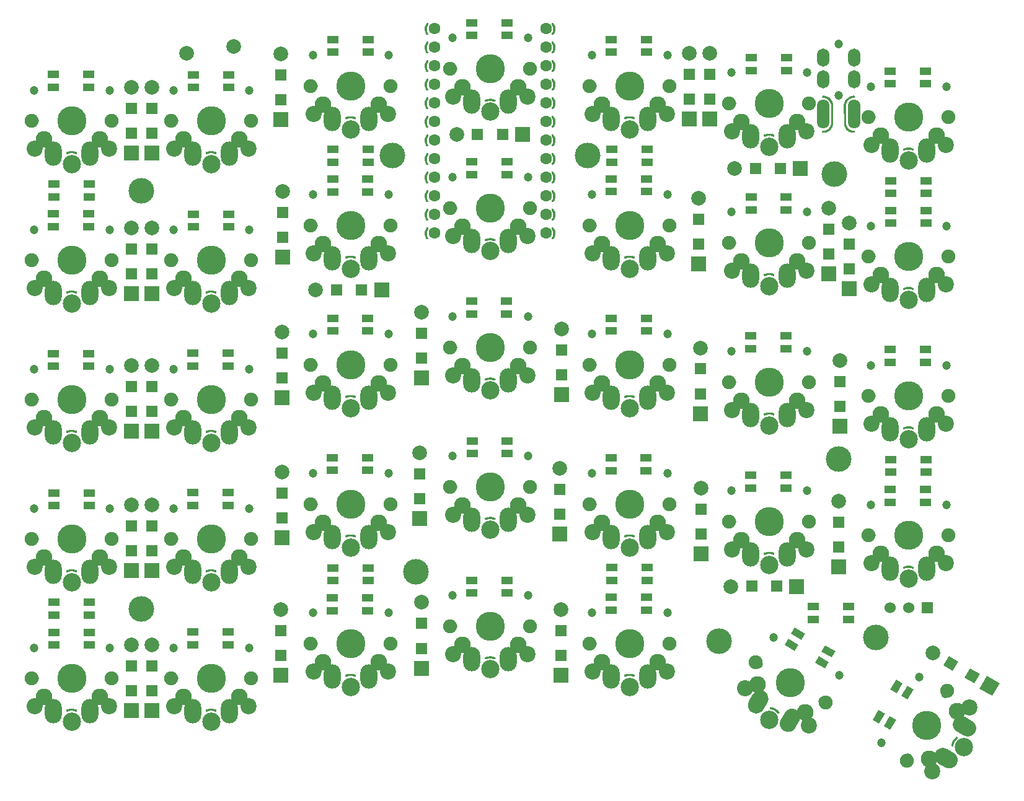
<source format=gbs>
G04 #@! TF.GenerationSoftware,KiCad,Pcbnew,(5.1.10)-1*
G04 #@! TF.CreationDate,2022-02-03T22:34:05+03:00*
G04 #@! TF.ProjectId,Kapl,4b61706c-2e6b-4696-9361-645f70636258,rev?*
G04 #@! TF.SameCoordinates,Original*
G04 #@! TF.FileFunction,Soldermask,Bot*
G04 #@! TF.FilePolarity,Negative*
%FSLAX46Y46*%
G04 Gerber Fmt 4.6, Leading zero omitted, Abs format (unit mm)*
G04 Created by KiCad (PCBNEW (5.1.10)-1) date 2022-02-03 22:34:05*
%MOMM*%
%LPD*%
G01*
G04 APERTURE LIST*
%ADD10C,1.998980*%
%ADD11R,1.998980X1.998980*%
%ADD12R,1.524000X1.500000*%
%ADD13C,0.100000*%
%ADD14R,1.500000X1.524000*%
%ADD15C,3.500000*%
%ADD16C,1.600000*%
%ADD17C,1.193800*%
%ADD18C,3.987800*%
%ADD19C,2.286000*%
%ADD20C,1.200000*%
%ADD21C,2.200000*%
%ADD22C,2.500000*%
%ADD23C,1.900000*%
%ADD24C,3.400000*%
%ADD25O,2.300000X3.337000*%
%ADD26C,2.000000*%
%ADD27O,1.700000X4.000000*%
%ADD28O,1.700000X2.500000*%
%ADD29R,1.600000X1.000000*%
%ADD30C,1.524000*%
%ADD31R,1.524000X1.524000*%
G04 APERTURE END LIST*
D10*
X127601200Y-52758340D03*
D11*
X136601200Y-52758340D03*
D12*
X130471200Y-52755800D03*
X133871200Y-52755800D03*
D10*
X192626385Y-123674500D03*
D13*
G36*
X199055285Y-128540339D02*
G01*
X200054775Y-126809171D01*
X201785943Y-127808661D01*
X200786453Y-129539829D01*
X199055285Y-128540339D01*
G37*
G36*
X196148059Y-124838781D02*
G01*
X195398059Y-126137819D01*
X194078237Y-125375819D01*
X194828237Y-124076781D01*
X196148059Y-124838781D01*
G37*
G36*
X199092546Y-126538781D02*
G01*
X198342546Y-127837819D01*
X197022724Y-127075819D01*
X197772724Y-125776781D01*
X199092546Y-126538781D01*
G37*
D10*
X165053000Y-114556540D03*
D11*
X174053000Y-114556540D03*
D12*
X167923000Y-114554000D03*
X171323000Y-114554000D03*
D10*
X141856460Y-117746000D03*
D11*
X141856460Y-126746000D03*
D14*
X141859000Y-120616000D03*
X141859000Y-124016000D03*
D10*
X122806460Y-116755400D03*
D11*
X122806460Y-125755400D03*
D14*
X122809000Y-119625400D03*
X122809000Y-123025400D03*
D10*
X103629460Y-117746000D03*
D11*
X103629460Y-126746000D03*
D14*
X103632000Y-120616000D03*
X103632000Y-124016000D03*
D10*
X85976460Y-122572000D03*
D11*
X85976460Y-131572000D03*
D14*
X85979000Y-125442000D03*
X85979000Y-128842000D03*
D10*
X83182460Y-122572000D03*
D11*
X83182460Y-131572000D03*
D14*
X83185000Y-125442000D03*
X83185000Y-128842000D03*
D10*
X179829460Y-102887000D03*
D11*
X179829460Y-111887000D03*
D14*
X179832000Y-105757000D03*
X179832000Y-109157000D03*
D10*
X161033460Y-101109000D03*
D11*
X161033460Y-110109000D03*
D14*
X161036000Y-103979000D03*
X161036000Y-107379000D03*
D10*
X141729460Y-98442000D03*
D11*
X141729460Y-107442000D03*
D14*
X141732000Y-101312000D03*
X141732000Y-104712000D03*
D10*
X122552460Y-96283000D03*
D11*
X122552460Y-105283000D03*
D14*
X122555000Y-99153000D03*
X122555000Y-102553000D03*
D10*
X103756460Y-98950000D03*
D11*
X103756460Y-107950000D03*
D14*
X103759000Y-101820000D03*
X103759000Y-105220000D03*
D10*
X85976460Y-103395000D03*
D11*
X85976460Y-112395000D03*
D14*
X85979000Y-106265000D03*
X85979000Y-109665000D03*
D10*
X83182460Y-103395000D03*
D11*
X83182460Y-112395000D03*
D14*
X83185000Y-106265000D03*
X83185000Y-109665000D03*
D10*
X179956460Y-83710000D03*
D11*
X179956460Y-92710000D03*
D14*
X179959000Y-86580000D03*
X179959000Y-89980000D03*
D10*
X160906460Y-81962300D03*
D11*
X160906460Y-90962300D03*
D14*
X160909000Y-84832300D03*
X160909000Y-88232300D03*
D10*
X141935460Y-79392000D03*
D11*
X141935460Y-88392000D03*
D14*
X141938000Y-82262000D03*
X141938000Y-85662000D03*
D10*
X122806460Y-77106000D03*
D11*
X122806460Y-86106000D03*
D14*
X122809000Y-79976000D03*
X122809000Y-83376000D03*
D10*
X103756460Y-79773000D03*
D11*
X103756460Y-88773000D03*
D14*
X103759000Y-82643000D03*
X103759000Y-86043000D03*
D10*
X85976460Y-84345000D03*
D11*
X85976460Y-93345000D03*
D14*
X85979000Y-87215000D03*
X85979000Y-90615000D03*
D10*
X83182460Y-84345000D03*
D11*
X83182460Y-93345000D03*
D14*
X83185000Y-87215000D03*
X83185000Y-90615000D03*
D10*
X181226460Y-64914000D03*
D11*
X181226460Y-73914000D03*
D14*
X181229000Y-67784000D03*
X181229000Y-71184000D03*
D10*
X178432460Y-62882000D03*
D11*
X178432460Y-71882000D03*
D14*
X178435000Y-65752000D03*
X178435000Y-69152000D03*
D10*
X160652460Y-61485000D03*
D11*
X160652460Y-70485000D03*
D14*
X160655000Y-64355000D03*
X160655000Y-67755000D03*
D10*
X108373400Y-74068940D03*
D11*
X117373400Y-74068940D03*
D12*
X111243400Y-74066400D03*
X114643400Y-74066400D03*
D10*
X103883460Y-60596000D03*
D11*
X103883460Y-69596000D03*
D14*
X103886000Y-63466000D03*
X103886000Y-66866000D03*
D10*
X85979000Y-65549000D03*
D11*
X85979000Y-74549000D03*
D14*
X85981540Y-68419000D03*
X85981540Y-71819000D03*
D10*
X83182460Y-65549000D03*
D11*
X83182460Y-74549000D03*
D14*
X83185000Y-68419000D03*
X83185000Y-71819000D03*
D10*
X165548800Y-57480200D03*
D11*
X174548800Y-57480200D03*
D12*
X168418800Y-57477660D03*
X171818800Y-57477660D03*
D10*
X162176460Y-41673000D03*
D11*
X162176460Y-50673000D03*
D14*
X162179000Y-44543000D03*
X162179000Y-47943000D03*
D10*
X159382460Y-41673000D03*
D11*
X159382460Y-50673000D03*
D14*
X159385000Y-44543000D03*
X159385000Y-47943000D03*
D10*
X103629460Y-41800000D03*
D11*
X103629460Y-50800000D03*
D14*
X103632000Y-44670000D03*
X103632000Y-48070000D03*
D10*
X85976460Y-46372000D03*
D11*
X85976460Y-55372000D03*
D14*
X85979000Y-49242000D03*
X85979000Y-52642000D03*
D10*
X83182460Y-46372000D03*
D11*
X83182460Y-55372000D03*
D14*
X83185000Y-49242000D03*
X83185000Y-52642000D03*
D15*
X184889870Y-121516693D03*
X84548800Y-117616950D03*
X179193531Y-58205103D03*
X163429739Y-122049778D03*
X145523875Y-55705150D03*
X179798850Y-97138600D03*
X118823525Y-55705150D03*
X122082243Y-112556162D03*
X84548800Y-60466950D03*
D13*
G36*
X123782378Y-37704705D02*
G01*
X123780746Y-37719269D01*
X123777701Y-37733604D01*
X123773271Y-37747573D01*
X123767498Y-37761044D01*
X123760440Y-37773887D01*
X123752162Y-37785980D01*
X123714512Y-37835593D01*
X123664499Y-37913810D01*
X123622944Y-37995385D01*
X123589550Y-38080622D01*
X123564633Y-38168709D01*
X123548429Y-38258811D01*
X123541097Y-38350055D01*
X123542702Y-38441590D01*
X123553232Y-38532521D01*
X123572586Y-38621993D01*
X123600578Y-38709152D01*
X123636944Y-38793167D01*
X123681331Y-38873226D01*
X123737487Y-38954611D01*
X123738664Y-38956344D01*
X123746213Y-38968904D01*
X123752501Y-38982143D01*
X123757466Y-38995930D01*
X123761062Y-39010137D01*
X123763255Y-39024627D01*
X123764024Y-39039262D01*
X123763361Y-39053902D01*
X123761272Y-39068407D01*
X123757778Y-39082639D01*
X123752911Y-39096463D01*
X123746719Y-39109746D01*
X123739260Y-39122360D01*
X123730605Y-39134187D01*
X123720838Y-39145113D01*
X123710052Y-39155033D01*
X123698349Y-39163853D01*
X123685841Y-39171490D01*
X123672647Y-39177870D01*
X123658895Y-39182932D01*
X123644713Y-39186626D01*
X123630238Y-39188921D01*
X123615610Y-39189792D01*
X123600965Y-39189230D01*
X123586446Y-39187243D01*
X123572189Y-39183848D01*
X123558333Y-39179078D01*
X123545008Y-39172979D01*
X123532341Y-39165608D01*
X123520454Y-39157037D01*
X123509460Y-39147346D01*
X123499464Y-39136629D01*
X123490562Y-39124988D01*
X123430241Y-39037564D01*
X123429064Y-39035832D01*
X123425843Y-39030472D01*
X123422517Y-39025109D01*
X123371019Y-38932224D01*
X123371014Y-38932216D01*
X123371009Y-38932206D01*
X123370011Y-38930377D01*
X123367315Y-38924700D01*
X123364543Y-38919068D01*
X123322354Y-38821601D01*
X123322349Y-38821591D01*
X123322345Y-38821579D01*
X123321532Y-38819664D01*
X123319421Y-38813803D01*
X123317192Y-38807874D01*
X123284713Y-38706746D01*
X123284087Y-38704747D01*
X123282547Y-38698664D01*
X123280919Y-38692591D01*
X123258463Y-38588776D01*
X123258035Y-38586726D01*
X123257098Y-38580534D01*
X123256068Y-38574317D01*
X123243850Y-38468806D01*
X123243624Y-38466725D01*
X123243295Y-38460468D01*
X123242877Y-38454183D01*
X123241014Y-38347985D01*
X123241014Y-38347984D01*
X123240992Y-38345890D01*
X123241276Y-38339637D01*
X123241473Y-38333338D01*
X123249981Y-38227464D01*
X123249981Y-38227461D01*
X123249982Y-38227457D01*
X123250164Y-38225377D01*
X123251052Y-38219209D01*
X123251867Y-38212928D01*
X123270667Y-38108390D01*
X123271053Y-38106332D01*
X123272543Y-38100264D01*
X123273963Y-38094111D01*
X123302873Y-37991906D01*
X123303458Y-37989895D01*
X123305535Y-37983995D01*
X123307546Y-37978016D01*
X123346292Y-37879120D01*
X123347070Y-37877176D01*
X123349727Y-37871476D01*
X123352299Y-37865752D01*
X123400510Y-37771108D01*
X123401474Y-37769249D01*
X123404672Y-37763841D01*
X123407793Y-37758390D01*
X123465011Y-37668903D01*
X123466152Y-37667147D01*
X123469079Y-37663147D01*
X123471898Y-37659029D01*
X123513184Y-37604624D01*
X123514462Y-37602965D01*
X123524037Y-37591870D01*
X123534649Y-37581763D01*
X123546195Y-37572739D01*
X123558569Y-37564886D01*
X123571649Y-37558276D01*
X123585311Y-37552975D01*
X123599426Y-37549033D01*
X123613858Y-37546486D01*
X123628469Y-37545360D01*
X123643122Y-37545666D01*
X123657674Y-37547400D01*
X123671987Y-37550545D01*
X123685925Y-37555073D01*
X123699355Y-37560939D01*
X123712148Y-37568086D01*
X123724182Y-37576449D01*
X123735344Y-37585946D01*
X123745525Y-37596488D01*
X123754629Y-37607971D01*
X123762569Y-37620289D01*
X123769269Y-37633323D01*
X123774666Y-37646948D01*
X123778707Y-37661035D01*
X123781354Y-37675449D01*
X123782581Y-37690052D01*
X123782378Y-37704705D01*
G37*
G36*
X123782378Y-40244705D02*
G01*
X123780746Y-40259269D01*
X123777701Y-40273604D01*
X123773271Y-40287573D01*
X123767498Y-40301044D01*
X123760440Y-40313887D01*
X123752162Y-40325980D01*
X123714512Y-40375593D01*
X123664499Y-40453810D01*
X123622944Y-40535385D01*
X123589550Y-40620622D01*
X123564633Y-40708709D01*
X123548429Y-40798811D01*
X123541097Y-40890055D01*
X123542702Y-40981590D01*
X123553232Y-41072521D01*
X123572586Y-41161993D01*
X123600578Y-41249152D01*
X123636944Y-41333167D01*
X123681331Y-41413226D01*
X123737487Y-41494611D01*
X123738664Y-41496344D01*
X123746213Y-41508904D01*
X123752501Y-41522143D01*
X123757466Y-41535930D01*
X123761062Y-41550137D01*
X123763255Y-41564627D01*
X123764024Y-41579262D01*
X123763361Y-41593902D01*
X123761272Y-41608407D01*
X123757778Y-41622639D01*
X123752911Y-41636463D01*
X123746719Y-41649746D01*
X123739260Y-41662360D01*
X123730605Y-41674187D01*
X123720838Y-41685113D01*
X123710052Y-41695033D01*
X123698349Y-41703853D01*
X123685841Y-41711490D01*
X123672647Y-41717870D01*
X123658895Y-41722932D01*
X123644713Y-41726626D01*
X123630238Y-41728921D01*
X123615610Y-41729792D01*
X123600965Y-41729230D01*
X123586446Y-41727243D01*
X123572189Y-41723848D01*
X123558333Y-41719078D01*
X123545008Y-41712979D01*
X123532341Y-41705608D01*
X123520454Y-41697037D01*
X123509460Y-41687346D01*
X123499464Y-41676629D01*
X123490562Y-41664988D01*
X123430241Y-41577564D01*
X123429064Y-41575832D01*
X123425843Y-41570472D01*
X123422517Y-41565109D01*
X123371019Y-41472224D01*
X123371014Y-41472216D01*
X123371009Y-41472206D01*
X123370011Y-41470377D01*
X123367315Y-41464700D01*
X123364543Y-41459068D01*
X123322354Y-41361601D01*
X123322349Y-41361591D01*
X123322345Y-41361579D01*
X123321532Y-41359664D01*
X123319421Y-41353803D01*
X123317192Y-41347874D01*
X123284713Y-41246746D01*
X123284087Y-41244747D01*
X123282547Y-41238664D01*
X123280919Y-41232591D01*
X123258463Y-41128776D01*
X123258035Y-41126726D01*
X123257098Y-41120534D01*
X123256068Y-41114317D01*
X123243850Y-41008806D01*
X123243624Y-41006725D01*
X123243295Y-41000468D01*
X123242877Y-40994183D01*
X123241014Y-40887985D01*
X123241014Y-40887984D01*
X123240992Y-40885890D01*
X123241276Y-40879637D01*
X123241473Y-40873338D01*
X123249981Y-40767464D01*
X123249981Y-40767461D01*
X123249982Y-40767457D01*
X123250164Y-40765377D01*
X123251052Y-40759209D01*
X123251867Y-40752928D01*
X123270667Y-40648390D01*
X123271053Y-40646332D01*
X123272543Y-40640264D01*
X123273963Y-40634111D01*
X123302873Y-40531906D01*
X123303458Y-40529895D01*
X123305535Y-40523995D01*
X123307546Y-40518016D01*
X123346292Y-40419120D01*
X123347070Y-40417176D01*
X123349727Y-40411476D01*
X123352299Y-40405752D01*
X123400510Y-40311108D01*
X123401474Y-40309249D01*
X123404672Y-40303841D01*
X123407793Y-40298390D01*
X123465011Y-40208903D01*
X123466152Y-40207147D01*
X123469079Y-40203147D01*
X123471898Y-40199029D01*
X123513184Y-40144624D01*
X123514462Y-40142965D01*
X123524037Y-40131870D01*
X123534649Y-40121763D01*
X123546195Y-40112739D01*
X123558569Y-40104886D01*
X123571649Y-40098276D01*
X123585311Y-40092975D01*
X123599426Y-40089033D01*
X123613858Y-40086486D01*
X123628469Y-40085360D01*
X123643122Y-40085666D01*
X123657674Y-40087400D01*
X123671987Y-40090545D01*
X123685925Y-40095073D01*
X123699355Y-40100939D01*
X123712148Y-40108086D01*
X123724182Y-40116449D01*
X123735344Y-40125946D01*
X123745525Y-40136488D01*
X123754629Y-40147971D01*
X123762569Y-40160289D01*
X123769269Y-40173323D01*
X123774666Y-40186948D01*
X123778707Y-40201035D01*
X123781354Y-40215449D01*
X123782581Y-40230052D01*
X123782378Y-40244705D01*
G37*
G36*
X123782378Y-42784705D02*
G01*
X123780746Y-42799269D01*
X123777701Y-42813604D01*
X123773271Y-42827573D01*
X123767498Y-42841044D01*
X123760440Y-42853887D01*
X123752162Y-42865980D01*
X123714512Y-42915593D01*
X123664499Y-42993810D01*
X123622944Y-43075385D01*
X123589550Y-43160622D01*
X123564633Y-43248709D01*
X123548429Y-43338811D01*
X123541097Y-43430055D01*
X123542702Y-43521590D01*
X123553232Y-43612521D01*
X123572586Y-43701993D01*
X123600578Y-43789152D01*
X123636944Y-43873167D01*
X123681331Y-43953226D01*
X123737487Y-44034611D01*
X123738664Y-44036344D01*
X123746213Y-44048904D01*
X123752501Y-44062143D01*
X123757466Y-44075930D01*
X123761062Y-44090137D01*
X123763255Y-44104627D01*
X123764024Y-44119262D01*
X123763361Y-44133902D01*
X123761272Y-44148407D01*
X123757778Y-44162639D01*
X123752911Y-44176463D01*
X123746719Y-44189746D01*
X123739260Y-44202360D01*
X123730605Y-44214187D01*
X123720838Y-44225113D01*
X123710052Y-44235033D01*
X123698349Y-44243853D01*
X123685841Y-44251490D01*
X123672647Y-44257870D01*
X123658895Y-44262932D01*
X123644713Y-44266626D01*
X123630238Y-44268921D01*
X123615610Y-44269792D01*
X123600965Y-44269230D01*
X123586446Y-44267243D01*
X123572189Y-44263848D01*
X123558333Y-44259078D01*
X123545008Y-44252979D01*
X123532341Y-44245608D01*
X123520454Y-44237037D01*
X123509460Y-44227346D01*
X123499464Y-44216629D01*
X123490562Y-44204988D01*
X123430241Y-44117564D01*
X123429064Y-44115832D01*
X123425843Y-44110472D01*
X123422517Y-44105109D01*
X123371019Y-44012224D01*
X123371014Y-44012216D01*
X123371009Y-44012206D01*
X123370011Y-44010377D01*
X123367315Y-44004700D01*
X123364543Y-43999068D01*
X123322354Y-43901601D01*
X123322349Y-43901591D01*
X123322345Y-43901579D01*
X123321532Y-43899664D01*
X123319421Y-43893803D01*
X123317192Y-43887874D01*
X123284713Y-43786746D01*
X123284087Y-43784747D01*
X123282547Y-43778664D01*
X123280919Y-43772591D01*
X123258463Y-43668776D01*
X123258035Y-43666726D01*
X123257098Y-43660534D01*
X123256068Y-43654317D01*
X123243850Y-43548806D01*
X123243624Y-43546725D01*
X123243295Y-43540468D01*
X123242877Y-43534183D01*
X123241014Y-43427985D01*
X123241014Y-43427984D01*
X123240992Y-43425890D01*
X123241276Y-43419637D01*
X123241473Y-43413338D01*
X123249981Y-43307464D01*
X123249981Y-43307461D01*
X123249982Y-43307457D01*
X123250164Y-43305377D01*
X123251052Y-43299209D01*
X123251867Y-43292928D01*
X123270667Y-43188390D01*
X123271053Y-43186332D01*
X123272543Y-43180264D01*
X123273963Y-43174111D01*
X123302873Y-43071906D01*
X123303458Y-43069895D01*
X123305535Y-43063995D01*
X123307546Y-43058016D01*
X123346292Y-42959120D01*
X123347070Y-42957176D01*
X123349727Y-42951476D01*
X123352299Y-42945752D01*
X123400510Y-42851108D01*
X123401474Y-42849249D01*
X123404672Y-42843841D01*
X123407793Y-42838390D01*
X123465011Y-42748903D01*
X123466152Y-42747147D01*
X123469079Y-42743147D01*
X123471898Y-42739029D01*
X123513184Y-42684624D01*
X123514462Y-42682965D01*
X123524037Y-42671870D01*
X123534649Y-42661763D01*
X123546195Y-42652739D01*
X123558569Y-42644886D01*
X123571649Y-42638276D01*
X123585311Y-42632975D01*
X123599426Y-42629033D01*
X123613858Y-42626486D01*
X123628469Y-42625360D01*
X123643122Y-42625666D01*
X123657674Y-42627400D01*
X123671987Y-42630545D01*
X123685925Y-42635073D01*
X123699355Y-42640939D01*
X123712148Y-42648086D01*
X123724182Y-42656449D01*
X123735344Y-42665946D01*
X123745525Y-42676488D01*
X123754629Y-42687971D01*
X123762569Y-42700289D01*
X123769269Y-42713323D01*
X123774666Y-42726948D01*
X123778707Y-42741035D01*
X123781354Y-42755449D01*
X123782581Y-42770052D01*
X123782378Y-42784705D01*
G37*
G36*
X123782378Y-45324705D02*
G01*
X123780746Y-45339269D01*
X123777701Y-45353604D01*
X123773271Y-45367573D01*
X123767498Y-45381044D01*
X123760440Y-45393887D01*
X123752162Y-45405980D01*
X123714512Y-45455593D01*
X123664499Y-45533810D01*
X123622944Y-45615385D01*
X123589550Y-45700622D01*
X123564633Y-45788709D01*
X123548429Y-45878811D01*
X123541097Y-45970055D01*
X123542702Y-46061590D01*
X123553232Y-46152521D01*
X123572586Y-46241993D01*
X123600578Y-46329152D01*
X123636944Y-46413167D01*
X123681331Y-46493226D01*
X123737487Y-46574611D01*
X123738664Y-46576344D01*
X123746213Y-46588904D01*
X123752501Y-46602143D01*
X123757466Y-46615930D01*
X123761062Y-46630137D01*
X123763255Y-46644627D01*
X123764024Y-46659262D01*
X123763361Y-46673902D01*
X123761272Y-46688407D01*
X123757778Y-46702639D01*
X123752911Y-46716463D01*
X123746719Y-46729746D01*
X123739260Y-46742360D01*
X123730605Y-46754187D01*
X123720838Y-46765113D01*
X123710052Y-46775033D01*
X123698349Y-46783853D01*
X123685841Y-46791490D01*
X123672647Y-46797870D01*
X123658895Y-46802932D01*
X123644713Y-46806626D01*
X123630238Y-46808921D01*
X123615610Y-46809792D01*
X123600965Y-46809230D01*
X123586446Y-46807243D01*
X123572189Y-46803848D01*
X123558333Y-46799078D01*
X123545008Y-46792979D01*
X123532341Y-46785608D01*
X123520454Y-46777037D01*
X123509460Y-46767346D01*
X123499464Y-46756629D01*
X123490562Y-46744988D01*
X123430241Y-46657564D01*
X123429064Y-46655832D01*
X123425843Y-46650472D01*
X123422517Y-46645109D01*
X123371019Y-46552224D01*
X123371014Y-46552216D01*
X123371009Y-46552206D01*
X123370011Y-46550377D01*
X123367315Y-46544700D01*
X123364543Y-46539068D01*
X123322354Y-46441601D01*
X123322349Y-46441591D01*
X123322345Y-46441579D01*
X123321532Y-46439664D01*
X123319421Y-46433803D01*
X123317192Y-46427874D01*
X123284713Y-46326746D01*
X123284087Y-46324747D01*
X123282547Y-46318664D01*
X123280919Y-46312591D01*
X123258463Y-46208776D01*
X123258035Y-46206726D01*
X123257098Y-46200534D01*
X123256068Y-46194317D01*
X123243850Y-46088806D01*
X123243624Y-46086725D01*
X123243295Y-46080468D01*
X123242877Y-46074183D01*
X123241014Y-45967985D01*
X123241014Y-45967984D01*
X123240992Y-45965890D01*
X123241276Y-45959637D01*
X123241473Y-45953338D01*
X123249981Y-45847464D01*
X123249981Y-45847461D01*
X123249982Y-45847457D01*
X123250164Y-45845377D01*
X123251052Y-45839209D01*
X123251867Y-45832928D01*
X123270667Y-45728390D01*
X123271053Y-45726332D01*
X123272543Y-45720264D01*
X123273963Y-45714111D01*
X123302873Y-45611906D01*
X123303458Y-45609895D01*
X123305535Y-45603995D01*
X123307546Y-45598016D01*
X123346292Y-45499120D01*
X123347070Y-45497176D01*
X123349727Y-45491476D01*
X123352299Y-45485752D01*
X123400510Y-45391108D01*
X123401474Y-45389249D01*
X123404672Y-45383841D01*
X123407793Y-45378390D01*
X123465011Y-45288903D01*
X123466152Y-45287147D01*
X123469079Y-45283147D01*
X123471898Y-45279029D01*
X123513184Y-45224624D01*
X123514462Y-45222965D01*
X123524037Y-45211870D01*
X123534649Y-45201763D01*
X123546195Y-45192739D01*
X123558569Y-45184886D01*
X123571649Y-45178276D01*
X123585311Y-45172975D01*
X123599426Y-45169033D01*
X123613858Y-45166486D01*
X123628469Y-45165360D01*
X123643122Y-45165666D01*
X123657674Y-45167400D01*
X123671987Y-45170545D01*
X123685925Y-45175073D01*
X123699355Y-45180939D01*
X123712148Y-45188086D01*
X123724182Y-45196449D01*
X123735344Y-45205946D01*
X123745525Y-45216488D01*
X123754629Y-45227971D01*
X123762569Y-45240289D01*
X123769269Y-45253323D01*
X123774666Y-45266948D01*
X123778707Y-45281035D01*
X123781354Y-45295449D01*
X123782581Y-45310052D01*
X123782378Y-45324705D01*
G37*
G36*
X123782378Y-47864705D02*
G01*
X123780746Y-47879269D01*
X123777701Y-47893604D01*
X123773271Y-47907573D01*
X123767498Y-47921044D01*
X123760440Y-47933887D01*
X123752162Y-47945980D01*
X123714512Y-47995593D01*
X123664499Y-48073810D01*
X123622944Y-48155385D01*
X123589550Y-48240622D01*
X123564633Y-48328709D01*
X123548429Y-48418811D01*
X123541097Y-48510055D01*
X123542702Y-48601590D01*
X123553232Y-48692521D01*
X123572586Y-48781993D01*
X123600578Y-48869152D01*
X123636944Y-48953167D01*
X123681331Y-49033226D01*
X123737487Y-49114611D01*
X123738664Y-49116344D01*
X123746213Y-49128904D01*
X123752501Y-49142143D01*
X123757466Y-49155930D01*
X123761062Y-49170137D01*
X123763255Y-49184627D01*
X123764024Y-49199262D01*
X123763361Y-49213902D01*
X123761272Y-49228407D01*
X123757778Y-49242639D01*
X123752911Y-49256463D01*
X123746719Y-49269746D01*
X123739260Y-49282360D01*
X123730605Y-49294187D01*
X123720838Y-49305113D01*
X123710052Y-49315033D01*
X123698349Y-49323853D01*
X123685841Y-49331490D01*
X123672647Y-49337870D01*
X123658895Y-49342932D01*
X123644713Y-49346626D01*
X123630238Y-49348921D01*
X123615610Y-49349792D01*
X123600965Y-49349230D01*
X123586446Y-49347243D01*
X123572189Y-49343848D01*
X123558333Y-49339078D01*
X123545008Y-49332979D01*
X123532341Y-49325608D01*
X123520454Y-49317037D01*
X123509460Y-49307346D01*
X123499464Y-49296629D01*
X123490562Y-49284988D01*
X123430241Y-49197564D01*
X123429064Y-49195832D01*
X123425843Y-49190472D01*
X123422517Y-49185109D01*
X123371019Y-49092224D01*
X123371014Y-49092216D01*
X123371009Y-49092206D01*
X123370011Y-49090377D01*
X123367315Y-49084700D01*
X123364543Y-49079068D01*
X123322354Y-48981601D01*
X123322349Y-48981591D01*
X123322345Y-48981579D01*
X123321532Y-48979664D01*
X123319421Y-48973803D01*
X123317192Y-48967874D01*
X123284713Y-48866746D01*
X123284087Y-48864747D01*
X123282547Y-48858664D01*
X123280919Y-48852591D01*
X123258463Y-48748776D01*
X123258035Y-48746726D01*
X123257098Y-48740534D01*
X123256068Y-48734317D01*
X123243850Y-48628806D01*
X123243624Y-48626725D01*
X123243295Y-48620468D01*
X123242877Y-48614183D01*
X123241014Y-48507985D01*
X123241014Y-48507984D01*
X123240992Y-48505890D01*
X123241276Y-48499637D01*
X123241473Y-48493338D01*
X123249981Y-48387464D01*
X123249981Y-48387461D01*
X123249982Y-48387457D01*
X123250164Y-48385377D01*
X123251052Y-48379209D01*
X123251867Y-48372928D01*
X123270667Y-48268390D01*
X123271053Y-48266332D01*
X123272543Y-48260264D01*
X123273963Y-48254111D01*
X123302873Y-48151906D01*
X123303458Y-48149895D01*
X123305535Y-48143995D01*
X123307546Y-48138016D01*
X123346292Y-48039120D01*
X123347070Y-48037176D01*
X123349727Y-48031476D01*
X123352299Y-48025752D01*
X123400510Y-47931108D01*
X123401474Y-47929249D01*
X123404672Y-47923841D01*
X123407793Y-47918390D01*
X123465011Y-47828903D01*
X123466152Y-47827147D01*
X123469079Y-47823147D01*
X123471898Y-47819029D01*
X123513184Y-47764624D01*
X123514462Y-47762965D01*
X123524037Y-47751870D01*
X123534649Y-47741763D01*
X123546195Y-47732739D01*
X123558569Y-47724886D01*
X123571649Y-47718276D01*
X123585311Y-47712975D01*
X123599426Y-47709033D01*
X123613858Y-47706486D01*
X123628469Y-47705360D01*
X123643122Y-47705666D01*
X123657674Y-47707400D01*
X123671987Y-47710545D01*
X123685925Y-47715073D01*
X123699355Y-47720939D01*
X123712148Y-47728086D01*
X123724182Y-47736449D01*
X123735344Y-47745946D01*
X123745525Y-47756488D01*
X123754629Y-47767971D01*
X123762569Y-47780289D01*
X123769269Y-47793323D01*
X123774666Y-47806948D01*
X123778707Y-47821035D01*
X123781354Y-47835449D01*
X123782581Y-47850052D01*
X123782378Y-47864705D01*
G37*
G36*
X123782378Y-50404705D02*
G01*
X123780746Y-50419269D01*
X123777701Y-50433604D01*
X123773271Y-50447573D01*
X123767498Y-50461044D01*
X123760440Y-50473887D01*
X123752162Y-50485980D01*
X123714512Y-50535593D01*
X123664499Y-50613810D01*
X123622944Y-50695385D01*
X123589550Y-50780622D01*
X123564633Y-50868709D01*
X123548429Y-50958811D01*
X123541097Y-51050055D01*
X123542702Y-51141590D01*
X123553232Y-51232521D01*
X123572586Y-51321993D01*
X123600578Y-51409152D01*
X123636944Y-51493167D01*
X123681331Y-51573226D01*
X123737487Y-51654611D01*
X123738664Y-51656344D01*
X123746213Y-51668904D01*
X123752501Y-51682143D01*
X123757466Y-51695930D01*
X123761062Y-51710137D01*
X123763255Y-51724627D01*
X123764024Y-51739262D01*
X123763361Y-51753902D01*
X123761272Y-51768407D01*
X123757778Y-51782639D01*
X123752911Y-51796463D01*
X123746719Y-51809746D01*
X123739260Y-51822360D01*
X123730605Y-51834187D01*
X123720838Y-51845113D01*
X123710052Y-51855033D01*
X123698349Y-51863853D01*
X123685841Y-51871490D01*
X123672647Y-51877870D01*
X123658895Y-51882932D01*
X123644713Y-51886626D01*
X123630238Y-51888921D01*
X123615610Y-51889792D01*
X123600965Y-51889230D01*
X123586446Y-51887243D01*
X123572189Y-51883848D01*
X123558333Y-51879078D01*
X123545008Y-51872979D01*
X123532341Y-51865608D01*
X123520454Y-51857037D01*
X123509460Y-51847346D01*
X123499464Y-51836629D01*
X123490562Y-51824988D01*
X123430241Y-51737564D01*
X123429064Y-51735832D01*
X123425843Y-51730472D01*
X123422517Y-51725109D01*
X123371019Y-51632224D01*
X123371014Y-51632216D01*
X123371009Y-51632206D01*
X123370011Y-51630377D01*
X123367315Y-51624700D01*
X123364543Y-51619068D01*
X123322354Y-51521601D01*
X123322349Y-51521591D01*
X123322345Y-51521579D01*
X123321532Y-51519664D01*
X123319421Y-51513803D01*
X123317192Y-51507874D01*
X123284713Y-51406746D01*
X123284087Y-51404747D01*
X123282547Y-51398664D01*
X123280919Y-51392591D01*
X123258463Y-51288776D01*
X123258035Y-51286726D01*
X123257098Y-51280534D01*
X123256068Y-51274317D01*
X123243850Y-51168806D01*
X123243624Y-51166725D01*
X123243295Y-51160468D01*
X123242877Y-51154183D01*
X123241014Y-51047985D01*
X123241014Y-51047984D01*
X123240992Y-51045890D01*
X123241276Y-51039637D01*
X123241473Y-51033338D01*
X123249981Y-50927464D01*
X123249981Y-50927461D01*
X123249982Y-50927457D01*
X123250164Y-50925377D01*
X123251052Y-50919209D01*
X123251867Y-50912928D01*
X123270667Y-50808390D01*
X123271053Y-50806332D01*
X123272543Y-50800264D01*
X123273963Y-50794111D01*
X123302873Y-50691906D01*
X123303458Y-50689895D01*
X123305535Y-50683995D01*
X123307546Y-50678016D01*
X123346292Y-50579120D01*
X123347070Y-50577176D01*
X123349727Y-50571476D01*
X123352299Y-50565752D01*
X123400510Y-50471108D01*
X123401474Y-50469249D01*
X123404672Y-50463841D01*
X123407793Y-50458390D01*
X123465011Y-50368903D01*
X123466152Y-50367147D01*
X123469079Y-50363147D01*
X123471898Y-50359029D01*
X123513184Y-50304624D01*
X123514462Y-50302965D01*
X123524037Y-50291870D01*
X123534649Y-50281763D01*
X123546195Y-50272739D01*
X123558569Y-50264886D01*
X123571649Y-50258276D01*
X123585311Y-50252975D01*
X123599426Y-50249033D01*
X123613858Y-50246486D01*
X123628469Y-50245360D01*
X123643122Y-50245666D01*
X123657674Y-50247400D01*
X123671987Y-50250545D01*
X123685925Y-50255073D01*
X123699355Y-50260939D01*
X123712148Y-50268086D01*
X123724182Y-50276449D01*
X123735344Y-50285946D01*
X123745525Y-50296488D01*
X123754629Y-50307971D01*
X123762569Y-50320289D01*
X123769269Y-50333323D01*
X123774666Y-50346948D01*
X123778707Y-50361035D01*
X123781354Y-50375449D01*
X123782581Y-50390052D01*
X123782378Y-50404705D01*
G37*
G36*
X123782378Y-52944705D02*
G01*
X123780746Y-52959269D01*
X123777701Y-52973604D01*
X123773271Y-52987573D01*
X123767498Y-53001044D01*
X123760440Y-53013887D01*
X123752162Y-53025980D01*
X123714512Y-53075593D01*
X123664499Y-53153810D01*
X123622944Y-53235385D01*
X123589550Y-53320622D01*
X123564633Y-53408709D01*
X123548429Y-53498811D01*
X123541097Y-53590055D01*
X123542702Y-53681590D01*
X123553232Y-53772521D01*
X123572586Y-53861993D01*
X123600578Y-53949152D01*
X123636944Y-54033167D01*
X123681331Y-54113226D01*
X123737487Y-54194611D01*
X123738664Y-54196344D01*
X123746213Y-54208904D01*
X123752501Y-54222143D01*
X123757466Y-54235930D01*
X123761062Y-54250137D01*
X123763255Y-54264627D01*
X123764024Y-54279262D01*
X123763361Y-54293902D01*
X123761272Y-54308407D01*
X123757778Y-54322639D01*
X123752911Y-54336463D01*
X123746719Y-54349746D01*
X123739260Y-54362360D01*
X123730605Y-54374187D01*
X123720838Y-54385113D01*
X123710052Y-54395033D01*
X123698349Y-54403853D01*
X123685841Y-54411490D01*
X123672647Y-54417870D01*
X123658895Y-54422932D01*
X123644713Y-54426626D01*
X123630238Y-54428921D01*
X123615610Y-54429792D01*
X123600965Y-54429230D01*
X123586446Y-54427243D01*
X123572189Y-54423848D01*
X123558333Y-54419078D01*
X123545008Y-54412979D01*
X123532341Y-54405608D01*
X123520454Y-54397037D01*
X123509460Y-54387346D01*
X123499464Y-54376629D01*
X123490562Y-54364988D01*
X123430241Y-54277564D01*
X123429064Y-54275832D01*
X123425843Y-54270472D01*
X123422517Y-54265109D01*
X123371019Y-54172224D01*
X123371014Y-54172216D01*
X123371009Y-54172206D01*
X123370011Y-54170377D01*
X123367315Y-54164700D01*
X123364543Y-54159068D01*
X123322354Y-54061601D01*
X123322349Y-54061591D01*
X123322345Y-54061579D01*
X123321532Y-54059664D01*
X123319421Y-54053803D01*
X123317192Y-54047874D01*
X123284713Y-53946746D01*
X123284087Y-53944747D01*
X123282547Y-53938664D01*
X123280919Y-53932591D01*
X123258463Y-53828776D01*
X123258035Y-53826726D01*
X123257098Y-53820534D01*
X123256068Y-53814317D01*
X123243850Y-53708806D01*
X123243624Y-53706725D01*
X123243295Y-53700468D01*
X123242877Y-53694183D01*
X123241014Y-53587985D01*
X123241014Y-53587984D01*
X123240992Y-53585890D01*
X123241276Y-53579637D01*
X123241473Y-53573338D01*
X123249981Y-53467464D01*
X123249981Y-53467461D01*
X123249982Y-53467457D01*
X123250164Y-53465377D01*
X123251052Y-53459209D01*
X123251867Y-53452928D01*
X123270667Y-53348390D01*
X123271053Y-53346332D01*
X123272543Y-53340264D01*
X123273963Y-53334111D01*
X123302873Y-53231906D01*
X123303458Y-53229895D01*
X123305535Y-53223995D01*
X123307546Y-53218016D01*
X123346292Y-53119120D01*
X123347070Y-53117176D01*
X123349727Y-53111476D01*
X123352299Y-53105752D01*
X123400510Y-53011108D01*
X123401474Y-53009249D01*
X123404672Y-53003841D01*
X123407793Y-52998390D01*
X123465011Y-52908903D01*
X123466152Y-52907147D01*
X123469079Y-52903147D01*
X123471898Y-52899029D01*
X123513184Y-52844624D01*
X123514462Y-52842965D01*
X123524037Y-52831870D01*
X123534649Y-52821763D01*
X123546195Y-52812739D01*
X123558569Y-52804886D01*
X123571649Y-52798276D01*
X123585311Y-52792975D01*
X123599426Y-52789033D01*
X123613858Y-52786486D01*
X123628469Y-52785360D01*
X123643122Y-52785666D01*
X123657674Y-52787400D01*
X123671987Y-52790545D01*
X123685925Y-52795073D01*
X123699355Y-52800939D01*
X123712148Y-52808086D01*
X123724182Y-52816449D01*
X123735344Y-52825946D01*
X123745525Y-52836488D01*
X123754629Y-52847971D01*
X123762569Y-52860289D01*
X123769269Y-52873323D01*
X123774666Y-52886948D01*
X123778707Y-52901035D01*
X123781354Y-52915449D01*
X123782581Y-52930052D01*
X123782378Y-52944705D01*
G37*
G36*
X123782378Y-55484705D02*
G01*
X123780746Y-55499269D01*
X123777701Y-55513604D01*
X123773271Y-55527573D01*
X123767498Y-55541044D01*
X123760440Y-55553887D01*
X123752162Y-55565980D01*
X123714512Y-55615593D01*
X123664499Y-55693810D01*
X123622944Y-55775385D01*
X123589550Y-55860622D01*
X123564633Y-55948709D01*
X123548429Y-56038811D01*
X123541097Y-56130055D01*
X123542702Y-56221590D01*
X123553232Y-56312521D01*
X123572586Y-56401993D01*
X123600578Y-56489152D01*
X123636944Y-56573167D01*
X123681331Y-56653226D01*
X123737487Y-56734611D01*
X123738664Y-56736344D01*
X123746213Y-56748904D01*
X123752501Y-56762143D01*
X123757466Y-56775930D01*
X123761062Y-56790137D01*
X123763255Y-56804627D01*
X123764024Y-56819262D01*
X123763361Y-56833902D01*
X123761272Y-56848407D01*
X123757778Y-56862639D01*
X123752911Y-56876463D01*
X123746719Y-56889746D01*
X123739260Y-56902360D01*
X123730605Y-56914187D01*
X123720838Y-56925113D01*
X123710052Y-56935033D01*
X123698349Y-56943853D01*
X123685841Y-56951490D01*
X123672647Y-56957870D01*
X123658895Y-56962932D01*
X123644713Y-56966626D01*
X123630238Y-56968921D01*
X123615610Y-56969792D01*
X123600965Y-56969230D01*
X123586446Y-56967243D01*
X123572189Y-56963848D01*
X123558333Y-56959078D01*
X123545008Y-56952979D01*
X123532341Y-56945608D01*
X123520454Y-56937037D01*
X123509460Y-56927346D01*
X123499464Y-56916629D01*
X123490562Y-56904988D01*
X123430241Y-56817564D01*
X123429064Y-56815832D01*
X123425843Y-56810472D01*
X123422517Y-56805109D01*
X123371019Y-56712224D01*
X123371014Y-56712216D01*
X123371009Y-56712206D01*
X123370011Y-56710377D01*
X123367315Y-56704700D01*
X123364543Y-56699068D01*
X123322354Y-56601601D01*
X123322349Y-56601591D01*
X123322345Y-56601579D01*
X123321532Y-56599664D01*
X123319421Y-56593803D01*
X123317192Y-56587874D01*
X123284713Y-56486746D01*
X123284087Y-56484747D01*
X123282547Y-56478664D01*
X123280919Y-56472591D01*
X123258463Y-56368776D01*
X123258035Y-56366726D01*
X123257098Y-56360534D01*
X123256068Y-56354317D01*
X123243850Y-56248806D01*
X123243624Y-56246725D01*
X123243295Y-56240468D01*
X123242877Y-56234183D01*
X123241014Y-56127985D01*
X123241014Y-56127984D01*
X123240992Y-56125890D01*
X123241276Y-56119637D01*
X123241473Y-56113338D01*
X123249981Y-56007464D01*
X123249981Y-56007461D01*
X123249982Y-56007457D01*
X123250164Y-56005377D01*
X123251052Y-55999209D01*
X123251867Y-55992928D01*
X123270667Y-55888390D01*
X123271053Y-55886332D01*
X123272543Y-55880264D01*
X123273963Y-55874111D01*
X123302873Y-55771906D01*
X123303458Y-55769895D01*
X123305535Y-55763995D01*
X123307546Y-55758016D01*
X123346292Y-55659120D01*
X123347070Y-55657176D01*
X123349727Y-55651476D01*
X123352299Y-55645752D01*
X123400510Y-55551108D01*
X123401474Y-55549249D01*
X123404672Y-55543841D01*
X123407793Y-55538390D01*
X123465011Y-55448903D01*
X123466152Y-55447147D01*
X123469079Y-55443147D01*
X123471898Y-55439029D01*
X123513184Y-55384624D01*
X123514462Y-55382965D01*
X123524037Y-55371870D01*
X123534649Y-55361763D01*
X123546195Y-55352739D01*
X123558569Y-55344886D01*
X123571649Y-55338276D01*
X123585311Y-55332975D01*
X123599426Y-55329033D01*
X123613858Y-55326486D01*
X123628469Y-55325360D01*
X123643122Y-55325666D01*
X123657674Y-55327400D01*
X123671987Y-55330545D01*
X123685925Y-55335073D01*
X123699355Y-55340939D01*
X123712148Y-55348086D01*
X123724182Y-55356449D01*
X123735344Y-55365946D01*
X123745525Y-55376488D01*
X123754629Y-55387971D01*
X123762569Y-55400289D01*
X123769269Y-55413323D01*
X123774666Y-55426948D01*
X123778707Y-55441035D01*
X123781354Y-55455449D01*
X123782581Y-55470052D01*
X123782378Y-55484705D01*
G37*
G36*
X123782378Y-58024705D02*
G01*
X123780746Y-58039269D01*
X123777701Y-58053604D01*
X123773271Y-58067573D01*
X123767498Y-58081044D01*
X123760440Y-58093887D01*
X123752162Y-58105980D01*
X123714512Y-58155593D01*
X123664499Y-58233810D01*
X123622944Y-58315385D01*
X123589550Y-58400622D01*
X123564633Y-58488709D01*
X123548429Y-58578811D01*
X123541097Y-58670055D01*
X123542702Y-58761590D01*
X123553232Y-58852521D01*
X123572586Y-58941993D01*
X123600578Y-59029152D01*
X123636944Y-59113167D01*
X123681331Y-59193226D01*
X123737487Y-59274611D01*
X123738664Y-59276344D01*
X123746213Y-59288904D01*
X123752501Y-59302143D01*
X123757466Y-59315930D01*
X123761062Y-59330137D01*
X123763255Y-59344627D01*
X123764024Y-59359262D01*
X123763361Y-59373902D01*
X123761272Y-59388407D01*
X123757778Y-59402639D01*
X123752911Y-59416463D01*
X123746719Y-59429746D01*
X123739260Y-59442360D01*
X123730605Y-59454187D01*
X123720838Y-59465113D01*
X123710052Y-59475033D01*
X123698349Y-59483853D01*
X123685841Y-59491490D01*
X123672647Y-59497870D01*
X123658895Y-59502932D01*
X123644713Y-59506626D01*
X123630238Y-59508921D01*
X123615610Y-59509792D01*
X123600965Y-59509230D01*
X123586446Y-59507243D01*
X123572189Y-59503848D01*
X123558333Y-59499078D01*
X123545008Y-59492979D01*
X123532341Y-59485608D01*
X123520454Y-59477037D01*
X123509460Y-59467346D01*
X123499464Y-59456629D01*
X123490562Y-59444988D01*
X123430241Y-59357564D01*
X123429064Y-59355832D01*
X123425843Y-59350472D01*
X123422517Y-59345109D01*
X123371019Y-59252224D01*
X123371014Y-59252216D01*
X123371009Y-59252206D01*
X123370011Y-59250377D01*
X123367315Y-59244700D01*
X123364543Y-59239068D01*
X123322354Y-59141601D01*
X123322349Y-59141591D01*
X123322345Y-59141579D01*
X123321532Y-59139664D01*
X123319421Y-59133803D01*
X123317192Y-59127874D01*
X123284713Y-59026746D01*
X123284087Y-59024747D01*
X123282547Y-59018664D01*
X123280919Y-59012591D01*
X123258463Y-58908776D01*
X123258035Y-58906726D01*
X123257098Y-58900534D01*
X123256068Y-58894317D01*
X123243850Y-58788806D01*
X123243624Y-58786725D01*
X123243295Y-58780468D01*
X123242877Y-58774183D01*
X123241014Y-58667985D01*
X123241014Y-58667984D01*
X123240992Y-58665890D01*
X123241276Y-58659637D01*
X123241473Y-58653338D01*
X123249981Y-58547464D01*
X123249981Y-58547461D01*
X123249982Y-58547457D01*
X123250164Y-58545377D01*
X123251052Y-58539209D01*
X123251867Y-58532928D01*
X123270667Y-58428390D01*
X123271053Y-58426332D01*
X123272543Y-58420264D01*
X123273963Y-58414111D01*
X123302873Y-58311906D01*
X123303458Y-58309895D01*
X123305535Y-58303995D01*
X123307546Y-58298016D01*
X123346292Y-58199120D01*
X123347070Y-58197176D01*
X123349727Y-58191476D01*
X123352299Y-58185752D01*
X123400510Y-58091108D01*
X123401474Y-58089249D01*
X123404672Y-58083841D01*
X123407793Y-58078390D01*
X123465011Y-57988903D01*
X123466152Y-57987147D01*
X123469079Y-57983147D01*
X123471898Y-57979029D01*
X123513184Y-57924624D01*
X123514462Y-57922965D01*
X123524037Y-57911870D01*
X123534649Y-57901763D01*
X123546195Y-57892739D01*
X123558569Y-57884886D01*
X123571649Y-57878276D01*
X123585311Y-57872975D01*
X123599426Y-57869033D01*
X123613858Y-57866486D01*
X123628469Y-57865360D01*
X123643122Y-57865666D01*
X123657674Y-57867400D01*
X123671987Y-57870545D01*
X123685925Y-57875073D01*
X123699355Y-57880939D01*
X123712148Y-57888086D01*
X123724182Y-57896449D01*
X123735344Y-57905946D01*
X123745525Y-57916488D01*
X123754629Y-57927971D01*
X123762569Y-57940289D01*
X123769269Y-57953323D01*
X123774666Y-57966948D01*
X123778707Y-57981035D01*
X123781354Y-57995449D01*
X123782581Y-58010052D01*
X123782378Y-58024705D01*
G37*
G36*
X123782378Y-60564705D02*
G01*
X123780746Y-60579269D01*
X123777701Y-60593604D01*
X123773271Y-60607573D01*
X123767498Y-60621044D01*
X123760440Y-60633887D01*
X123752162Y-60645980D01*
X123714512Y-60695593D01*
X123664499Y-60773810D01*
X123622944Y-60855385D01*
X123589550Y-60940622D01*
X123564633Y-61028709D01*
X123548429Y-61118811D01*
X123541097Y-61210055D01*
X123542702Y-61301590D01*
X123553232Y-61392521D01*
X123572586Y-61481993D01*
X123600578Y-61569152D01*
X123636944Y-61653167D01*
X123681331Y-61733226D01*
X123737487Y-61814611D01*
X123738664Y-61816344D01*
X123746213Y-61828904D01*
X123752501Y-61842143D01*
X123757466Y-61855930D01*
X123761062Y-61870137D01*
X123763255Y-61884627D01*
X123764024Y-61899262D01*
X123763361Y-61913902D01*
X123761272Y-61928407D01*
X123757778Y-61942639D01*
X123752911Y-61956463D01*
X123746719Y-61969746D01*
X123739260Y-61982360D01*
X123730605Y-61994187D01*
X123720838Y-62005113D01*
X123710052Y-62015033D01*
X123698349Y-62023853D01*
X123685841Y-62031490D01*
X123672647Y-62037870D01*
X123658895Y-62042932D01*
X123644713Y-62046626D01*
X123630238Y-62048921D01*
X123615610Y-62049792D01*
X123600965Y-62049230D01*
X123586446Y-62047243D01*
X123572189Y-62043848D01*
X123558333Y-62039078D01*
X123545008Y-62032979D01*
X123532341Y-62025608D01*
X123520454Y-62017037D01*
X123509460Y-62007346D01*
X123499464Y-61996629D01*
X123490562Y-61984988D01*
X123430241Y-61897564D01*
X123429064Y-61895832D01*
X123425843Y-61890472D01*
X123422517Y-61885109D01*
X123371019Y-61792224D01*
X123371014Y-61792216D01*
X123371009Y-61792206D01*
X123370011Y-61790377D01*
X123367315Y-61784700D01*
X123364543Y-61779068D01*
X123322354Y-61681601D01*
X123322349Y-61681591D01*
X123322345Y-61681579D01*
X123321532Y-61679664D01*
X123319421Y-61673803D01*
X123317192Y-61667874D01*
X123284713Y-61566746D01*
X123284087Y-61564747D01*
X123282547Y-61558664D01*
X123280919Y-61552591D01*
X123258463Y-61448776D01*
X123258035Y-61446726D01*
X123257098Y-61440534D01*
X123256068Y-61434317D01*
X123243850Y-61328806D01*
X123243624Y-61326725D01*
X123243295Y-61320468D01*
X123242877Y-61314183D01*
X123241014Y-61207985D01*
X123241014Y-61207984D01*
X123240992Y-61205890D01*
X123241276Y-61199637D01*
X123241473Y-61193338D01*
X123249981Y-61087464D01*
X123249981Y-61087461D01*
X123249982Y-61087457D01*
X123250164Y-61085377D01*
X123251052Y-61079209D01*
X123251867Y-61072928D01*
X123270667Y-60968390D01*
X123271053Y-60966332D01*
X123272543Y-60960264D01*
X123273963Y-60954111D01*
X123302873Y-60851906D01*
X123303458Y-60849895D01*
X123305535Y-60843995D01*
X123307546Y-60838016D01*
X123346292Y-60739120D01*
X123347070Y-60737176D01*
X123349727Y-60731476D01*
X123352299Y-60725752D01*
X123400510Y-60631108D01*
X123401474Y-60629249D01*
X123404672Y-60623841D01*
X123407793Y-60618390D01*
X123465011Y-60528903D01*
X123466152Y-60527147D01*
X123469079Y-60523147D01*
X123471898Y-60519029D01*
X123513184Y-60464624D01*
X123514462Y-60462965D01*
X123524037Y-60451870D01*
X123534649Y-60441763D01*
X123546195Y-60432739D01*
X123558569Y-60424886D01*
X123571649Y-60418276D01*
X123585311Y-60412975D01*
X123599426Y-60409033D01*
X123613858Y-60406486D01*
X123628469Y-60405360D01*
X123643122Y-60405666D01*
X123657674Y-60407400D01*
X123671987Y-60410545D01*
X123685925Y-60415073D01*
X123699355Y-60420939D01*
X123712148Y-60428086D01*
X123724182Y-60436449D01*
X123735344Y-60445946D01*
X123745525Y-60456488D01*
X123754629Y-60467971D01*
X123762569Y-60480289D01*
X123769269Y-60493323D01*
X123774666Y-60506948D01*
X123778707Y-60521035D01*
X123781354Y-60535449D01*
X123782581Y-60550052D01*
X123782378Y-60564705D01*
G37*
G36*
X123782378Y-63104705D02*
G01*
X123780746Y-63119269D01*
X123777701Y-63133604D01*
X123773271Y-63147573D01*
X123767498Y-63161044D01*
X123760440Y-63173887D01*
X123752162Y-63185980D01*
X123714512Y-63235593D01*
X123664499Y-63313810D01*
X123622944Y-63395385D01*
X123589550Y-63480622D01*
X123564633Y-63568709D01*
X123548429Y-63658811D01*
X123541097Y-63750055D01*
X123542702Y-63841590D01*
X123553232Y-63932521D01*
X123572586Y-64021993D01*
X123600578Y-64109152D01*
X123636944Y-64193167D01*
X123681331Y-64273226D01*
X123737487Y-64354611D01*
X123738664Y-64356344D01*
X123746213Y-64368904D01*
X123752501Y-64382143D01*
X123757466Y-64395930D01*
X123761062Y-64410137D01*
X123763255Y-64424627D01*
X123764024Y-64439262D01*
X123763361Y-64453902D01*
X123761272Y-64468407D01*
X123757778Y-64482639D01*
X123752911Y-64496463D01*
X123746719Y-64509746D01*
X123739260Y-64522360D01*
X123730605Y-64534187D01*
X123720838Y-64545113D01*
X123710052Y-64555033D01*
X123698349Y-64563853D01*
X123685841Y-64571490D01*
X123672647Y-64577870D01*
X123658895Y-64582932D01*
X123644713Y-64586626D01*
X123630238Y-64588921D01*
X123615610Y-64589792D01*
X123600965Y-64589230D01*
X123586446Y-64587243D01*
X123572189Y-64583848D01*
X123558333Y-64579078D01*
X123545008Y-64572979D01*
X123532341Y-64565608D01*
X123520454Y-64557037D01*
X123509460Y-64547346D01*
X123499464Y-64536629D01*
X123490562Y-64524988D01*
X123430241Y-64437564D01*
X123429064Y-64435832D01*
X123425843Y-64430472D01*
X123422517Y-64425109D01*
X123371019Y-64332224D01*
X123371014Y-64332216D01*
X123371009Y-64332206D01*
X123370011Y-64330377D01*
X123367315Y-64324700D01*
X123364543Y-64319068D01*
X123322354Y-64221601D01*
X123322349Y-64221591D01*
X123322345Y-64221579D01*
X123321532Y-64219664D01*
X123319421Y-64213803D01*
X123317192Y-64207874D01*
X123284713Y-64106746D01*
X123284087Y-64104747D01*
X123282547Y-64098664D01*
X123280919Y-64092591D01*
X123258463Y-63988776D01*
X123258035Y-63986726D01*
X123257098Y-63980534D01*
X123256068Y-63974317D01*
X123243850Y-63868806D01*
X123243624Y-63866725D01*
X123243295Y-63860468D01*
X123242877Y-63854183D01*
X123241014Y-63747985D01*
X123241014Y-63747984D01*
X123240992Y-63745890D01*
X123241276Y-63739637D01*
X123241473Y-63733338D01*
X123249981Y-63627464D01*
X123249981Y-63627461D01*
X123249982Y-63627457D01*
X123250164Y-63625377D01*
X123251052Y-63619209D01*
X123251867Y-63612928D01*
X123270667Y-63508390D01*
X123271053Y-63506332D01*
X123272543Y-63500264D01*
X123273963Y-63494111D01*
X123302873Y-63391906D01*
X123303458Y-63389895D01*
X123305535Y-63383995D01*
X123307546Y-63378016D01*
X123346292Y-63279120D01*
X123347070Y-63277176D01*
X123349727Y-63271476D01*
X123352299Y-63265752D01*
X123400510Y-63171108D01*
X123401474Y-63169249D01*
X123404672Y-63163841D01*
X123407793Y-63158390D01*
X123465011Y-63068903D01*
X123466152Y-63067147D01*
X123469079Y-63063147D01*
X123471898Y-63059029D01*
X123513184Y-63004624D01*
X123514462Y-63002965D01*
X123524037Y-62991870D01*
X123534649Y-62981763D01*
X123546195Y-62972739D01*
X123558569Y-62964886D01*
X123571649Y-62958276D01*
X123585311Y-62952975D01*
X123599426Y-62949033D01*
X123613858Y-62946486D01*
X123628469Y-62945360D01*
X123643122Y-62945666D01*
X123657674Y-62947400D01*
X123671987Y-62950545D01*
X123685925Y-62955073D01*
X123699355Y-62960939D01*
X123712148Y-62968086D01*
X123724182Y-62976449D01*
X123735344Y-62985946D01*
X123745525Y-62996488D01*
X123754629Y-63007971D01*
X123762569Y-63020289D01*
X123769269Y-63033323D01*
X123774666Y-63046948D01*
X123778707Y-63061035D01*
X123781354Y-63075449D01*
X123782581Y-63090052D01*
X123782378Y-63104705D01*
G37*
G36*
X140565272Y-66968695D02*
G01*
X140566904Y-66954131D01*
X140569949Y-66939796D01*
X140574379Y-66925827D01*
X140580152Y-66912356D01*
X140587210Y-66899513D01*
X140595488Y-66887420D01*
X140633138Y-66837807D01*
X140683151Y-66759590D01*
X140724706Y-66678015D01*
X140758100Y-66592778D01*
X140783017Y-66504691D01*
X140799221Y-66414589D01*
X140806553Y-66323345D01*
X140804948Y-66231810D01*
X140794418Y-66140879D01*
X140775064Y-66051407D01*
X140747072Y-65964248D01*
X140710706Y-65880233D01*
X140666319Y-65800174D01*
X140610163Y-65718789D01*
X140608986Y-65717056D01*
X140601437Y-65704496D01*
X140595149Y-65691257D01*
X140590184Y-65677470D01*
X140586588Y-65663263D01*
X140584395Y-65648773D01*
X140583626Y-65634138D01*
X140584289Y-65619498D01*
X140586378Y-65604993D01*
X140589872Y-65590761D01*
X140594739Y-65576937D01*
X140600931Y-65563654D01*
X140608390Y-65551040D01*
X140617045Y-65539213D01*
X140626812Y-65528287D01*
X140637598Y-65518367D01*
X140649301Y-65509547D01*
X140661809Y-65501910D01*
X140675003Y-65495530D01*
X140688755Y-65490468D01*
X140702937Y-65486774D01*
X140717412Y-65484479D01*
X140732040Y-65483608D01*
X140746685Y-65484170D01*
X140761204Y-65486157D01*
X140775461Y-65489552D01*
X140789317Y-65494322D01*
X140802642Y-65500421D01*
X140815309Y-65507792D01*
X140827196Y-65516363D01*
X140838190Y-65526054D01*
X140848186Y-65536771D01*
X140857088Y-65548412D01*
X140917409Y-65635836D01*
X140918586Y-65637568D01*
X140921807Y-65642928D01*
X140925133Y-65648291D01*
X140976631Y-65741176D01*
X140976636Y-65741184D01*
X140976641Y-65741194D01*
X140977639Y-65743023D01*
X140980335Y-65748700D01*
X140983107Y-65754332D01*
X141025296Y-65851799D01*
X141025301Y-65851809D01*
X141025305Y-65851821D01*
X141026118Y-65853736D01*
X141028229Y-65859597D01*
X141030458Y-65865526D01*
X141062937Y-65966654D01*
X141063563Y-65968653D01*
X141065103Y-65974736D01*
X141066731Y-65980809D01*
X141089187Y-66084624D01*
X141089615Y-66086674D01*
X141090552Y-66092866D01*
X141091582Y-66099083D01*
X141103800Y-66204594D01*
X141104026Y-66206675D01*
X141104355Y-66212932D01*
X141104773Y-66219217D01*
X141106636Y-66325415D01*
X141106636Y-66325416D01*
X141106658Y-66327510D01*
X141106374Y-66333763D01*
X141106177Y-66340062D01*
X141097669Y-66445936D01*
X141097669Y-66445939D01*
X141097668Y-66445943D01*
X141097486Y-66448023D01*
X141096598Y-66454191D01*
X141095783Y-66460472D01*
X141076983Y-66565010D01*
X141076597Y-66567068D01*
X141075107Y-66573136D01*
X141073687Y-66579289D01*
X141044777Y-66681494D01*
X141044192Y-66683505D01*
X141042115Y-66689405D01*
X141040104Y-66695384D01*
X141001358Y-66794280D01*
X141000580Y-66796224D01*
X140997923Y-66801924D01*
X140995351Y-66807648D01*
X140947140Y-66902292D01*
X140946176Y-66904151D01*
X140942978Y-66909559D01*
X140939857Y-66915010D01*
X140882639Y-67004497D01*
X140881498Y-67006253D01*
X140878571Y-67010253D01*
X140875752Y-67014371D01*
X140834466Y-67068776D01*
X140833188Y-67070435D01*
X140823613Y-67081530D01*
X140813001Y-67091637D01*
X140801455Y-67100661D01*
X140789081Y-67108514D01*
X140776001Y-67115124D01*
X140762339Y-67120425D01*
X140748224Y-67124367D01*
X140733792Y-67126914D01*
X140719181Y-67128040D01*
X140704528Y-67127734D01*
X140689976Y-67126000D01*
X140675663Y-67122855D01*
X140661725Y-67118327D01*
X140648295Y-67112461D01*
X140635502Y-67105314D01*
X140623468Y-67096951D01*
X140612306Y-67087454D01*
X140602125Y-67076912D01*
X140593021Y-67065429D01*
X140585081Y-67053111D01*
X140578381Y-67040077D01*
X140572984Y-67026452D01*
X140568943Y-67012365D01*
X140566296Y-66997951D01*
X140565069Y-66983348D01*
X140565272Y-66968695D01*
G37*
G36*
X140565272Y-64428695D02*
G01*
X140566904Y-64414131D01*
X140569949Y-64399796D01*
X140574379Y-64385827D01*
X140580152Y-64372356D01*
X140587210Y-64359513D01*
X140595488Y-64347420D01*
X140633138Y-64297807D01*
X140683151Y-64219590D01*
X140724706Y-64138015D01*
X140758100Y-64052778D01*
X140783017Y-63964691D01*
X140799221Y-63874589D01*
X140806553Y-63783345D01*
X140804948Y-63691810D01*
X140794418Y-63600879D01*
X140775064Y-63511407D01*
X140747072Y-63424248D01*
X140710706Y-63340233D01*
X140666319Y-63260174D01*
X140610163Y-63178789D01*
X140608986Y-63177056D01*
X140601437Y-63164496D01*
X140595149Y-63151257D01*
X140590184Y-63137470D01*
X140586588Y-63123263D01*
X140584395Y-63108773D01*
X140583626Y-63094138D01*
X140584289Y-63079498D01*
X140586378Y-63064993D01*
X140589872Y-63050761D01*
X140594739Y-63036937D01*
X140600931Y-63023654D01*
X140608390Y-63011040D01*
X140617045Y-62999213D01*
X140626812Y-62988287D01*
X140637598Y-62978367D01*
X140649301Y-62969547D01*
X140661809Y-62961910D01*
X140675003Y-62955530D01*
X140688755Y-62950468D01*
X140702937Y-62946774D01*
X140717412Y-62944479D01*
X140732040Y-62943608D01*
X140746685Y-62944170D01*
X140761204Y-62946157D01*
X140775461Y-62949552D01*
X140789317Y-62954322D01*
X140802642Y-62960421D01*
X140815309Y-62967792D01*
X140827196Y-62976363D01*
X140838190Y-62986054D01*
X140848186Y-62996771D01*
X140857088Y-63008412D01*
X140917409Y-63095836D01*
X140918586Y-63097568D01*
X140921807Y-63102928D01*
X140925133Y-63108291D01*
X140976631Y-63201176D01*
X140976636Y-63201184D01*
X140976641Y-63201194D01*
X140977639Y-63203023D01*
X140980335Y-63208700D01*
X140983107Y-63214332D01*
X141025296Y-63311799D01*
X141025301Y-63311809D01*
X141025305Y-63311821D01*
X141026118Y-63313736D01*
X141028229Y-63319597D01*
X141030458Y-63325526D01*
X141062937Y-63426654D01*
X141063563Y-63428653D01*
X141065103Y-63434736D01*
X141066731Y-63440809D01*
X141089187Y-63544624D01*
X141089615Y-63546674D01*
X141090552Y-63552866D01*
X141091582Y-63559083D01*
X141103800Y-63664594D01*
X141104026Y-63666675D01*
X141104355Y-63672932D01*
X141104773Y-63679217D01*
X141106636Y-63785415D01*
X141106636Y-63785416D01*
X141106658Y-63787510D01*
X141106374Y-63793763D01*
X141106177Y-63800062D01*
X141097669Y-63905936D01*
X141097669Y-63905939D01*
X141097668Y-63905943D01*
X141097486Y-63908023D01*
X141096598Y-63914191D01*
X141095783Y-63920472D01*
X141076983Y-64025010D01*
X141076597Y-64027068D01*
X141075107Y-64033136D01*
X141073687Y-64039289D01*
X141044777Y-64141494D01*
X141044192Y-64143505D01*
X141042115Y-64149405D01*
X141040104Y-64155384D01*
X141001358Y-64254280D01*
X141000580Y-64256224D01*
X140997923Y-64261924D01*
X140995351Y-64267648D01*
X140947140Y-64362292D01*
X140946176Y-64364151D01*
X140942978Y-64369559D01*
X140939857Y-64375010D01*
X140882639Y-64464497D01*
X140881498Y-64466253D01*
X140878571Y-64470253D01*
X140875752Y-64474371D01*
X140834466Y-64528776D01*
X140833188Y-64530435D01*
X140823613Y-64541530D01*
X140813001Y-64551637D01*
X140801455Y-64560661D01*
X140789081Y-64568514D01*
X140776001Y-64575124D01*
X140762339Y-64580425D01*
X140748224Y-64584367D01*
X140733792Y-64586914D01*
X140719181Y-64588040D01*
X140704528Y-64587734D01*
X140689976Y-64586000D01*
X140675663Y-64582855D01*
X140661725Y-64578327D01*
X140648295Y-64572461D01*
X140635502Y-64565314D01*
X140623468Y-64556951D01*
X140612306Y-64547454D01*
X140602125Y-64536912D01*
X140593021Y-64525429D01*
X140585081Y-64513111D01*
X140578381Y-64500077D01*
X140572984Y-64486452D01*
X140568943Y-64472365D01*
X140566296Y-64457951D01*
X140565069Y-64443348D01*
X140565272Y-64428695D01*
G37*
G36*
X140565272Y-61888695D02*
G01*
X140566904Y-61874131D01*
X140569949Y-61859796D01*
X140574379Y-61845827D01*
X140580152Y-61832356D01*
X140587210Y-61819513D01*
X140595488Y-61807420D01*
X140633138Y-61757807D01*
X140683151Y-61679590D01*
X140724706Y-61598015D01*
X140758100Y-61512778D01*
X140783017Y-61424691D01*
X140799221Y-61334589D01*
X140806553Y-61243345D01*
X140804948Y-61151810D01*
X140794418Y-61060879D01*
X140775064Y-60971407D01*
X140747072Y-60884248D01*
X140710706Y-60800233D01*
X140666319Y-60720174D01*
X140610163Y-60638789D01*
X140608986Y-60637056D01*
X140601437Y-60624496D01*
X140595149Y-60611257D01*
X140590184Y-60597470D01*
X140586588Y-60583263D01*
X140584395Y-60568773D01*
X140583626Y-60554138D01*
X140584289Y-60539498D01*
X140586378Y-60524993D01*
X140589872Y-60510761D01*
X140594739Y-60496937D01*
X140600931Y-60483654D01*
X140608390Y-60471040D01*
X140617045Y-60459213D01*
X140626812Y-60448287D01*
X140637598Y-60438367D01*
X140649301Y-60429547D01*
X140661809Y-60421910D01*
X140675003Y-60415530D01*
X140688755Y-60410468D01*
X140702937Y-60406774D01*
X140717412Y-60404479D01*
X140732040Y-60403608D01*
X140746685Y-60404170D01*
X140761204Y-60406157D01*
X140775461Y-60409552D01*
X140789317Y-60414322D01*
X140802642Y-60420421D01*
X140815309Y-60427792D01*
X140827196Y-60436363D01*
X140838190Y-60446054D01*
X140848186Y-60456771D01*
X140857088Y-60468412D01*
X140917409Y-60555836D01*
X140918586Y-60557568D01*
X140921807Y-60562928D01*
X140925133Y-60568291D01*
X140976631Y-60661176D01*
X140976636Y-60661184D01*
X140976641Y-60661194D01*
X140977639Y-60663023D01*
X140980335Y-60668700D01*
X140983107Y-60674332D01*
X141025296Y-60771799D01*
X141025301Y-60771809D01*
X141025305Y-60771821D01*
X141026118Y-60773736D01*
X141028229Y-60779597D01*
X141030458Y-60785526D01*
X141062937Y-60886654D01*
X141063563Y-60888653D01*
X141065103Y-60894736D01*
X141066731Y-60900809D01*
X141089187Y-61004624D01*
X141089615Y-61006674D01*
X141090552Y-61012866D01*
X141091582Y-61019083D01*
X141103800Y-61124594D01*
X141104026Y-61126675D01*
X141104355Y-61132932D01*
X141104773Y-61139217D01*
X141106636Y-61245415D01*
X141106636Y-61245416D01*
X141106658Y-61247510D01*
X141106374Y-61253763D01*
X141106177Y-61260062D01*
X141097669Y-61365936D01*
X141097669Y-61365939D01*
X141097668Y-61365943D01*
X141097486Y-61368023D01*
X141096598Y-61374191D01*
X141095783Y-61380472D01*
X141076983Y-61485010D01*
X141076597Y-61487068D01*
X141075107Y-61493136D01*
X141073687Y-61499289D01*
X141044777Y-61601494D01*
X141044192Y-61603505D01*
X141042115Y-61609405D01*
X141040104Y-61615384D01*
X141001358Y-61714280D01*
X141000580Y-61716224D01*
X140997923Y-61721924D01*
X140995351Y-61727648D01*
X140947140Y-61822292D01*
X140946176Y-61824151D01*
X140942978Y-61829559D01*
X140939857Y-61835010D01*
X140882639Y-61924497D01*
X140881498Y-61926253D01*
X140878571Y-61930253D01*
X140875752Y-61934371D01*
X140834466Y-61988776D01*
X140833188Y-61990435D01*
X140823613Y-62001530D01*
X140813001Y-62011637D01*
X140801455Y-62020661D01*
X140789081Y-62028514D01*
X140776001Y-62035124D01*
X140762339Y-62040425D01*
X140748224Y-62044367D01*
X140733792Y-62046914D01*
X140719181Y-62048040D01*
X140704528Y-62047734D01*
X140689976Y-62046000D01*
X140675663Y-62042855D01*
X140661725Y-62038327D01*
X140648295Y-62032461D01*
X140635502Y-62025314D01*
X140623468Y-62016951D01*
X140612306Y-62007454D01*
X140602125Y-61996912D01*
X140593021Y-61985429D01*
X140585081Y-61973111D01*
X140578381Y-61960077D01*
X140572984Y-61946452D01*
X140568943Y-61932365D01*
X140566296Y-61917951D01*
X140565069Y-61903348D01*
X140565272Y-61888695D01*
G37*
G36*
X140565272Y-59348695D02*
G01*
X140566904Y-59334131D01*
X140569949Y-59319796D01*
X140574379Y-59305827D01*
X140580152Y-59292356D01*
X140587210Y-59279513D01*
X140595488Y-59267420D01*
X140633138Y-59217807D01*
X140683151Y-59139590D01*
X140724706Y-59058015D01*
X140758100Y-58972778D01*
X140783017Y-58884691D01*
X140799221Y-58794589D01*
X140806553Y-58703345D01*
X140804948Y-58611810D01*
X140794418Y-58520879D01*
X140775064Y-58431407D01*
X140747072Y-58344248D01*
X140710706Y-58260233D01*
X140666319Y-58180174D01*
X140610163Y-58098789D01*
X140608986Y-58097056D01*
X140601437Y-58084496D01*
X140595149Y-58071257D01*
X140590184Y-58057470D01*
X140586588Y-58043263D01*
X140584395Y-58028773D01*
X140583626Y-58014138D01*
X140584289Y-57999498D01*
X140586378Y-57984993D01*
X140589872Y-57970761D01*
X140594739Y-57956937D01*
X140600931Y-57943654D01*
X140608390Y-57931040D01*
X140617045Y-57919213D01*
X140626812Y-57908287D01*
X140637598Y-57898367D01*
X140649301Y-57889547D01*
X140661809Y-57881910D01*
X140675003Y-57875530D01*
X140688755Y-57870468D01*
X140702937Y-57866774D01*
X140717412Y-57864479D01*
X140732040Y-57863608D01*
X140746685Y-57864170D01*
X140761204Y-57866157D01*
X140775461Y-57869552D01*
X140789317Y-57874322D01*
X140802642Y-57880421D01*
X140815309Y-57887792D01*
X140827196Y-57896363D01*
X140838190Y-57906054D01*
X140848186Y-57916771D01*
X140857088Y-57928412D01*
X140917409Y-58015836D01*
X140918586Y-58017568D01*
X140921807Y-58022928D01*
X140925133Y-58028291D01*
X140976631Y-58121176D01*
X140976636Y-58121184D01*
X140976641Y-58121194D01*
X140977639Y-58123023D01*
X140980335Y-58128700D01*
X140983107Y-58134332D01*
X141025296Y-58231799D01*
X141025301Y-58231809D01*
X141025305Y-58231821D01*
X141026118Y-58233736D01*
X141028229Y-58239597D01*
X141030458Y-58245526D01*
X141062937Y-58346654D01*
X141063563Y-58348653D01*
X141065103Y-58354736D01*
X141066731Y-58360809D01*
X141089187Y-58464624D01*
X141089615Y-58466674D01*
X141090552Y-58472866D01*
X141091582Y-58479083D01*
X141103800Y-58584594D01*
X141104026Y-58586675D01*
X141104355Y-58592932D01*
X141104773Y-58599217D01*
X141106636Y-58705415D01*
X141106636Y-58705416D01*
X141106658Y-58707510D01*
X141106374Y-58713763D01*
X141106177Y-58720062D01*
X141097669Y-58825936D01*
X141097669Y-58825939D01*
X141097668Y-58825943D01*
X141097486Y-58828023D01*
X141096598Y-58834191D01*
X141095783Y-58840472D01*
X141076983Y-58945010D01*
X141076597Y-58947068D01*
X141075107Y-58953136D01*
X141073687Y-58959289D01*
X141044777Y-59061494D01*
X141044192Y-59063505D01*
X141042115Y-59069405D01*
X141040104Y-59075384D01*
X141001358Y-59174280D01*
X141000580Y-59176224D01*
X140997923Y-59181924D01*
X140995351Y-59187648D01*
X140947140Y-59282292D01*
X140946176Y-59284151D01*
X140942978Y-59289559D01*
X140939857Y-59295010D01*
X140882639Y-59384497D01*
X140881498Y-59386253D01*
X140878571Y-59390253D01*
X140875752Y-59394371D01*
X140834466Y-59448776D01*
X140833188Y-59450435D01*
X140823613Y-59461530D01*
X140813001Y-59471637D01*
X140801455Y-59480661D01*
X140789081Y-59488514D01*
X140776001Y-59495124D01*
X140762339Y-59500425D01*
X140748224Y-59504367D01*
X140733792Y-59506914D01*
X140719181Y-59508040D01*
X140704528Y-59507734D01*
X140689976Y-59506000D01*
X140675663Y-59502855D01*
X140661725Y-59498327D01*
X140648295Y-59492461D01*
X140635502Y-59485314D01*
X140623468Y-59476951D01*
X140612306Y-59467454D01*
X140602125Y-59456912D01*
X140593021Y-59445429D01*
X140585081Y-59433111D01*
X140578381Y-59420077D01*
X140572984Y-59406452D01*
X140568943Y-59392365D01*
X140566296Y-59377951D01*
X140565069Y-59363348D01*
X140565272Y-59348695D01*
G37*
G36*
X140565272Y-56808695D02*
G01*
X140566904Y-56794131D01*
X140569949Y-56779796D01*
X140574379Y-56765827D01*
X140580152Y-56752356D01*
X140587210Y-56739513D01*
X140595488Y-56727420D01*
X140633138Y-56677807D01*
X140683151Y-56599590D01*
X140724706Y-56518015D01*
X140758100Y-56432778D01*
X140783017Y-56344691D01*
X140799221Y-56254589D01*
X140806553Y-56163345D01*
X140804948Y-56071810D01*
X140794418Y-55980879D01*
X140775064Y-55891407D01*
X140747072Y-55804248D01*
X140710706Y-55720233D01*
X140666319Y-55640174D01*
X140610163Y-55558789D01*
X140608986Y-55557056D01*
X140601437Y-55544496D01*
X140595149Y-55531257D01*
X140590184Y-55517470D01*
X140586588Y-55503263D01*
X140584395Y-55488773D01*
X140583626Y-55474138D01*
X140584289Y-55459498D01*
X140586378Y-55444993D01*
X140589872Y-55430761D01*
X140594739Y-55416937D01*
X140600931Y-55403654D01*
X140608390Y-55391040D01*
X140617045Y-55379213D01*
X140626812Y-55368287D01*
X140637598Y-55358367D01*
X140649301Y-55349547D01*
X140661809Y-55341910D01*
X140675003Y-55335530D01*
X140688755Y-55330468D01*
X140702937Y-55326774D01*
X140717412Y-55324479D01*
X140732040Y-55323608D01*
X140746685Y-55324170D01*
X140761204Y-55326157D01*
X140775461Y-55329552D01*
X140789317Y-55334322D01*
X140802642Y-55340421D01*
X140815309Y-55347792D01*
X140827196Y-55356363D01*
X140838190Y-55366054D01*
X140848186Y-55376771D01*
X140857088Y-55388412D01*
X140917409Y-55475836D01*
X140918586Y-55477568D01*
X140921807Y-55482928D01*
X140925133Y-55488291D01*
X140976631Y-55581176D01*
X140976636Y-55581184D01*
X140976641Y-55581194D01*
X140977639Y-55583023D01*
X140980335Y-55588700D01*
X140983107Y-55594332D01*
X141025296Y-55691799D01*
X141025301Y-55691809D01*
X141025305Y-55691821D01*
X141026118Y-55693736D01*
X141028229Y-55699597D01*
X141030458Y-55705526D01*
X141062937Y-55806654D01*
X141063563Y-55808653D01*
X141065103Y-55814736D01*
X141066731Y-55820809D01*
X141089187Y-55924624D01*
X141089615Y-55926674D01*
X141090552Y-55932866D01*
X141091582Y-55939083D01*
X141103800Y-56044594D01*
X141104026Y-56046675D01*
X141104355Y-56052932D01*
X141104773Y-56059217D01*
X141106636Y-56165415D01*
X141106636Y-56165416D01*
X141106658Y-56167510D01*
X141106374Y-56173763D01*
X141106177Y-56180062D01*
X141097669Y-56285936D01*
X141097669Y-56285939D01*
X141097668Y-56285943D01*
X141097486Y-56288023D01*
X141096598Y-56294191D01*
X141095783Y-56300472D01*
X141076983Y-56405010D01*
X141076597Y-56407068D01*
X141075107Y-56413136D01*
X141073687Y-56419289D01*
X141044777Y-56521494D01*
X141044192Y-56523505D01*
X141042115Y-56529405D01*
X141040104Y-56535384D01*
X141001358Y-56634280D01*
X141000580Y-56636224D01*
X140997923Y-56641924D01*
X140995351Y-56647648D01*
X140947140Y-56742292D01*
X140946176Y-56744151D01*
X140942978Y-56749559D01*
X140939857Y-56755010D01*
X140882639Y-56844497D01*
X140881498Y-56846253D01*
X140878571Y-56850253D01*
X140875752Y-56854371D01*
X140834466Y-56908776D01*
X140833188Y-56910435D01*
X140823613Y-56921530D01*
X140813001Y-56931637D01*
X140801455Y-56940661D01*
X140789081Y-56948514D01*
X140776001Y-56955124D01*
X140762339Y-56960425D01*
X140748224Y-56964367D01*
X140733792Y-56966914D01*
X140719181Y-56968040D01*
X140704528Y-56967734D01*
X140689976Y-56966000D01*
X140675663Y-56962855D01*
X140661725Y-56958327D01*
X140648295Y-56952461D01*
X140635502Y-56945314D01*
X140623468Y-56936951D01*
X140612306Y-56927454D01*
X140602125Y-56916912D01*
X140593021Y-56905429D01*
X140585081Y-56893111D01*
X140578381Y-56880077D01*
X140572984Y-56866452D01*
X140568943Y-56852365D01*
X140566296Y-56837951D01*
X140565069Y-56823348D01*
X140565272Y-56808695D01*
G37*
G36*
X140565272Y-54268695D02*
G01*
X140566904Y-54254131D01*
X140569949Y-54239796D01*
X140574379Y-54225827D01*
X140580152Y-54212356D01*
X140587210Y-54199513D01*
X140595488Y-54187420D01*
X140633138Y-54137807D01*
X140683151Y-54059590D01*
X140724706Y-53978015D01*
X140758100Y-53892778D01*
X140783017Y-53804691D01*
X140799221Y-53714589D01*
X140806553Y-53623345D01*
X140804948Y-53531810D01*
X140794418Y-53440879D01*
X140775064Y-53351407D01*
X140747072Y-53264248D01*
X140710706Y-53180233D01*
X140666319Y-53100174D01*
X140610163Y-53018789D01*
X140608986Y-53017056D01*
X140601437Y-53004496D01*
X140595149Y-52991257D01*
X140590184Y-52977470D01*
X140586588Y-52963263D01*
X140584395Y-52948773D01*
X140583626Y-52934138D01*
X140584289Y-52919498D01*
X140586378Y-52904993D01*
X140589872Y-52890761D01*
X140594739Y-52876937D01*
X140600931Y-52863654D01*
X140608390Y-52851040D01*
X140617045Y-52839213D01*
X140626812Y-52828287D01*
X140637598Y-52818367D01*
X140649301Y-52809547D01*
X140661809Y-52801910D01*
X140675003Y-52795530D01*
X140688755Y-52790468D01*
X140702937Y-52786774D01*
X140717412Y-52784479D01*
X140732040Y-52783608D01*
X140746685Y-52784170D01*
X140761204Y-52786157D01*
X140775461Y-52789552D01*
X140789317Y-52794322D01*
X140802642Y-52800421D01*
X140815309Y-52807792D01*
X140827196Y-52816363D01*
X140838190Y-52826054D01*
X140848186Y-52836771D01*
X140857088Y-52848412D01*
X140917409Y-52935836D01*
X140918586Y-52937568D01*
X140921807Y-52942928D01*
X140925133Y-52948291D01*
X140976631Y-53041176D01*
X140976636Y-53041184D01*
X140976641Y-53041194D01*
X140977639Y-53043023D01*
X140980335Y-53048700D01*
X140983107Y-53054332D01*
X141025296Y-53151799D01*
X141025301Y-53151809D01*
X141025305Y-53151821D01*
X141026118Y-53153736D01*
X141028229Y-53159597D01*
X141030458Y-53165526D01*
X141062937Y-53266654D01*
X141063563Y-53268653D01*
X141065103Y-53274736D01*
X141066731Y-53280809D01*
X141089187Y-53384624D01*
X141089615Y-53386674D01*
X141090552Y-53392866D01*
X141091582Y-53399083D01*
X141103800Y-53504594D01*
X141104026Y-53506675D01*
X141104355Y-53512932D01*
X141104773Y-53519217D01*
X141106636Y-53625415D01*
X141106636Y-53625416D01*
X141106658Y-53627510D01*
X141106374Y-53633763D01*
X141106177Y-53640062D01*
X141097669Y-53745936D01*
X141097669Y-53745939D01*
X141097668Y-53745943D01*
X141097486Y-53748023D01*
X141096598Y-53754191D01*
X141095783Y-53760472D01*
X141076983Y-53865010D01*
X141076597Y-53867068D01*
X141075107Y-53873136D01*
X141073687Y-53879289D01*
X141044777Y-53981494D01*
X141044192Y-53983505D01*
X141042115Y-53989405D01*
X141040104Y-53995384D01*
X141001358Y-54094280D01*
X141000580Y-54096224D01*
X140997923Y-54101924D01*
X140995351Y-54107648D01*
X140947140Y-54202292D01*
X140946176Y-54204151D01*
X140942978Y-54209559D01*
X140939857Y-54215010D01*
X140882639Y-54304497D01*
X140881498Y-54306253D01*
X140878571Y-54310253D01*
X140875752Y-54314371D01*
X140834466Y-54368776D01*
X140833188Y-54370435D01*
X140823613Y-54381530D01*
X140813001Y-54391637D01*
X140801455Y-54400661D01*
X140789081Y-54408514D01*
X140776001Y-54415124D01*
X140762339Y-54420425D01*
X140748224Y-54424367D01*
X140733792Y-54426914D01*
X140719181Y-54428040D01*
X140704528Y-54427734D01*
X140689976Y-54426000D01*
X140675663Y-54422855D01*
X140661725Y-54418327D01*
X140648295Y-54412461D01*
X140635502Y-54405314D01*
X140623468Y-54396951D01*
X140612306Y-54387454D01*
X140602125Y-54376912D01*
X140593021Y-54365429D01*
X140585081Y-54353111D01*
X140578381Y-54340077D01*
X140572984Y-54326452D01*
X140568943Y-54312365D01*
X140566296Y-54297951D01*
X140565069Y-54283348D01*
X140565272Y-54268695D01*
G37*
G36*
X140565272Y-51728695D02*
G01*
X140566904Y-51714131D01*
X140569949Y-51699796D01*
X140574379Y-51685827D01*
X140580152Y-51672356D01*
X140587210Y-51659513D01*
X140595488Y-51647420D01*
X140633138Y-51597807D01*
X140683151Y-51519590D01*
X140724706Y-51438015D01*
X140758100Y-51352778D01*
X140783017Y-51264691D01*
X140799221Y-51174589D01*
X140806553Y-51083345D01*
X140804948Y-50991810D01*
X140794418Y-50900879D01*
X140775064Y-50811407D01*
X140747072Y-50724248D01*
X140710706Y-50640233D01*
X140666319Y-50560174D01*
X140610163Y-50478789D01*
X140608986Y-50477056D01*
X140601437Y-50464496D01*
X140595149Y-50451257D01*
X140590184Y-50437470D01*
X140586588Y-50423263D01*
X140584395Y-50408773D01*
X140583626Y-50394138D01*
X140584289Y-50379498D01*
X140586378Y-50364993D01*
X140589872Y-50350761D01*
X140594739Y-50336937D01*
X140600931Y-50323654D01*
X140608390Y-50311040D01*
X140617045Y-50299213D01*
X140626812Y-50288287D01*
X140637598Y-50278367D01*
X140649301Y-50269547D01*
X140661809Y-50261910D01*
X140675003Y-50255530D01*
X140688755Y-50250468D01*
X140702937Y-50246774D01*
X140717412Y-50244479D01*
X140732040Y-50243608D01*
X140746685Y-50244170D01*
X140761204Y-50246157D01*
X140775461Y-50249552D01*
X140789317Y-50254322D01*
X140802642Y-50260421D01*
X140815309Y-50267792D01*
X140827196Y-50276363D01*
X140838190Y-50286054D01*
X140848186Y-50296771D01*
X140857088Y-50308412D01*
X140917409Y-50395836D01*
X140918586Y-50397568D01*
X140921807Y-50402928D01*
X140925133Y-50408291D01*
X140976631Y-50501176D01*
X140976636Y-50501184D01*
X140976641Y-50501194D01*
X140977639Y-50503023D01*
X140980335Y-50508700D01*
X140983107Y-50514332D01*
X141025296Y-50611799D01*
X141025301Y-50611809D01*
X141025305Y-50611821D01*
X141026118Y-50613736D01*
X141028229Y-50619597D01*
X141030458Y-50625526D01*
X141062937Y-50726654D01*
X141063563Y-50728653D01*
X141065103Y-50734736D01*
X141066731Y-50740809D01*
X141089187Y-50844624D01*
X141089615Y-50846674D01*
X141090552Y-50852866D01*
X141091582Y-50859083D01*
X141103800Y-50964594D01*
X141104026Y-50966675D01*
X141104355Y-50972932D01*
X141104773Y-50979217D01*
X141106636Y-51085415D01*
X141106636Y-51085416D01*
X141106658Y-51087510D01*
X141106374Y-51093763D01*
X141106177Y-51100062D01*
X141097669Y-51205936D01*
X141097669Y-51205939D01*
X141097668Y-51205943D01*
X141097486Y-51208023D01*
X141096598Y-51214191D01*
X141095783Y-51220472D01*
X141076983Y-51325010D01*
X141076597Y-51327068D01*
X141075107Y-51333136D01*
X141073687Y-51339289D01*
X141044777Y-51441494D01*
X141044192Y-51443505D01*
X141042115Y-51449405D01*
X141040104Y-51455384D01*
X141001358Y-51554280D01*
X141000580Y-51556224D01*
X140997923Y-51561924D01*
X140995351Y-51567648D01*
X140947140Y-51662292D01*
X140946176Y-51664151D01*
X140942978Y-51669559D01*
X140939857Y-51675010D01*
X140882639Y-51764497D01*
X140881498Y-51766253D01*
X140878571Y-51770253D01*
X140875752Y-51774371D01*
X140834466Y-51828776D01*
X140833188Y-51830435D01*
X140823613Y-51841530D01*
X140813001Y-51851637D01*
X140801455Y-51860661D01*
X140789081Y-51868514D01*
X140776001Y-51875124D01*
X140762339Y-51880425D01*
X140748224Y-51884367D01*
X140733792Y-51886914D01*
X140719181Y-51888040D01*
X140704528Y-51887734D01*
X140689976Y-51886000D01*
X140675663Y-51882855D01*
X140661725Y-51878327D01*
X140648295Y-51872461D01*
X140635502Y-51865314D01*
X140623468Y-51856951D01*
X140612306Y-51847454D01*
X140602125Y-51836912D01*
X140593021Y-51825429D01*
X140585081Y-51813111D01*
X140578381Y-51800077D01*
X140572984Y-51786452D01*
X140568943Y-51772365D01*
X140566296Y-51757951D01*
X140565069Y-51743348D01*
X140565272Y-51728695D01*
G37*
G36*
X140565272Y-49188695D02*
G01*
X140566904Y-49174131D01*
X140569949Y-49159796D01*
X140574379Y-49145827D01*
X140580152Y-49132356D01*
X140587210Y-49119513D01*
X140595488Y-49107420D01*
X140633138Y-49057807D01*
X140683151Y-48979590D01*
X140724706Y-48898015D01*
X140758100Y-48812778D01*
X140783017Y-48724691D01*
X140799221Y-48634589D01*
X140806553Y-48543345D01*
X140804948Y-48451810D01*
X140794418Y-48360879D01*
X140775064Y-48271407D01*
X140747072Y-48184248D01*
X140710706Y-48100233D01*
X140666319Y-48020174D01*
X140610163Y-47938789D01*
X140608986Y-47937056D01*
X140601437Y-47924496D01*
X140595149Y-47911257D01*
X140590184Y-47897470D01*
X140586588Y-47883263D01*
X140584395Y-47868773D01*
X140583626Y-47854138D01*
X140584289Y-47839498D01*
X140586378Y-47824993D01*
X140589872Y-47810761D01*
X140594739Y-47796937D01*
X140600931Y-47783654D01*
X140608390Y-47771040D01*
X140617045Y-47759213D01*
X140626812Y-47748287D01*
X140637598Y-47738367D01*
X140649301Y-47729547D01*
X140661809Y-47721910D01*
X140675003Y-47715530D01*
X140688755Y-47710468D01*
X140702937Y-47706774D01*
X140717412Y-47704479D01*
X140732040Y-47703608D01*
X140746685Y-47704170D01*
X140761204Y-47706157D01*
X140775461Y-47709552D01*
X140789317Y-47714322D01*
X140802642Y-47720421D01*
X140815309Y-47727792D01*
X140827196Y-47736363D01*
X140838190Y-47746054D01*
X140848186Y-47756771D01*
X140857088Y-47768412D01*
X140917409Y-47855836D01*
X140918586Y-47857568D01*
X140921807Y-47862928D01*
X140925133Y-47868291D01*
X140976631Y-47961176D01*
X140976636Y-47961184D01*
X140976641Y-47961194D01*
X140977639Y-47963023D01*
X140980335Y-47968700D01*
X140983107Y-47974332D01*
X141025296Y-48071799D01*
X141025301Y-48071809D01*
X141025305Y-48071821D01*
X141026118Y-48073736D01*
X141028229Y-48079597D01*
X141030458Y-48085526D01*
X141062937Y-48186654D01*
X141063563Y-48188653D01*
X141065103Y-48194736D01*
X141066731Y-48200809D01*
X141089187Y-48304624D01*
X141089615Y-48306674D01*
X141090552Y-48312866D01*
X141091582Y-48319083D01*
X141103800Y-48424594D01*
X141104026Y-48426675D01*
X141104355Y-48432932D01*
X141104773Y-48439217D01*
X141106636Y-48545415D01*
X141106636Y-48545416D01*
X141106658Y-48547510D01*
X141106374Y-48553763D01*
X141106177Y-48560062D01*
X141097669Y-48665936D01*
X141097669Y-48665939D01*
X141097668Y-48665943D01*
X141097486Y-48668023D01*
X141096598Y-48674191D01*
X141095783Y-48680472D01*
X141076983Y-48785010D01*
X141076597Y-48787068D01*
X141075107Y-48793136D01*
X141073687Y-48799289D01*
X141044777Y-48901494D01*
X141044192Y-48903505D01*
X141042115Y-48909405D01*
X141040104Y-48915384D01*
X141001358Y-49014280D01*
X141000580Y-49016224D01*
X140997923Y-49021924D01*
X140995351Y-49027648D01*
X140947140Y-49122292D01*
X140946176Y-49124151D01*
X140942978Y-49129559D01*
X140939857Y-49135010D01*
X140882639Y-49224497D01*
X140881498Y-49226253D01*
X140878571Y-49230253D01*
X140875752Y-49234371D01*
X140834466Y-49288776D01*
X140833188Y-49290435D01*
X140823613Y-49301530D01*
X140813001Y-49311637D01*
X140801455Y-49320661D01*
X140789081Y-49328514D01*
X140776001Y-49335124D01*
X140762339Y-49340425D01*
X140748224Y-49344367D01*
X140733792Y-49346914D01*
X140719181Y-49348040D01*
X140704528Y-49347734D01*
X140689976Y-49346000D01*
X140675663Y-49342855D01*
X140661725Y-49338327D01*
X140648295Y-49332461D01*
X140635502Y-49325314D01*
X140623468Y-49316951D01*
X140612306Y-49307454D01*
X140602125Y-49296912D01*
X140593021Y-49285429D01*
X140585081Y-49273111D01*
X140578381Y-49260077D01*
X140572984Y-49246452D01*
X140568943Y-49232365D01*
X140566296Y-49217951D01*
X140565069Y-49203348D01*
X140565272Y-49188695D01*
G37*
G36*
X140565272Y-46648695D02*
G01*
X140566904Y-46634131D01*
X140569949Y-46619796D01*
X140574379Y-46605827D01*
X140580152Y-46592356D01*
X140587210Y-46579513D01*
X140595488Y-46567420D01*
X140633138Y-46517807D01*
X140683151Y-46439590D01*
X140724706Y-46358015D01*
X140758100Y-46272778D01*
X140783017Y-46184691D01*
X140799221Y-46094589D01*
X140806553Y-46003345D01*
X140804948Y-45911810D01*
X140794418Y-45820879D01*
X140775064Y-45731407D01*
X140747072Y-45644248D01*
X140710706Y-45560233D01*
X140666319Y-45480174D01*
X140610163Y-45398789D01*
X140608986Y-45397056D01*
X140601437Y-45384496D01*
X140595149Y-45371257D01*
X140590184Y-45357470D01*
X140586588Y-45343263D01*
X140584395Y-45328773D01*
X140583626Y-45314138D01*
X140584289Y-45299498D01*
X140586378Y-45284993D01*
X140589872Y-45270761D01*
X140594739Y-45256937D01*
X140600931Y-45243654D01*
X140608390Y-45231040D01*
X140617045Y-45219213D01*
X140626812Y-45208287D01*
X140637598Y-45198367D01*
X140649301Y-45189547D01*
X140661809Y-45181910D01*
X140675003Y-45175530D01*
X140688755Y-45170468D01*
X140702937Y-45166774D01*
X140717412Y-45164479D01*
X140732040Y-45163608D01*
X140746685Y-45164170D01*
X140761204Y-45166157D01*
X140775461Y-45169552D01*
X140789317Y-45174322D01*
X140802642Y-45180421D01*
X140815309Y-45187792D01*
X140827196Y-45196363D01*
X140838190Y-45206054D01*
X140848186Y-45216771D01*
X140857088Y-45228412D01*
X140917409Y-45315836D01*
X140918586Y-45317568D01*
X140921807Y-45322928D01*
X140925133Y-45328291D01*
X140976631Y-45421176D01*
X140976636Y-45421184D01*
X140976641Y-45421194D01*
X140977639Y-45423023D01*
X140980335Y-45428700D01*
X140983107Y-45434332D01*
X141025296Y-45531799D01*
X141025301Y-45531809D01*
X141025305Y-45531821D01*
X141026118Y-45533736D01*
X141028229Y-45539597D01*
X141030458Y-45545526D01*
X141062937Y-45646654D01*
X141063563Y-45648653D01*
X141065103Y-45654736D01*
X141066731Y-45660809D01*
X141089187Y-45764624D01*
X141089615Y-45766674D01*
X141090552Y-45772866D01*
X141091582Y-45779083D01*
X141103800Y-45884594D01*
X141104026Y-45886675D01*
X141104355Y-45892932D01*
X141104773Y-45899217D01*
X141106636Y-46005415D01*
X141106636Y-46005416D01*
X141106658Y-46007510D01*
X141106374Y-46013763D01*
X141106177Y-46020062D01*
X141097669Y-46125936D01*
X141097669Y-46125939D01*
X141097668Y-46125943D01*
X141097486Y-46128023D01*
X141096598Y-46134191D01*
X141095783Y-46140472D01*
X141076983Y-46245010D01*
X141076597Y-46247068D01*
X141075107Y-46253136D01*
X141073687Y-46259289D01*
X141044777Y-46361494D01*
X141044192Y-46363505D01*
X141042115Y-46369405D01*
X141040104Y-46375384D01*
X141001358Y-46474280D01*
X141000580Y-46476224D01*
X140997923Y-46481924D01*
X140995351Y-46487648D01*
X140947140Y-46582292D01*
X140946176Y-46584151D01*
X140942978Y-46589559D01*
X140939857Y-46595010D01*
X140882639Y-46684497D01*
X140881498Y-46686253D01*
X140878571Y-46690253D01*
X140875752Y-46694371D01*
X140834466Y-46748776D01*
X140833188Y-46750435D01*
X140823613Y-46761530D01*
X140813001Y-46771637D01*
X140801455Y-46780661D01*
X140789081Y-46788514D01*
X140776001Y-46795124D01*
X140762339Y-46800425D01*
X140748224Y-46804367D01*
X140733792Y-46806914D01*
X140719181Y-46808040D01*
X140704528Y-46807734D01*
X140689976Y-46806000D01*
X140675663Y-46802855D01*
X140661725Y-46798327D01*
X140648295Y-46792461D01*
X140635502Y-46785314D01*
X140623468Y-46776951D01*
X140612306Y-46767454D01*
X140602125Y-46756912D01*
X140593021Y-46745429D01*
X140585081Y-46733111D01*
X140578381Y-46720077D01*
X140572984Y-46706452D01*
X140568943Y-46692365D01*
X140566296Y-46677951D01*
X140565069Y-46663348D01*
X140565272Y-46648695D01*
G37*
G36*
X140565272Y-44108695D02*
G01*
X140566904Y-44094131D01*
X140569949Y-44079796D01*
X140574379Y-44065827D01*
X140580152Y-44052356D01*
X140587210Y-44039513D01*
X140595488Y-44027420D01*
X140633138Y-43977807D01*
X140683151Y-43899590D01*
X140724706Y-43818015D01*
X140758100Y-43732778D01*
X140783017Y-43644691D01*
X140799221Y-43554589D01*
X140806553Y-43463345D01*
X140804948Y-43371810D01*
X140794418Y-43280879D01*
X140775064Y-43191407D01*
X140747072Y-43104248D01*
X140710706Y-43020233D01*
X140666319Y-42940174D01*
X140610163Y-42858789D01*
X140608986Y-42857056D01*
X140601437Y-42844496D01*
X140595149Y-42831257D01*
X140590184Y-42817470D01*
X140586588Y-42803263D01*
X140584395Y-42788773D01*
X140583626Y-42774138D01*
X140584289Y-42759498D01*
X140586378Y-42744993D01*
X140589872Y-42730761D01*
X140594739Y-42716937D01*
X140600931Y-42703654D01*
X140608390Y-42691040D01*
X140617045Y-42679213D01*
X140626812Y-42668287D01*
X140637598Y-42658367D01*
X140649301Y-42649547D01*
X140661809Y-42641910D01*
X140675003Y-42635530D01*
X140688755Y-42630468D01*
X140702937Y-42626774D01*
X140717412Y-42624479D01*
X140732040Y-42623608D01*
X140746685Y-42624170D01*
X140761204Y-42626157D01*
X140775461Y-42629552D01*
X140789317Y-42634322D01*
X140802642Y-42640421D01*
X140815309Y-42647792D01*
X140827196Y-42656363D01*
X140838190Y-42666054D01*
X140848186Y-42676771D01*
X140857088Y-42688412D01*
X140917409Y-42775836D01*
X140918586Y-42777568D01*
X140921807Y-42782928D01*
X140925133Y-42788291D01*
X140976631Y-42881176D01*
X140976636Y-42881184D01*
X140976641Y-42881194D01*
X140977639Y-42883023D01*
X140980335Y-42888700D01*
X140983107Y-42894332D01*
X141025296Y-42991799D01*
X141025301Y-42991809D01*
X141025305Y-42991821D01*
X141026118Y-42993736D01*
X141028229Y-42999597D01*
X141030458Y-43005526D01*
X141062937Y-43106654D01*
X141063563Y-43108653D01*
X141065103Y-43114736D01*
X141066731Y-43120809D01*
X141089187Y-43224624D01*
X141089615Y-43226674D01*
X141090552Y-43232866D01*
X141091582Y-43239083D01*
X141103800Y-43344594D01*
X141104026Y-43346675D01*
X141104355Y-43352932D01*
X141104773Y-43359217D01*
X141106636Y-43465415D01*
X141106636Y-43465416D01*
X141106658Y-43467510D01*
X141106374Y-43473763D01*
X141106177Y-43480062D01*
X141097669Y-43585936D01*
X141097669Y-43585939D01*
X141097668Y-43585943D01*
X141097486Y-43588023D01*
X141096598Y-43594191D01*
X141095783Y-43600472D01*
X141076983Y-43705010D01*
X141076597Y-43707068D01*
X141075107Y-43713136D01*
X141073687Y-43719289D01*
X141044777Y-43821494D01*
X141044192Y-43823505D01*
X141042115Y-43829405D01*
X141040104Y-43835384D01*
X141001358Y-43934280D01*
X141000580Y-43936224D01*
X140997923Y-43941924D01*
X140995351Y-43947648D01*
X140947140Y-44042292D01*
X140946176Y-44044151D01*
X140942978Y-44049559D01*
X140939857Y-44055010D01*
X140882639Y-44144497D01*
X140881498Y-44146253D01*
X140878571Y-44150253D01*
X140875752Y-44154371D01*
X140834466Y-44208776D01*
X140833188Y-44210435D01*
X140823613Y-44221530D01*
X140813001Y-44231637D01*
X140801455Y-44240661D01*
X140789081Y-44248514D01*
X140776001Y-44255124D01*
X140762339Y-44260425D01*
X140748224Y-44264367D01*
X140733792Y-44266914D01*
X140719181Y-44268040D01*
X140704528Y-44267734D01*
X140689976Y-44266000D01*
X140675663Y-44262855D01*
X140661725Y-44258327D01*
X140648295Y-44252461D01*
X140635502Y-44245314D01*
X140623468Y-44236951D01*
X140612306Y-44227454D01*
X140602125Y-44216912D01*
X140593021Y-44205429D01*
X140585081Y-44193111D01*
X140578381Y-44180077D01*
X140572984Y-44166452D01*
X140568943Y-44152365D01*
X140566296Y-44137951D01*
X140565069Y-44123348D01*
X140565272Y-44108695D01*
G37*
G36*
X140565272Y-41568695D02*
G01*
X140566904Y-41554131D01*
X140569949Y-41539796D01*
X140574379Y-41525827D01*
X140580152Y-41512356D01*
X140587210Y-41499513D01*
X140595488Y-41487420D01*
X140633138Y-41437807D01*
X140683151Y-41359590D01*
X140724706Y-41278015D01*
X140758100Y-41192778D01*
X140783017Y-41104691D01*
X140799221Y-41014589D01*
X140806553Y-40923345D01*
X140804948Y-40831810D01*
X140794418Y-40740879D01*
X140775064Y-40651407D01*
X140747072Y-40564248D01*
X140710706Y-40480233D01*
X140666319Y-40400174D01*
X140610163Y-40318789D01*
X140608986Y-40317056D01*
X140601437Y-40304496D01*
X140595149Y-40291257D01*
X140590184Y-40277470D01*
X140586588Y-40263263D01*
X140584395Y-40248773D01*
X140583626Y-40234138D01*
X140584289Y-40219498D01*
X140586378Y-40204993D01*
X140589872Y-40190761D01*
X140594739Y-40176937D01*
X140600931Y-40163654D01*
X140608390Y-40151040D01*
X140617045Y-40139213D01*
X140626812Y-40128287D01*
X140637598Y-40118367D01*
X140649301Y-40109547D01*
X140661809Y-40101910D01*
X140675003Y-40095530D01*
X140688755Y-40090468D01*
X140702937Y-40086774D01*
X140717412Y-40084479D01*
X140732040Y-40083608D01*
X140746685Y-40084170D01*
X140761204Y-40086157D01*
X140775461Y-40089552D01*
X140789317Y-40094322D01*
X140802642Y-40100421D01*
X140815309Y-40107792D01*
X140827196Y-40116363D01*
X140838190Y-40126054D01*
X140848186Y-40136771D01*
X140857088Y-40148412D01*
X140917409Y-40235836D01*
X140918586Y-40237568D01*
X140921807Y-40242928D01*
X140925133Y-40248291D01*
X140976631Y-40341176D01*
X140976636Y-40341184D01*
X140976641Y-40341194D01*
X140977639Y-40343023D01*
X140980335Y-40348700D01*
X140983107Y-40354332D01*
X141025296Y-40451799D01*
X141025301Y-40451809D01*
X141025305Y-40451821D01*
X141026118Y-40453736D01*
X141028229Y-40459597D01*
X141030458Y-40465526D01*
X141062937Y-40566654D01*
X141063563Y-40568653D01*
X141065103Y-40574736D01*
X141066731Y-40580809D01*
X141089187Y-40684624D01*
X141089615Y-40686674D01*
X141090552Y-40692866D01*
X141091582Y-40699083D01*
X141103800Y-40804594D01*
X141104026Y-40806675D01*
X141104355Y-40812932D01*
X141104773Y-40819217D01*
X141106636Y-40925415D01*
X141106636Y-40925416D01*
X141106658Y-40927510D01*
X141106374Y-40933763D01*
X141106177Y-40940062D01*
X141097669Y-41045936D01*
X141097669Y-41045939D01*
X141097668Y-41045943D01*
X141097486Y-41048023D01*
X141096598Y-41054191D01*
X141095783Y-41060472D01*
X141076983Y-41165010D01*
X141076597Y-41167068D01*
X141075107Y-41173136D01*
X141073687Y-41179289D01*
X141044777Y-41281494D01*
X141044192Y-41283505D01*
X141042115Y-41289405D01*
X141040104Y-41295384D01*
X141001358Y-41394280D01*
X141000580Y-41396224D01*
X140997923Y-41401924D01*
X140995351Y-41407648D01*
X140947140Y-41502292D01*
X140946176Y-41504151D01*
X140942978Y-41509559D01*
X140939857Y-41515010D01*
X140882639Y-41604497D01*
X140881498Y-41606253D01*
X140878571Y-41610253D01*
X140875752Y-41614371D01*
X140834466Y-41668776D01*
X140833188Y-41670435D01*
X140823613Y-41681530D01*
X140813001Y-41691637D01*
X140801455Y-41700661D01*
X140789081Y-41708514D01*
X140776001Y-41715124D01*
X140762339Y-41720425D01*
X140748224Y-41724367D01*
X140733792Y-41726914D01*
X140719181Y-41728040D01*
X140704528Y-41727734D01*
X140689976Y-41726000D01*
X140675663Y-41722855D01*
X140661725Y-41718327D01*
X140648295Y-41712461D01*
X140635502Y-41705314D01*
X140623468Y-41696951D01*
X140612306Y-41687454D01*
X140602125Y-41676912D01*
X140593021Y-41665429D01*
X140585081Y-41653111D01*
X140578381Y-41640077D01*
X140572984Y-41626452D01*
X140568943Y-41612365D01*
X140566296Y-41597951D01*
X140565069Y-41583348D01*
X140565272Y-41568695D01*
G37*
G36*
X123782378Y-65644705D02*
G01*
X123780746Y-65659269D01*
X123777701Y-65673604D01*
X123773271Y-65687573D01*
X123767498Y-65701044D01*
X123760440Y-65713887D01*
X123752162Y-65725980D01*
X123714512Y-65775593D01*
X123664499Y-65853810D01*
X123622944Y-65935385D01*
X123589550Y-66020622D01*
X123564633Y-66108709D01*
X123548429Y-66198811D01*
X123541097Y-66290055D01*
X123542702Y-66381590D01*
X123553232Y-66472521D01*
X123572586Y-66561993D01*
X123600578Y-66649152D01*
X123636944Y-66733167D01*
X123681331Y-66813226D01*
X123737487Y-66894611D01*
X123738664Y-66896344D01*
X123746213Y-66908904D01*
X123752501Y-66922143D01*
X123757466Y-66935930D01*
X123761062Y-66950137D01*
X123763255Y-66964627D01*
X123764024Y-66979262D01*
X123763361Y-66993902D01*
X123761272Y-67008407D01*
X123757778Y-67022639D01*
X123752911Y-67036463D01*
X123746719Y-67049746D01*
X123739260Y-67062360D01*
X123730605Y-67074187D01*
X123720838Y-67085113D01*
X123710052Y-67095033D01*
X123698349Y-67103853D01*
X123685841Y-67111490D01*
X123672647Y-67117870D01*
X123658895Y-67122932D01*
X123644713Y-67126626D01*
X123630238Y-67128921D01*
X123615610Y-67129792D01*
X123600965Y-67129230D01*
X123586446Y-67127243D01*
X123572189Y-67123848D01*
X123558333Y-67119078D01*
X123545008Y-67112979D01*
X123532341Y-67105608D01*
X123520454Y-67097037D01*
X123509460Y-67087346D01*
X123499464Y-67076629D01*
X123490562Y-67064988D01*
X123430241Y-66977564D01*
X123429064Y-66975832D01*
X123425843Y-66970472D01*
X123422517Y-66965109D01*
X123371019Y-66872224D01*
X123371014Y-66872216D01*
X123371009Y-66872206D01*
X123370011Y-66870377D01*
X123367315Y-66864700D01*
X123364543Y-66859068D01*
X123322354Y-66761601D01*
X123322349Y-66761591D01*
X123322345Y-66761579D01*
X123321532Y-66759664D01*
X123319421Y-66753803D01*
X123317192Y-66747874D01*
X123284713Y-66646746D01*
X123284087Y-66644747D01*
X123282547Y-66638664D01*
X123280919Y-66632591D01*
X123258463Y-66528776D01*
X123258035Y-66526726D01*
X123257098Y-66520534D01*
X123256068Y-66514317D01*
X123243850Y-66408806D01*
X123243624Y-66406725D01*
X123243295Y-66400468D01*
X123242877Y-66394183D01*
X123241014Y-66287985D01*
X123241014Y-66287984D01*
X123240992Y-66285890D01*
X123241276Y-66279637D01*
X123241473Y-66273338D01*
X123249981Y-66167464D01*
X123249981Y-66167461D01*
X123249982Y-66167457D01*
X123250164Y-66165377D01*
X123251052Y-66159209D01*
X123251867Y-66152928D01*
X123270667Y-66048390D01*
X123271053Y-66046332D01*
X123272543Y-66040264D01*
X123273963Y-66034111D01*
X123302873Y-65931906D01*
X123303458Y-65929895D01*
X123305535Y-65923995D01*
X123307546Y-65918016D01*
X123346292Y-65819120D01*
X123347070Y-65817176D01*
X123349727Y-65811476D01*
X123352299Y-65805752D01*
X123400510Y-65711108D01*
X123401474Y-65709249D01*
X123404672Y-65703841D01*
X123407793Y-65698390D01*
X123465011Y-65608903D01*
X123466152Y-65607147D01*
X123469079Y-65603147D01*
X123471898Y-65599029D01*
X123513184Y-65544624D01*
X123514462Y-65542965D01*
X123524037Y-65531870D01*
X123534649Y-65521763D01*
X123546195Y-65512739D01*
X123558569Y-65504886D01*
X123571649Y-65498276D01*
X123585311Y-65492975D01*
X123599426Y-65489033D01*
X123613858Y-65486486D01*
X123628469Y-65485360D01*
X123643122Y-65485666D01*
X123657674Y-65487400D01*
X123671987Y-65490545D01*
X123685925Y-65495073D01*
X123699355Y-65500939D01*
X123712148Y-65508086D01*
X123724182Y-65516449D01*
X123735344Y-65525946D01*
X123745525Y-65536488D01*
X123754629Y-65547971D01*
X123762569Y-65560289D01*
X123769269Y-65573323D01*
X123774666Y-65586948D01*
X123778707Y-65601035D01*
X123781354Y-65615449D01*
X123782581Y-65630052D01*
X123782378Y-65644705D01*
G37*
G36*
X140565272Y-39028695D02*
G01*
X140566904Y-39014131D01*
X140569949Y-38999796D01*
X140574379Y-38985827D01*
X140580152Y-38972356D01*
X140587210Y-38959513D01*
X140595488Y-38947420D01*
X140633138Y-38897807D01*
X140683151Y-38819590D01*
X140724706Y-38738015D01*
X140758100Y-38652778D01*
X140783017Y-38564691D01*
X140799221Y-38474589D01*
X140806553Y-38383345D01*
X140804948Y-38291810D01*
X140794418Y-38200879D01*
X140775064Y-38111407D01*
X140747072Y-38024248D01*
X140710706Y-37940233D01*
X140666319Y-37860174D01*
X140610163Y-37778789D01*
X140608986Y-37777056D01*
X140601437Y-37764496D01*
X140595149Y-37751257D01*
X140590184Y-37737470D01*
X140586588Y-37723263D01*
X140584395Y-37708773D01*
X140583626Y-37694138D01*
X140584289Y-37679498D01*
X140586378Y-37664993D01*
X140589872Y-37650761D01*
X140594739Y-37636937D01*
X140600931Y-37623654D01*
X140608390Y-37611040D01*
X140617045Y-37599213D01*
X140626812Y-37588287D01*
X140637598Y-37578367D01*
X140649301Y-37569547D01*
X140661809Y-37561910D01*
X140675003Y-37555530D01*
X140688755Y-37550468D01*
X140702937Y-37546774D01*
X140717412Y-37544479D01*
X140732040Y-37543608D01*
X140746685Y-37544170D01*
X140761204Y-37546157D01*
X140775461Y-37549552D01*
X140789317Y-37554322D01*
X140802642Y-37560421D01*
X140815309Y-37567792D01*
X140827196Y-37576363D01*
X140838190Y-37586054D01*
X140848186Y-37596771D01*
X140857088Y-37608412D01*
X140917409Y-37695836D01*
X140918586Y-37697568D01*
X140921807Y-37702928D01*
X140925133Y-37708291D01*
X140976631Y-37801176D01*
X140976636Y-37801184D01*
X140976641Y-37801194D01*
X140977639Y-37803023D01*
X140980335Y-37808700D01*
X140983107Y-37814332D01*
X141025296Y-37911799D01*
X141025301Y-37911809D01*
X141025305Y-37911821D01*
X141026118Y-37913736D01*
X141028229Y-37919597D01*
X141030458Y-37925526D01*
X141062937Y-38026654D01*
X141063563Y-38028653D01*
X141065103Y-38034736D01*
X141066731Y-38040809D01*
X141089187Y-38144624D01*
X141089615Y-38146674D01*
X141090552Y-38152866D01*
X141091582Y-38159083D01*
X141103800Y-38264594D01*
X141104026Y-38266675D01*
X141104355Y-38272932D01*
X141104773Y-38279217D01*
X141106636Y-38385415D01*
X141106636Y-38385416D01*
X141106658Y-38387510D01*
X141106374Y-38393763D01*
X141106177Y-38400062D01*
X141097669Y-38505936D01*
X141097669Y-38505939D01*
X141097668Y-38505943D01*
X141097486Y-38508023D01*
X141096598Y-38514191D01*
X141095783Y-38520472D01*
X141076983Y-38625010D01*
X141076597Y-38627068D01*
X141075107Y-38633136D01*
X141073687Y-38639289D01*
X141044777Y-38741494D01*
X141044192Y-38743505D01*
X141042115Y-38749405D01*
X141040104Y-38755384D01*
X141001358Y-38854280D01*
X141000580Y-38856224D01*
X140997923Y-38861924D01*
X140995351Y-38867648D01*
X140947140Y-38962292D01*
X140946176Y-38964151D01*
X140942978Y-38969559D01*
X140939857Y-38975010D01*
X140882639Y-39064497D01*
X140881498Y-39066253D01*
X140878571Y-39070253D01*
X140875752Y-39074371D01*
X140834466Y-39128776D01*
X140833188Y-39130435D01*
X140823613Y-39141530D01*
X140813001Y-39151637D01*
X140801455Y-39160661D01*
X140789081Y-39168514D01*
X140776001Y-39175124D01*
X140762339Y-39180425D01*
X140748224Y-39184367D01*
X140733792Y-39186914D01*
X140719181Y-39188040D01*
X140704528Y-39187734D01*
X140689976Y-39186000D01*
X140675663Y-39182855D01*
X140661725Y-39178327D01*
X140648295Y-39172461D01*
X140635502Y-39165314D01*
X140623468Y-39156951D01*
X140612306Y-39147454D01*
X140602125Y-39136912D01*
X140593021Y-39125429D01*
X140585081Y-39113111D01*
X140578381Y-39100077D01*
X140572984Y-39086452D01*
X140568943Y-39072365D01*
X140566296Y-39057951D01*
X140565069Y-39043348D01*
X140565272Y-39028695D01*
G37*
D16*
X139793825Y-38354000D03*
X139793825Y-40894000D03*
X139793825Y-43434000D03*
X139793825Y-45974000D03*
X139793825Y-48514000D03*
X139793825Y-51054000D03*
X139793825Y-53594000D03*
X139793825Y-56134000D03*
X139793825Y-58674000D03*
X139793825Y-61214000D03*
X139793825Y-63754000D03*
X139793825Y-66294000D03*
X124553825Y-66294000D03*
X124553825Y-63754000D03*
X124553825Y-61214000D03*
X124553825Y-58674000D03*
X124553825Y-56134000D03*
X124553825Y-53594000D03*
X124553825Y-51054000D03*
X124553825Y-48514000D03*
X124553825Y-45974000D03*
X124553825Y-43434000D03*
X124553825Y-40894000D03*
X124553825Y-38354000D03*
D13*
G36*
X196054305Y-135359061D02*
G01*
X196045193Y-135370539D01*
X196035005Y-135381073D01*
X196023837Y-135390563D01*
X195999469Y-135409300D01*
X195893826Y-135501153D01*
X195799588Y-135600827D01*
X195715532Y-135709215D01*
X195642450Y-135825295D01*
X195581046Y-135947946D01*
X195531900Y-136076017D01*
X195495489Y-136208263D01*
X195470909Y-136350654D01*
X195470538Y-136352714D01*
X195467143Y-136366971D01*
X195462374Y-136380828D01*
X195456276Y-136394152D01*
X195448904Y-136406820D01*
X195440333Y-136418707D01*
X195430643Y-136429701D01*
X195419927Y-136439697D01*
X195408286Y-136448599D01*
X195395831Y-136456323D01*
X195382682Y-136462795D01*
X195368964Y-136467952D01*
X195354809Y-136471747D01*
X195340351Y-136474141D01*
X195325729Y-136475114D01*
X195311082Y-136474656D01*
X195296549Y-136472770D01*
X195282269Y-136469474D01*
X195268379Y-136464801D01*
X195255011Y-136458796D01*
X195242294Y-136451514D01*
X195230346Y-136443025D01*
X195219285Y-136433413D01*
X195209214Y-136422765D01*
X195200231Y-136411186D01*
X195192421Y-136398786D01*
X195185858Y-136385684D01*
X195180605Y-136372002D01*
X195176711Y-136357875D01*
X195174215Y-136343433D01*
X195173141Y-136328818D01*
X195173497Y-136314167D01*
X195175282Y-136299622D01*
X195201109Y-136150006D01*
X195201110Y-136149994D01*
X195201114Y-136149980D01*
X195201481Y-136147933D01*
X195202937Y-136141820D01*
X195204306Y-136135692D01*
X195244612Y-135989307D01*
X195244613Y-135989301D01*
X195244615Y-135989296D01*
X195245183Y-135987285D01*
X195247219Y-135981369D01*
X195249188Y-135975379D01*
X195303587Y-135833619D01*
X195304351Y-135831670D01*
X195306968Y-135825951D01*
X195309500Y-135820209D01*
X195377474Y-135684435D01*
X195378424Y-135682569D01*
X195381584Y-135677139D01*
X195384667Y-135671666D01*
X195465565Y-135543172D01*
X195466693Y-135541409D01*
X195470373Y-135536304D01*
X195473969Y-135531168D01*
X195567020Y-135411181D01*
X195568315Y-135409535D01*
X195572478Y-135404811D01*
X195576556Y-135400053D01*
X195680868Y-135289722D01*
X195680872Y-135289718D01*
X195680876Y-135289714D01*
X195682321Y-135288208D01*
X195686873Y-135283962D01*
X195691448Y-135279574D01*
X195806031Y-135179948D01*
X195807622Y-135178585D01*
X195810362Y-135176489D01*
X195813020Y-135174230D01*
X195840975Y-135152737D01*
X195842644Y-135151472D01*
X195854799Y-135143287D01*
X195867697Y-135136326D01*
X195881210Y-135130657D01*
X195895213Y-135126335D01*
X195909571Y-135123398D01*
X195924147Y-135121878D01*
X195938801Y-135121786D01*
X195953394Y-135123125D01*
X195967789Y-135125882D01*
X195981844Y-135130031D01*
X195995428Y-135135531D01*
X196008410Y-135142330D01*
X196020666Y-135150365D01*
X196032080Y-135159556D01*
X196042543Y-135169817D01*
X196051954Y-135181051D01*
X196060224Y-135193149D01*
X196067276Y-135205997D01*
X196073038Y-135219470D01*
X196077458Y-135233443D01*
X196080495Y-135247780D01*
X196082117Y-135262345D01*
X196082311Y-135276999D01*
X196081074Y-135291602D01*
X196078417Y-135306014D01*
X196074367Y-135320097D01*
X196068961Y-135333719D01*
X196062253Y-135346749D01*
X196054305Y-135359061D01*
G37*
D17*
X189285408Y-138003788D03*
X194365408Y-129204970D03*
D18*
X191825408Y-133604379D03*
G36*
G01*
X194588488Y-136781584D02*
X195486556Y-137300084D01*
G75*
G02*
X195907485Y-138871013I-575000J-995929D01*
G01*
X195907485Y-138871013D01*
G75*
G02*
X194336556Y-139291942I-995929J575000D01*
G01*
X193438488Y-138773442D01*
G75*
G02*
X193017559Y-137202513I575000J995929D01*
G01*
X193017559Y-137202513D01*
G75*
G02*
X194588488Y-136781584I995929J-575000D01*
G01*
G37*
G36*
G01*
X197108488Y-132416816D02*
X198006556Y-132935316D01*
G75*
G02*
X198427485Y-134506245I-575000J-995929D01*
G01*
X198427485Y-134506245D01*
G75*
G02*
X196856556Y-134927174I-995929J575000D01*
G01*
X195958488Y-134408674D01*
G75*
G02*
X195537559Y-132837745I575000J995929D01*
G01*
X195537559Y-132837745D01*
G75*
G02*
X197108488Y-132416816I995929J-575000D01*
G01*
G37*
D19*
X192120113Y-138173936D03*
X195930113Y-131574822D03*
D20*
X185625591Y-135942777D03*
D21*
X197663795Y-131091997D03*
D20*
X190798101Y-126983726D03*
D22*
X196934958Y-136554379D03*
D21*
X192616305Y-139834506D03*
D23*
X189075408Y-138367519D03*
X194575408Y-128841239D03*
D24*
X191825408Y-133604379D03*
D13*
G36*
X171476926Y-131937976D02*
G01*
X171465448Y-131928864D01*
X171454914Y-131918676D01*
X171445424Y-131907508D01*
X171426687Y-131883140D01*
X171334834Y-131777497D01*
X171235160Y-131683259D01*
X171126772Y-131599203D01*
X171010692Y-131526121D01*
X170888041Y-131464717D01*
X170759970Y-131415571D01*
X170627724Y-131379160D01*
X170485333Y-131354580D01*
X170483273Y-131354209D01*
X170469016Y-131350814D01*
X170455159Y-131346045D01*
X170441835Y-131339947D01*
X170429167Y-131332575D01*
X170417280Y-131324004D01*
X170406286Y-131314314D01*
X170396290Y-131303598D01*
X170387388Y-131291957D01*
X170379664Y-131279502D01*
X170373192Y-131266353D01*
X170368035Y-131252635D01*
X170364240Y-131238480D01*
X170361846Y-131224022D01*
X170360873Y-131209400D01*
X170361331Y-131194753D01*
X170363217Y-131180220D01*
X170366513Y-131165940D01*
X170371186Y-131152050D01*
X170377191Y-131138682D01*
X170384473Y-131125965D01*
X170392962Y-131114017D01*
X170402574Y-131102956D01*
X170413222Y-131092885D01*
X170424801Y-131083902D01*
X170437201Y-131076092D01*
X170450303Y-131069529D01*
X170463985Y-131064276D01*
X170478112Y-131060382D01*
X170492554Y-131057886D01*
X170507169Y-131056812D01*
X170521820Y-131057168D01*
X170536365Y-131058953D01*
X170685981Y-131084780D01*
X170685993Y-131084781D01*
X170686007Y-131084785D01*
X170688054Y-131085152D01*
X170694167Y-131086608D01*
X170700295Y-131087977D01*
X170846680Y-131128283D01*
X170846686Y-131128284D01*
X170846691Y-131128286D01*
X170848702Y-131128854D01*
X170854618Y-131130890D01*
X170860608Y-131132859D01*
X171002368Y-131187258D01*
X171004317Y-131188022D01*
X171010036Y-131190639D01*
X171015778Y-131193171D01*
X171151552Y-131261145D01*
X171153418Y-131262095D01*
X171158848Y-131265255D01*
X171164321Y-131268338D01*
X171292815Y-131349236D01*
X171294578Y-131350364D01*
X171299683Y-131354044D01*
X171304819Y-131357640D01*
X171424806Y-131450691D01*
X171426452Y-131451986D01*
X171431176Y-131456149D01*
X171435934Y-131460227D01*
X171546265Y-131564539D01*
X171546269Y-131564543D01*
X171546273Y-131564547D01*
X171547779Y-131565992D01*
X171552025Y-131570544D01*
X171556413Y-131575119D01*
X171656039Y-131689702D01*
X171657402Y-131691293D01*
X171659498Y-131694033D01*
X171661757Y-131696691D01*
X171683250Y-131724646D01*
X171684515Y-131726315D01*
X171692700Y-131738470D01*
X171699661Y-131751368D01*
X171705330Y-131764881D01*
X171709652Y-131778884D01*
X171712589Y-131793242D01*
X171714109Y-131807818D01*
X171714201Y-131822472D01*
X171712862Y-131837065D01*
X171710105Y-131851460D01*
X171705956Y-131865515D01*
X171700456Y-131879099D01*
X171693657Y-131892081D01*
X171685622Y-131904337D01*
X171676431Y-131915751D01*
X171666170Y-131926214D01*
X171654936Y-131935625D01*
X171642838Y-131943895D01*
X171629990Y-131950947D01*
X171616517Y-131956709D01*
X171602544Y-131961129D01*
X171588207Y-131964166D01*
X171573642Y-131965788D01*
X171558988Y-131965982D01*
X171544385Y-131964745D01*
X171529973Y-131962088D01*
X171515890Y-131958038D01*
X171502268Y-131952632D01*
X171489238Y-131945924D01*
X171476926Y-131937976D01*
G37*
D17*
X168832199Y-125169079D03*
X177631017Y-130249079D03*
D18*
X173231608Y-127709079D03*
G36*
G01*
X170054403Y-130472159D02*
X169535903Y-131370227D01*
G75*
G02*
X167964974Y-131791156I-995929J575000D01*
G01*
X167964974Y-131791156D01*
G75*
G02*
X167544045Y-130220227I575000J995929D01*
G01*
X168062545Y-129322159D01*
G75*
G02*
X169633474Y-128901230I995929J-575000D01*
G01*
X169633474Y-128901230D01*
G75*
G02*
X170054403Y-130472159I-575000J-995929D01*
G01*
G37*
G36*
G01*
X174419171Y-132992159D02*
X173900671Y-133890227D01*
G75*
G02*
X172329742Y-134311156I-995929J575000D01*
G01*
X172329742Y-134311156D01*
G75*
G02*
X171908813Y-132740227I575000J995929D01*
G01*
X172427313Y-131842159D01*
G75*
G02*
X173998242Y-131421230I995929J-575000D01*
G01*
X173998242Y-131421230D01*
G75*
G02*
X174419171Y-132992159I-575000J-995929D01*
G01*
G37*
D19*
X168662051Y-128003784D03*
X175261165Y-131813784D03*
D20*
X170893210Y-121509262D03*
D21*
X175743990Y-133547466D03*
D20*
X179852261Y-126681772D03*
D22*
X170281608Y-132818629D03*
D21*
X167001481Y-128499976D03*
D23*
X168468468Y-124959079D03*
X177994748Y-130459079D03*
D24*
X173231608Y-127709079D03*
D13*
G36*
X151818674Y-126919523D02*
G01*
X151804178Y-126917371D01*
X151789961Y-126913815D01*
X151776159Y-126908888D01*
X151747748Y-126897153D01*
X151615379Y-126851590D01*
X151481940Y-126819815D01*
X151346045Y-126801214D01*
X151208976Y-126795963D01*
X151072055Y-126804111D01*
X150936569Y-126825585D01*
X150803836Y-126860175D01*
X150668232Y-126910084D01*
X150666262Y-126910793D01*
X150652218Y-126914981D01*
X150637832Y-126917779D01*
X150623244Y-126919160D01*
X150608588Y-126919110D01*
X150594008Y-126917631D01*
X150579642Y-126914736D01*
X150565627Y-126910453D01*
X150552097Y-126904823D01*
X150539180Y-126897899D01*
X150527001Y-126889747D01*
X150515676Y-126880446D01*
X150505312Y-126870085D01*
X150496010Y-126858761D01*
X150487856Y-126846584D01*
X150480929Y-126833670D01*
X150475296Y-126820141D01*
X150471010Y-126806127D01*
X150468112Y-126791761D01*
X150466629Y-126777182D01*
X150466577Y-126762527D01*
X150467954Y-126747936D01*
X150470748Y-126733550D01*
X150474934Y-126719505D01*
X150480470Y-126705936D01*
X150487304Y-126692972D01*
X150495369Y-126680737D01*
X150504591Y-126669347D01*
X150514879Y-126658911D01*
X150526138Y-126649529D01*
X150538258Y-126641291D01*
X150551124Y-126634274D01*
X150564613Y-126628547D01*
X150707098Y-126576106D01*
X150707109Y-126576101D01*
X150707123Y-126576097D01*
X150709079Y-126575392D01*
X150715101Y-126573596D01*
X150721093Y-126571718D01*
X150868019Y-126533431D01*
X150868024Y-126533429D01*
X150868030Y-126533428D01*
X150870055Y-126532915D01*
X150876197Y-126531720D01*
X150882369Y-126530430D01*
X151032336Y-126506661D01*
X151034406Y-126506348D01*
X151040667Y-126505755D01*
X151046906Y-126505077D01*
X151198477Y-126496057D01*
X151200568Y-126495947D01*
X151206850Y-126495968D01*
X151213131Y-126495902D01*
X151364859Y-126501715D01*
X151366950Y-126501810D01*
X151373211Y-126502445D01*
X151379457Y-126502991D01*
X151529895Y-126523582D01*
X151531967Y-126523880D01*
X151538140Y-126525124D01*
X151544300Y-126526276D01*
X151692005Y-126561448D01*
X151692010Y-126561449D01*
X151692016Y-126561451D01*
X151694043Y-126561949D01*
X151699996Y-126563768D01*
X151706083Y-126565536D01*
X151849654Y-126614955D01*
X151851629Y-126615651D01*
X151854814Y-126616976D01*
X151858100Y-126618149D01*
X151890691Y-126631612D01*
X151892621Y-126632425D01*
X151905787Y-126638859D01*
X151918264Y-126646548D01*
X151929930Y-126655416D01*
X151940675Y-126665382D01*
X151950397Y-126676348D01*
X151959002Y-126688211D01*
X151966408Y-126700856D01*
X151972545Y-126714164D01*
X151977355Y-126728008D01*
X151980790Y-126742255D01*
X151982818Y-126756769D01*
X151983421Y-126771411D01*
X151982591Y-126786043D01*
X151980338Y-126800523D01*
X151976683Y-126814715D01*
X151971660Y-126828482D01*
X151965318Y-126841693D01*
X151957717Y-126854224D01*
X151948930Y-126865951D01*
X151939039Y-126876765D01*
X151928141Y-126886564D01*
X151916339Y-126895251D01*
X151903745Y-126902746D01*
X151890480Y-126908976D01*
X151876670Y-126913881D01*
X151862449Y-126917415D01*
X151847949Y-126919545D01*
X151833311Y-126920250D01*
X151818674Y-126919523D01*
G37*
D17*
X146143825Y-122379850D03*
X156303825Y-122379850D03*
D18*
X151223825Y-122379850D03*
D25*
X148703825Y-126879850D03*
X153743825Y-126879850D03*
D19*
X147413825Y-124919850D03*
X155033825Y-124919850D03*
D20*
X146098805Y-118179850D03*
D21*
X156318805Y-126179850D03*
D20*
X156443825Y-118179850D03*
D22*
X151223825Y-128279850D03*
D21*
X146223825Y-126179850D03*
D23*
X145723825Y-122379850D03*
X156723825Y-122379850D03*
D24*
X151223825Y-122379850D03*
D13*
G36*
X132768674Y-124538723D02*
G01*
X132754178Y-124536571D01*
X132739961Y-124533015D01*
X132726159Y-124528088D01*
X132697748Y-124516353D01*
X132565379Y-124470790D01*
X132431940Y-124439015D01*
X132296045Y-124420414D01*
X132158976Y-124415163D01*
X132022055Y-124423311D01*
X131886569Y-124444785D01*
X131753836Y-124479375D01*
X131618232Y-124529284D01*
X131616262Y-124529993D01*
X131602218Y-124534181D01*
X131587832Y-124536979D01*
X131573244Y-124538360D01*
X131558588Y-124538310D01*
X131544008Y-124536831D01*
X131529642Y-124533936D01*
X131515627Y-124529653D01*
X131502097Y-124524023D01*
X131489180Y-124517099D01*
X131477001Y-124508947D01*
X131465676Y-124499646D01*
X131455312Y-124489285D01*
X131446010Y-124477961D01*
X131437856Y-124465784D01*
X131430929Y-124452870D01*
X131425296Y-124439341D01*
X131421010Y-124425327D01*
X131418112Y-124410961D01*
X131416629Y-124396382D01*
X131416577Y-124381727D01*
X131417954Y-124367136D01*
X131420748Y-124352750D01*
X131424934Y-124338705D01*
X131430470Y-124325136D01*
X131437304Y-124312172D01*
X131445369Y-124299937D01*
X131454591Y-124288547D01*
X131464879Y-124278111D01*
X131476138Y-124268729D01*
X131488258Y-124260491D01*
X131501124Y-124253474D01*
X131514613Y-124247747D01*
X131657098Y-124195306D01*
X131657109Y-124195301D01*
X131657123Y-124195297D01*
X131659079Y-124194592D01*
X131665101Y-124192796D01*
X131671093Y-124190918D01*
X131818019Y-124152631D01*
X131818024Y-124152629D01*
X131818030Y-124152628D01*
X131820055Y-124152115D01*
X131826197Y-124150920D01*
X131832369Y-124149630D01*
X131982336Y-124125861D01*
X131984406Y-124125548D01*
X131990667Y-124124955D01*
X131996906Y-124124277D01*
X132148477Y-124115257D01*
X132150568Y-124115147D01*
X132156850Y-124115168D01*
X132163131Y-124115102D01*
X132314859Y-124120915D01*
X132316950Y-124121010D01*
X132323211Y-124121645D01*
X132329457Y-124122191D01*
X132479895Y-124142782D01*
X132481967Y-124143080D01*
X132488140Y-124144324D01*
X132494300Y-124145476D01*
X132642005Y-124180648D01*
X132642010Y-124180649D01*
X132642016Y-124180651D01*
X132644043Y-124181149D01*
X132649996Y-124182968D01*
X132656083Y-124184736D01*
X132799654Y-124234155D01*
X132801629Y-124234851D01*
X132804814Y-124236176D01*
X132808100Y-124237349D01*
X132840691Y-124250812D01*
X132842621Y-124251625D01*
X132855787Y-124258059D01*
X132868264Y-124265748D01*
X132879930Y-124274616D01*
X132890675Y-124284582D01*
X132900397Y-124295548D01*
X132909002Y-124307411D01*
X132916408Y-124320056D01*
X132922545Y-124333364D01*
X132927355Y-124347208D01*
X132930790Y-124361455D01*
X132932818Y-124375969D01*
X132933421Y-124390611D01*
X132932591Y-124405243D01*
X132930338Y-124419723D01*
X132926683Y-124433915D01*
X132921660Y-124447682D01*
X132915318Y-124460893D01*
X132907717Y-124473424D01*
X132898930Y-124485151D01*
X132889039Y-124495965D01*
X132878141Y-124505764D01*
X132866339Y-124514451D01*
X132853745Y-124521946D01*
X132840480Y-124528176D01*
X132826670Y-124533081D01*
X132812449Y-124536615D01*
X132797949Y-124538745D01*
X132783311Y-124539450D01*
X132768674Y-124538723D01*
G37*
D17*
X127093825Y-119999050D03*
X137253825Y-119999050D03*
D18*
X132173825Y-119999050D03*
D25*
X129653825Y-124499050D03*
X134693825Y-124499050D03*
D19*
X128363825Y-122539050D03*
X135983825Y-122539050D03*
D20*
X127048805Y-115799050D03*
D21*
X137268805Y-123799050D03*
D20*
X137393825Y-115799050D03*
D22*
X132173825Y-125899050D03*
D21*
X127173825Y-123799050D03*
D23*
X126673825Y-119999050D03*
X137673825Y-119999050D03*
D24*
X132173825Y-119999050D03*
D13*
G36*
X113718674Y-126919523D02*
G01*
X113704178Y-126917371D01*
X113689961Y-126913815D01*
X113676159Y-126908888D01*
X113647748Y-126897153D01*
X113515379Y-126851590D01*
X113381940Y-126819815D01*
X113246045Y-126801214D01*
X113108976Y-126795963D01*
X112972055Y-126804111D01*
X112836569Y-126825585D01*
X112703836Y-126860175D01*
X112568232Y-126910084D01*
X112566262Y-126910793D01*
X112552218Y-126914981D01*
X112537832Y-126917779D01*
X112523244Y-126919160D01*
X112508588Y-126919110D01*
X112494008Y-126917631D01*
X112479642Y-126914736D01*
X112465627Y-126910453D01*
X112452097Y-126904823D01*
X112439180Y-126897899D01*
X112427001Y-126889747D01*
X112415676Y-126880446D01*
X112405312Y-126870085D01*
X112396010Y-126858761D01*
X112387856Y-126846584D01*
X112380929Y-126833670D01*
X112375296Y-126820141D01*
X112371010Y-126806127D01*
X112368112Y-126791761D01*
X112366629Y-126777182D01*
X112366577Y-126762527D01*
X112367954Y-126747936D01*
X112370748Y-126733550D01*
X112374934Y-126719505D01*
X112380470Y-126705936D01*
X112387304Y-126692972D01*
X112395369Y-126680737D01*
X112404591Y-126669347D01*
X112414879Y-126658911D01*
X112426138Y-126649529D01*
X112438258Y-126641291D01*
X112451124Y-126634274D01*
X112464613Y-126628547D01*
X112607098Y-126576106D01*
X112607109Y-126576101D01*
X112607123Y-126576097D01*
X112609079Y-126575392D01*
X112615101Y-126573596D01*
X112621093Y-126571718D01*
X112768019Y-126533431D01*
X112768024Y-126533429D01*
X112768030Y-126533428D01*
X112770055Y-126532915D01*
X112776197Y-126531720D01*
X112782369Y-126530430D01*
X112932336Y-126506661D01*
X112934406Y-126506348D01*
X112940667Y-126505755D01*
X112946906Y-126505077D01*
X113098477Y-126496057D01*
X113100568Y-126495947D01*
X113106850Y-126495968D01*
X113113131Y-126495902D01*
X113264859Y-126501715D01*
X113266950Y-126501810D01*
X113273211Y-126502445D01*
X113279457Y-126502991D01*
X113429895Y-126523582D01*
X113431967Y-126523880D01*
X113438140Y-126525124D01*
X113444300Y-126526276D01*
X113592005Y-126561448D01*
X113592010Y-126561449D01*
X113592016Y-126561451D01*
X113594043Y-126561949D01*
X113599996Y-126563768D01*
X113606083Y-126565536D01*
X113749654Y-126614955D01*
X113751629Y-126615651D01*
X113754814Y-126616976D01*
X113758100Y-126618149D01*
X113790691Y-126631612D01*
X113792621Y-126632425D01*
X113805787Y-126638859D01*
X113818264Y-126646548D01*
X113829930Y-126655416D01*
X113840675Y-126665382D01*
X113850397Y-126676348D01*
X113859002Y-126688211D01*
X113866408Y-126700856D01*
X113872545Y-126714164D01*
X113877355Y-126728008D01*
X113880790Y-126742255D01*
X113882818Y-126756769D01*
X113883421Y-126771411D01*
X113882591Y-126786043D01*
X113880338Y-126800523D01*
X113876683Y-126814715D01*
X113871660Y-126828482D01*
X113865318Y-126841693D01*
X113857717Y-126854224D01*
X113848930Y-126865951D01*
X113839039Y-126876765D01*
X113828141Y-126886564D01*
X113816339Y-126895251D01*
X113803745Y-126902746D01*
X113790480Y-126908976D01*
X113776670Y-126913881D01*
X113762449Y-126917415D01*
X113747949Y-126919545D01*
X113733311Y-126920250D01*
X113718674Y-126919523D01*
G37*
D17*
X108043825Y-122379850D03*
X118203825Y-122379850D03*
D18*
X113123825Y-122379850D03*
D25*
X110603825Y-126879850D03*
X115643825Y-126879850D03*
D19*
X109313825Y-124919850D03*
X116933825Y-124919850D03*
D20*
X107998805Y-118179850D03*
D21*
X118218805Y-126179850D03*
D20*
X118343825Y-118179850D03*
D22*
X113123825Y-128279850D03*
D21*
X108123825Y-126179850D03*
D23*
X107623825Y-122379850D03*
X118623825Y-122379850D03*
D24*
X113123825Y-122379850D03*
D13*
G36*
X94668674Y-131682023D02*
G01*
X94654178Y-131679871D01*
X94639961Y-131676315D01*
X94626159Y-131671388D01*
X94597748Y-131659653D01*
X94465379Y-131614090D01*
X94331940Y-131582315D01*
X94196045Y-131563714D01*
X94058976Y-131558463D01*
X93922055Y-131566611D01*
X93786569Y-131588085D01*
X93653836Y-131622675D01*
X93518232Y-131672584D01*
X93516262Y-131673293D01*
X93502218Y-131677481D01*
X93487832Y-131680279D01*
X93473244Y-131681660D01*
X93458588Y-131681610D01*
X93444008Y-131680131D01*
X93429642Y-131677236D01*
X93415627Y-131672953D01*
X93402097Y-131667323D01*
X93389180Y-131660399D01*
X93377001Y-131652247D01*
X93365676Y-131642946D01*
X93355312Y-131632585D01*
X93346010Y-131621261D01*
X93337856Y-131609084D01*
X93330929Y-131596170D01*
X93325296Y-131582641D01*
X93321010Y-131568627D01*
X93318112Y-131554261D01*
X93316629Y-131539682D01*
X93316577Y-131525027D01*
X93317954Y-131510436D01*
X93320748Y-131496050D01*
X93324934Y-131482005D01*
X93330470Y-131468436D01*
X93337304Y-131455472D01*
X93345369Y-131443237D01*
X93354591Y-131431847D01*
X93364879Y-131421411D01*
X93376138Y-131412029D01*
X93388258Y-131403791D01*
X93401124Y-131396774D01*
X93414613Y-131391047D01*
X93557098Y-131338606D01*
X93557109Y-131338601D01*
X93557123Y-131338597D01*
X93559079Y-131337892D01*
X93565101Y-131336096D01*
X93571093Y-131334218D01*
X93718019Y-131295931D01*
X93718024Y-131295929D01*
X93718030Y-131295928D01*
X93720055Y-131295415D01*
X93726197Y-131294220D01*
X93732369Y-131292930D01*
X93882336Y-131269161D01*
X93884406Y-131268848D01*
X93890667Y-131268255D01*
X93896906Y-131267577D01*
X94048477Y-131258557D01*
X94050568Y-131258447D01*
X94056850Y-131258468D01*
X94063131Y-131258402D01*
X94214859Y-131264215D01*
X94216950Y-131264310D01*
X94223211Y-131264945D01*
X94229457Y-131265491D01*
X94379895Y-131286082D01*
X94381967Y-131286380D01*
X94388140Y-131287624D01*
X94394300Y-131288776D01*
X94542005Y-131323948D01*
X94542010Y-131323949D01*
X94542016Y-131323951D01*
X94544043Y-131324449D01*
X94549996Y-131326268D01*
X94556083Y-131328036D01*
X94699654Y-131377455D01*
X94701629Y-131378151D01*
X94704814Y-131379476D01*
X94708100Y-131380649D01*
X94740691Y-131394112D01*
X94742621Y-131394925D01*
X94755787Y-131401359D01*
X94768264Y-131409048D01*
X94779930Y-131417916D01*
X94790675Y-131427882D01*
X94800397Y-131438848D01*
X94809002Y-131450711D01*
X94816408Y-131463356D01*
X94822545Y-131476664D01*
X94827355Y-131490508D01*
X94830790Y-131504755D01*
X94832818Y-131519269D01*
X94833421Y-131533911D01*
X94832591Y-131548543D01*
X94830338Y-131563023D01*
X94826683Y-131577215D01*
X94821660Y-131590982D01*
X94815318Y-131604193D01*
X94807717Y-131616724D01*
X94798930Y-131628451D01*
X94789039Y-131639265D01*
X94778141Y-131649064D01*
X94766339Y-131657751D01*
X94753745Y-131665246D01*
X94740480Y-131671476D01*
X94726670Y-131676381D01*
X94712449Y-131679915D01*
X94697949Y-131682045D01*
X94683311Y-131682750D01*
X94668674Y-131682023D01*
G37*
D17*
X88993825Y-127142350D03*
X99153825Y-127142350D03*
D18*
X94073825Y-127142350D03*
D25*
X91553825Y-131642350D03*
X96593825Y-131642350D03*
D19*
X90263825Y-129682350D03*
X97883825Y-129682350D03*
D20*
X88948805Y-122942350D03*
D21*
X99168805Y-130942350D03*
D20*
X99293825Y-122942350D03*
D22*
X94073825Y-133042350D03*
D21*
X89073825Y-130942350D03*
D23*
X88573825Y-127142350D03*
X99573825Y-127142350D03*
D24*
X94073825Y-127142350D03*
D13*
G36*
X75618624Y-131682023D02*
G01*
X75604128Y-131679871D01*
X75589911Y-131676315D01*
X75576109Y-131671388D01*
X75547698Y-131659653D01*
X75415329Y-131614090D01*
X75281890Y-131582315D01*
X75145995Y-131563714D01*
X75008926Y-131558463D01*
X74872005Y-131566611D01*
X74736519Y-131588085D01*
X74603786Y-131622675D01*
X74468182Y-131672584D01*
X74466212Y-131673293D01*
X74452168Y-131677481D01*
X74437782Y-131680279D01*
X74423194Y-131681660D01*
X74408538Y-131681610D01*
X74393958Y-131680131D01*
X74379592Y-131677236D01*
X74365577Y-131672953D01*
X74352047Y-131667323D01*
X74339130Y-131660399D01*
X74326951Y-131652247D01*
X74315626Y-131642946D01*
X74305262Y-131632585D01*
X74295960Y-131621261D01*
X74287806Y-131609084D01*
X74280879Y-131596170D01*
X74275246Y-131582641D01*
X74270960Y-131568627D01*
X74268062Y-131554261D01*
X74266579Y-131539682D01*
X74266527Y-131525027D01*
X74267904Y-131510436D01*
X74270698Y-131496050D01*
X74274884Y-131482005D01*
X74280420Y-131468436D01*
X74287254Y-131455472D01*
X74295319Y-131443237D01*
X74304541Y-131431847D01*
X74314829Y-131421411D01*
X74326088Y-131412029D01*
X74338208Y-131403791D01*
X74351074Y-131396774D01*
X74364563Y-131391047D01*
X74507048Y-131338606D01*
X74507059Y-131338601D01*
X74507073Y-131338597D01*
X74509029Y-131337892D01*
X74515051Y-131336096D01*
X74521043Y-131334218D01*
X74667969Y-131295931D01*
X74667974Y-131295929D01*
X74667980Y-131295928D01*
X74670005Y-131295415D01*
X74676147Y-131294220D01*
X74682319Y-131292930D01*
X74832286Y-131269161D01*
X74834356Y-131268848D01*
X74840617Y-131268255D01*
X74846856Y-131267577D01*
X74998427Y-131258557D01*
X75000518Y-131258447D01*
X75006800Y-131258468D01*
X75013081Y-131258402D01*
X75164809Y-131264215D01*
X75166900Y-131264310D01*
X75173161Y-131264945D01*
X75179407Y-131265491D01*
X75329845Y-131286082D01*
X75331917Y-131286380D01*
X75338090Y-131287624D01*
X75344250Y-131288776D01*
X75491955Y-131323948D01*
X75491960Y-131323949D01*
X75491966Y-131323951D01*
X75493993Y-131324449D01*
X75499946Y-131326268D01*
X75506033Y-131328036D01*
X75649604Y-131377455D01*
X75651579Y-131378151D01*
X75654764Y-131379476D01*
X75658050Y-131380649D01*
X75690641Y-131394112D01*
X75692571Y-131394925D01*
X75705737Y-131401359D01*
X75718214Y-131409048D01*
X75729880Y-131417916D01*
X75740625Y-131427882D01*
X75750347Y-131438848D01*
X75758952Y-131450711D01*
X75766358Y-131463356D01*
X75772495Y-131476664D01*
X75777305Y-131490508D01*
X75780740Y-131504755D01*
X75782768Y-131519269D01*
X75783371Y-131533911D01*
X75782541Y-131548543D01*
X75780288Y-131563023D01*
X75776633Y-131577215D01*
X75771610Y-131590982D01*
X75765268Y-131604193D01*
X75757667Y-131616724D01*
X75748880Y-131628451D01*
X75738989Y-131639265D01*
X75728091Y-131649064D01*
X75716289Y-131657751D01*
X75703695Y-131665246D01*
X75690430Y-131671476D01*
X75676620Y-131676381D01*
X75662399Y-131679915D01*
X75647899Y-131682045D01*
X75633261Y-131682750D01*
X75618624Y-131682023D01*
G37*
D17*
X69943775Y-127142350D03*
X80103775Y-127142350D03*
D18*
X75023775Y-127142350D03*
D25*
X72503775Y-131642350D03*
X77543775Y-131642350D03*
D19*
X71213775Y-129682350D03*
X78833775Y-129682350D03*
D20*
X69898755Y-122942350D03*
D21*
X80118755Y-130942350D03*
D20*
X80243775Y-122942350D03*
D22*
X75023775Y-133042350D03*
D21*
X70023775Y-130942350D03*
D23*
X69523775Y-127142350D03*
X80523775Y-127142350D03*
D24*
X75023775Y-127142350D03*
D13*
G36*
X189917041Y-112153290D02*
G01*
X189902545Y-112151138D01*
X189888328Y-112147582D01*
X189874526Y-112142655D01*
X189846115Y-112130920D01*
X189713746Y-112085357D01*
X189580307Y-112053582D01*
X189444412Y-112034981D01*
X189307343Y-112029730D01*
X189170422Y-112037878D01*
X189034936Y-112059352D01*
X188902203Y-112093942D01*
X188766599Y-112143851D01*
X188764629Y-112144560D01*
X188750585Y-112148748D01*
X188736199Y-112151546D01*
X188721611Y-112152927D01*
X188706955Y-112152877D01*
X188692375Y-112151398D01*
X188678009Y-112148503D01*
X188663994Y-112144220D01*
X188650464Y-112138590D01*
X188637547Y-112131666D01*
X188625368Y-112123514D01*
X188614043Y-112114213D01*
X188603679Y-112103852D01*
X188594377Y-112092528D01*
X188586223Y-112080351D01*
X188579296Y-112067437D01*
X188573663Y-112053908D01*
X188569377Y-112039894D01*
X188566479Y-112025528D01*
X188564996Y-112010949D01*
X188564944Y-111996294D01*
X188566321Y-111981703D01*
X188569115Y-111967317D01*
X188573301Y-111953272D01*
X188578837Y-111939703D01*
X188585671Y-111926739D01*
X188593736Y-111914504D01*
X188602958Y-111903114D01*
X188613246Y-111892678D01*
X188624505Y-111883296D01*
X188636625Y-111875058D01*
X188649491Y-111868041D01*
X188662980Y-111862314D01*
X188805465Y-111809873D01*
X188805476Y-111809868D01*
X188805490Y-111809864D01*
X188807446Y-111809159D01*
X188813468Y-111807363D01*
X188819460Y-111805485D01*
X188966386Y-111767198D01*
X188966391Y-111767196D01*
X188966397Y-111767195D01*
X188968422Y-111766682D01*
X188974564Y-111765487D01*
X188980736Y-111764197D01*
X189130703Y-111740428D01*
X189132773Y-111740115D01*
X189139034Y-111739522D01*
X189145273Y-111738844D01*
X189296844Y-111729824D01*
X189298935Y-111729714D01*
X189305217Y-111729735D01*
X189311498Y-111729669D01*
X189463226Y-111735482D01*
X189465317Y-111735577D01*
X189471578Y-111736212D01*
X189477824Y-111736758D01*
X189628262Y-111757349D01*
X189630334Y-111757647D01*
X189636507Y-111758891D01*
X189642667Y-111760043D01*
X189790372Y-111795215D01*
X189790377Y-111795216D01*
X189790383Y-111795218D01*
X189792410Y-111795716D01*
X189798363Y-111797535D01*
X189804450Y-111799303D01*
X189948021Y-111848722D01*
X189949996Y-111849418D01*
X189953181Y-111850743D01*
X189956467Y-111851916D01*
X189989058Y-111865379D01*
X189990988Y-111866192D01*
X190004154Y-111872626D01*
X190016631Y-111880315D01*
X190028297Y-111889183D01*
X190039042Y-111899149D01*
X190048764Y-111910115D01*
X190057369Y-111921978D01*
X190064775Y-111934623D01*
X190070912Y-111947931D01*
X190075722Y-111961775D01*
X190079157Y-111976022D01*
X190081185Y-111990536D01*
X190081788Y-112005178D01*
X190080958Y-112019810D01*
X190078705Y-112034290D01*
X190075050Y-112048482D01*
X190070027Y-112062249D01*
X190063685Y-112075460D01*
X190056084Y-112087991D01*
X190047297Y-112099718D01*
X190037406Y-112110532D01*
X190026508Y-112120331D01*
X190014706Y-112129018D01*
X190002112Y-112136513D01*
X189988847Y-112142743D01*
X189975037Y-112147648D01*
X189960816Y-112151182D01*
X189946316Y-112153312D01*
X189931678Y-112154017D01*
X189917041Y-112153290D01*
G37*
D17*
X184242192Y-107613617D03*
X194402192Y-107613617D03*
D18*
X189322192Y-107613617D03*
D25*
X186802192Y-112113617D03*
X191842192Y-112113617D03*
D19*
X185512192Y-110153617D03*
X193132192Y-110153617D03*
D20*
X184197172Y-103413617D03*
D21*
X194417172Y-111413617D03*
D20*
X194542192Y-103413617D03*
D22*
X189322192Y-113513617D03*
D21*
X184322192Y-111413617D03*
D23*
X183822192Y-107613617D03*
X194822192Y-107613617D03*
D24*
X189322192Y-107613617D03*
D13*
G36*
X170868674Y-110250623D02*
G01*
X170854178Y-110248471D01*
X170839961Y-110244915D01*
X170826159Y-110239988D01*
X170797748Y-110228253D01*
X170665379Y-110182690D01*
X170531940Y-110150915D01*
X170396045Y-110132314D01*
X170258976Y-110127063D01*
X170122055Y-110135211D01*
X169986569Y-110156685D01*
X169853836Y-110191275D01*
X169718232Y-110241184D01*
X169716262Y-110241893D01*
X169702218Y-110246081D01*
X169687832Y-110248879D01*
X169673244Y-110250260D01*
X169658588Y-110250210D01*
X169644008Y-110248731D01*
X169629642Y-110245836D01*
X169615627Y-110241553D01*
X169602097Y-110235923D01*
X169589180Y-110228999D01*
X169577001Y-110220847D01*
X169565676Y-110211546D01*
X169555312Y-110201185D01*
X169546010Y-110189861D01*
X169537856Y-110177684D01*
X169530929Y-110164770D01*
X169525296Y-110151241D01*
X169521010Y-110137227D01*
X169518112Y-110122861D01*
X169516629Y-110108282D01*
X169516577Y-110093627D01*
X169517954Y-110079036D01*
X169520748Y-110064650D01*
X169524934Y-110050605D01*
X169530470Y-110037036D01*
X169537304Y-110024072D01*
X169545369Y-110011837D01*
X169554591Y-110000447D01*
X169564879Y-109990011D01*
X169576138Y-109980629D01*
X169588258Y-109972391D01*
X169601124Y-109965374D01*
X169614613Y-109959647D01*
X169757098Y-109907206D01*
X169757109Y-109907201D01*
X169757123Y-109907197D01*
X169759079Y-109906492D01*
X169765101Y-109904696D01*
X169771093Y-109902818D01*
X169918019Y-109864531D01*
X169918024Y-109864529D01*
X169918030Y-109864528D01*
X169920055Y-109864015D01*
X169926197Y-109862820D01*
X169932369Y-109861530D01*
X170082336Y-109837761D01*
X170084406Y-109837448D01*
X170090667Y-109836855D01*
X170096906Y-109836177D01*
X170248477Y-109827157D01*
X170250568Y-109827047D01*
X170256850Y-109827068D01*
X170263131Y-109827002D01*
X170414859Y-109832815D01*
X170416950Y-109832910D01*
X170423211Y-109833545D01*
X170429457Y-109834091D01*
X170579895Y-109854682D01*
X170581967Y-109854980D01*
X170588140Y-109856224D01*
X170594300Y-109857376D01*
X170742005Y-109892548D01*
X170742010Y-109892549D01*
X170742016Y-109892551D01*
X170744043Y-109893049D01*
X170749996Y-109894868D01*
X170756083Y-109896636D01*
X170899654Y-109946055D01*
X170901629Y-109946751D01*
X170904814Y-109948076D01*
X170908100Y-109949249D01*
X170940691Y-109962712D01*
X170942621Y-109963525D01*
X170955787Y-109969959D01*
X170968264Y-109977648D01*
X170979930Y-109986516D01*
X170990675Y-109996482D01*
X171000397Y-110007448D01*
X171009002Y-110019311D01*
X171016408Y-110031956D01*
X171022545Y-110045264D01*
X171027355Y-110059108D01*
X171030790Y-110073355D01*
X171032818Y-110087869D01*
X171033421Y-110102511D01*
X171032591Y-110117143D01*
X171030338Y-110131623D01*
X171026683Y-110145815D01*
X171021660Y-110159582D01*
X171015318Y-110172793D01*
X171007717Y-110185324D01*
X170998930Y-110197051D01*
X170989039Y-110207865D01*
X170978141Y-110217664D01*
X170966339Y-110226351D01*
X170953745Y-110233846D01*
X170940480Y-110240076D01*
X170926670Y-110244981D01*
X170912449Y-110248515D01*
X170897949Y-110250645D01*
X170883311Y-110251350D01*
X170868674Y-110250623D01*
G37*
D17*
X165193825Y-105710950D03*
X175353825Y-105710950D03*
D18*
X170273825Y-105710950D03*
D25*
X167753825Y-110210950D03*
X172793825Y-110210950D03*
D19*
X166463825Y-108250950D03*
X174083825Y-108250950D03*
D20*
X165148805Y-101510950D03*
D21*
X175368805Y-109510950D03*
D20*
X175493825Y-101510950D03*
D22*
X170273825Y-111610950D03*
D21*
X165273825Y-109510950D03*
D23*
X164773825Y-105710950D03*
X175773825Y-105710950D03*
D24*
X170273825Y-105710950D03*
D13*
G36*
X151818674Y-107869323D02*
G01*
X151804178Y-107867171D01*
X151789961Y-107863615D01*
X151776159Y-107858688D01*
X151747748Y-107846953D01*
X151615379Y-107801390D01*
X151481940Y-107769615D01*
X151346045Y-107751014D01*
X151208976Y-107745763D01*
X151072055Y-107753911D01*
X150936569Y-107775385D01*
X150803836Y-107809975D01*
X150668232Y-107859884D01*
X150666262Y-107860593D01*
X150652218Y-107864781D01*
X150637832Y-107867579D01*
X150623244Y-107868960D01*
X150608588Y-107868910D01*
X150594008Y-107867431D01*
X150579642Y-107864536D01*
X150565627Y-107860253D01*
X150552097Y-107854623D01*
X150539180Y-107847699D01*
X150527001Y-107839547D01*
X150515676Y-107830246D01*
X150505312Y-107819885D01*
X150496010Y-107808561D01*
X150487856Y-107796384D01*
X150480929Y-107783470D01*
X150475296Y-107769941D01*
X150471010Y-107755927D01*
X150468112Y-107741561D01*
X150466629Y-107726982D01*
X150466577Y-107712327D01*
X150467954Y-107697736D01*
X150470748Y-107683350D01*
X150474934Y-107669305D01*
X150480470Y-107655736D01*
X150487304Y-107642772D01*
X150495369Y-107630537D01*
X150504591Y-107619147D01*
X150514879Y-107608711D01*
X150526138Y-107599329D01*
X150538258Y-107591091D01*
X150551124Y-107584074D01*
X150564613Y-107578347D01*
X150707098Y-107525906D01*
X150707109Y-107525901D01*
X150707123Y-107525897D01*
X150709079Y-107525192D01*
X150715101Y-107523396D01*
X150721093Y-107521518D01*
X150868019Y-107483231D01*
X150868024Y-107483229D01*
X150868030Y-107483228D01*
X150870055Y-107482715D01*
X150876197Y-107481520D01*
X150882369Y-107480230D01*
X151032336Y-107456461D01*
X151034406Y-107456148D01*
X151040667Y-107455555D01*
X151046906Y-107454877D01*
X151198477Y-107445857D01*
X151200568Y-107445747D01*
X151206850Y-107445768D01*
X151213131Y-107445702D01*
X151364859Y-107451515D01*
X151366950Y-107451610D01*
X151373211Y-107452245D01*
X151379457Y-107452791D01*
X151529895Y-107473382D01*
X151531967Y-107473680D01*
X151538140Y-107474924D01*
X151544300Y-107476076D01*
X151692005Y-107511248D01*
X151692010Y-107511249D01*
X151692016Y-107511251D01*
X151694043Y-107511749D01*
X151699996Y-107513568D01*
X151706083Y-107515336D01*
X151849654Y-107564755D01*
X151851629Y-107565451D01*
X151854814Y-107566776D01*
X151858100Y-107567949D01*
X151890691Y-107581412D01*
X151892621Y-107582225D01*
X151905787Y-107588659D01*
X151918264Y-107596348D01*
X151929930Y-107605216D01*
X151940675Y-107615182D01*
X151950397Y-107626148D01*
X151959002Y-107638011D01*
X151966408Y-107650656D01*
X151972545Y-107663964D01*
X151977355Y-107677808D01*
X151980790Y-107692055D01*
X151982818Y-107706569D01*
X151983421Y-107721211D01*
X151982591Y-107735843D01*
X151980338Y-107750323D01*
X151976683Y-107764515D01*
X151971660Y-107778282D01*
X151965318Y-107791493D01*
X151957717Y-107804024D01*
X151948930Y-107815751D01*
X151939039Y-107826565D01*
X151928141Y-107836364D01*
X151916339Y-107845051D01*
X151903745Y-107852546D01*
X151890480Y-107858776D01*
X151876670Y-107863681D01*
X151862449Y-107867215D01*
X151847949Y-107869345D01*
X151833311Y-107870050D01*
X151818674Y-107869323D01*
G37*
D17*
X146143825Y-103329650D03*
X156303825Y-103329650D03*
D18*
X151223825Y-103329650D03*
D25*
X148703825Y-107829650D03*
X153743825Y-107829650D03*
D19*
X147413825Y-105869650D03*
X155033825Y-105869650D03*
D20*
X146098805Y-99129650D03*
D21*
X156318805Y-107129650D03*
D20*
X156443825Y-99129650D03*
D22*
X151223825Y-109229650D03*
D21*
X146223825Y-107129650D03*
D23*
X145723825Y-103329650D03*
X156723825Y-103329650D03*
D24*
X151223825Y-103329650D03*
D13*
G36*
X132768674Y-105488523D02*
G01*
X132754178Y-105486371D01*
X132739961Y-105482815D01*
X132726159Y-105477888D01*
X132697748Y-105466153D01*
X132565379Y-105420590D01*
X132431940Y-105388815D01*
X132296045Y-105370214D01*
X132158976Y-105364963D01*
X132022055Y-105373111D01*
X131886569Y-105394585D01*
X131753836Y-105429175D01*
X131618232Y-105479084D01*
X131616262Y-105479793D01*
X131602218Y-105483981D01*
X131587832Y-105486779D01*
X131573244Y-105488160D01*
X131558588Y-105488110D01*
X131544008Y-105486631D01*
X131529642Y-105483736D01*
X131515627Y-105479453D01*
X131502097Y-105473823D01*
X131489180Y-105466899D01*
X131477001Y-105458747D01*
X131465676Y-105449446D01*
X131455312Y-105439085D01*
X131446010Y-105427761D01*
X131437856Y-105415584D01*
X131430929Y-105402670D01*
X131425296Y-105389141D01*
X131421010Y-105375127D01*
X131418112Y-105360761D01*
X131416629Y-105346182D01*
X131416577Y-105331527D01*
X131417954Y-105316936D01*
X131420748Y-105302550D01*
X131424934Y-105288505D01*
X131430470Y-105274936D01*
X131437304Y-105261972D01*
X131445369Y-105249737D01*
X131454591Y-105238347D01*
X131464879Y-105227911D01*
X131476138Y-105218529D01*
X131488258Y-105210291D01*
X131501124Y-105203274D01*
X131514613Y-105197547D01*
X131657098Y-105145106D01*
X131657109Y-105145101D01*
X131657123Y-105145097D01*
X131659079Y-105144392D01*
X131665101Y-105142596D01*
X131671093Y-105140718D01*
X131818019Y-105102431D01*
X131818024Y-105102429D01*
X131818030Y-105102428D01*
X131820055Y-105101915D01*
X131826197Y-105100720D01*
X131832369Y-105099430D01*
X131982336Y-105075661D01*
X131984406Y-105075348D01*
X131990667Y-105074755D01*
X131996906Y-105074077D01*
X132148477Y-105065057D01*
X132150568Y-105064947D01*
X132156850Y-105064968D01*
X132163131Y-105064902D01*
X132314859Y-105070715D01*
X132316950Y-105070810D01*
X132323211Y-105071445D01*
X132329457Y-105071991D01*
X132479895Y-105092582D01*
X132481967Y-105092880D01*
X132488140Y-105094124D01*
X132494300Y-105095276D01*
X132642005Y-105130448D01*
X132642010Y-105130449D01*
X132642016Y-105130451D01*
X132644043Y-105130949D01*
X132649996Y-105132768D01*
X132656083Y-105134536D01*
X132799654Y-105183955D01*
X132801629Y-105184651D01*
X132804814Y-105185976D01*
X132808100Y-105187149D01*
X132840691Y-105200612D01*
X132842621Y-105201425D01*
X132855787Y-105207859D01*
X132868264Y-105215548D01*
X132879930Y-105224416D01*
X132890675Y-105234382D01*
X132900397Y-105245348D01*
X132909002Y-105257211D01*
X132916408Y-105269856D01*
X132922545Y-105283164D01*
X132927355Y-105297008D01*
X132930790Y-105311255D01*
X132932818Y-105325769D01*
X132933421Y-105340411D01*
X132932591Y-105355043D01*
X132930338Y-105369523D01*
X132926683Y-105383715D01*
X132921660Y-105397482D01*
X132915318Y-105410693D01*
X132907717Y-105423224D01*
X132898930Y-105434951D01*
X132889039Y-105445765D01*
X132878141Y-105455564D01*
X132866339Y-105464251D01*
X132853745Y-105471746D01*
X132840480Y-105477976D01*
X132826670Y-105482881D01*
X132812449Y-105486415D01*
X132797949Y-105488545D01*
X132783311Y-105489250D01*
X132768674Y-105488523D01*
G37*
D17*
X127093825Y-100948850D03*
X137253825Y-100948850D03*
D18*
X132173825Y-100948850D03*
D25*
X129653825Y-105448850D03*
X134693825Y-105448850D03*
D19*
X128363825Y-103488850D03*
X135983825Y-103488850D03*
D20*
X127048805Y-96748850D03*
D21*
X137268805Y-104748850D03*
D20*
X137393825Y-96748850D03*
D22*
X132173825Y-106848850D03*
D21*
X127173825Y-104748850D03*
D23*
X126673825Y-100948850D03*
X137673825Y-100948850D03*
D24*
X132173825Y-100948850D03*
D13*
G36*
X113718674Y-107869323D02*
G01*
X113704178Y-107867171D01*
X113689961Y-107863615D01*
X113676159Y-107858688D01*
X113647748Y-107846953D01*
X113515379Y-107801390D01*
X113381940Y-107769615D01*
X113246045Y-107751014D01*
X113108976Y-107745763D01*
X112972055Y-107753911D01*
X112836569Y-107775385D01*
X112703836Y-107809975D01*
X112568232Y-107859884D01*
X112566262Y-107860593D01*
X112552218Y-107864781D01*
X112537832Y-107867579D01*
X112523244Y-107868960D01*
X112508588Y-107868910D01*
X112494008Y-107867431D01*
X112479642Y-107864536D01*
X112465627Y-107860253D01*
X112452097Y-107854623D01*
X112439180Y-107847699D01*
X112427001Y-107839547D01*
X112415676Y-107830246D01*
X112405312Y-107819885D01*
X112396010Y-107808561D01*
X112387856Y-107796384D01*
X112380929Y-107783470D01*
X112375296Y-107769941D01*
X112371010Y-107755927D01*
X112368112Y-107741561D01*
X112366629Y-107726982D01*
X112366577Y-107712327D01*
X112367954Y-107697736D01*
X112370748Y-107683350D01*
X112374934Y-107669305D01*
X112380470Y-107655736D01*
X112387304Y-107642772D01*
X112395369Y-107630537D01*
X112404591Y-107619147D01*
X112414879Y-107608711D01*
X112426138Y-107599329D01*
X112438258Y-107591091D01*
X112451124Y-107584074D01*
X112464613Y-107578347D01*
X112607098Y-107525906D01*
X112607109Y-107525901D01*
X112607123Y-107525897D01*
X112609079Y-107525192D01*
X112615101Y-107523396D01*
X112621093Y-107521518D01*
X112768019Y-107483231D01*
X112768024Y-107483229D01*
X112768030Y-107483228D01*
X112770055Y-107482715D01*
X112776197Y-107481520D01*
X112782369Y-107480230D01*
X112932336Y-107456461D01*
X112934406Y-107456148D01*
X112940667Y-107455555D01*
X112946906Y-107454877D01*
X113098477Y-107445857D01*
X113100568Y-107445747D01*
X113106850Y-107445768D01*
X113113131Y-107445702D01*
X113264859Y-107451515D01*
X113266950Y-107451610D01*
X113273211Y-107452245D01*
X113279457Y-107452791D01*
X113429895Y-107473382D01*
X113431967Y-107473680D01*
X113438140Y-107474924D01*
X113444300Y-107476076D01*
X113592005Y-107511248D01*
X113592010Y-107511249D01*
X113592016Y-107511251D01*
X113594043Y-107511749D01*
X113599996Y-107513568D01*
X113606083Y-107515336D01*
X113749654Y-107564755D01*
X113751629Y-107565451D01*
X113754814Y-107566776D01*
X113758100Y-107567949D01*
X113790691Y-107581412D01*
X113792621Y-107582225D01*
X113805787Y-107588659D01*
X113818264Y-107596348D01*
X113829930Y-107605216D01*
X113840675Y-107615182D01*
X113850397Y-107626148D01*
X113859002Y-107638011D01*
X113866408Y-107650656D01*
X113872545Y-107663964D01*
X113877355Y-107677808D01*
X113880790Y-107692055D01*
X113882818Y-107706569D01*
X113883421Y-107721211D01*
X113882591Y-107735843D01*
X113880338Y-107750323D01*
X113876683Y-107764515D01*
X113871660Y-107778282D01*
X113865318Y-107791493D01*
X113857717Y-107804024D01*
X113848930Y-107815751D01*
X113839039Y-107826565D01*
X113828141Y-107836364D01*
X113816339Y-107845051D01*
X113803745Y-107852546D01*
X113790480Y-107858776D01*
X113776670Y-107863681D01*
X113762449Y-107867215D01*
X113747949Y-107869345D01*
X113733311Y-107870050D01*
X113718674Y-107869323D01*
G37*
D17*
X108043825Y-103329650D03*
X118203825Y-103329650D03*
D18*
X113123825Y-103329650D03*
D25*
X110603825Y-107829650D03*
X115643825Y-107829650D03*
D19*
X109313825Y-105869650D03*
X116933825Y-105869650D03*
D20*
X107998805Y-99129650D03*
D21*
X118218805Y-107129650D03*
D20*
X118343825Y-99129650D03*
D22*
X113123825Y-109229650D03*
D21*
X108123825Y-107129650D03*
D23*
X107623825Y-103329650D03*
X118623825Y-103329650D03*
D24*
X113123825Y-103329650D03*
D13*
G36*
X94668674Y-112631823D02*
G01*
X94654178Y-112629671D01*
X94639961Y-112626115D01*
X94626159Y-112621188D01*
X94597748Y-112609453D01*
X94465379Y-112563890D01*
X94331940Y-112532115D01*
X94196045Y-112513514D01*
X94058976Y-112508263D01*
X93922055Y-112516411D01*
X93786569Y-112537885D01*
X93653836Y-112572475D01*
X93518232Y-112622384D01*
X93516262Y-112623093D01*
X93502218Y-112627281D01*
X93487832Y-112630079D01*
X93473244Y-112631460D01*
X93458588Y-112631410D01*
X93444008Y-112629931D01*
X93429642Y-112627036D01*
X93415627Y-112622753D01*
X93402097Y-112617123D01*
X93389180Y-112610199D01*
X93377001Y-112602047D01*
X93365676Y-112592746D01*
X93355312Y-112582385D01*
X93346010Y-112571061D01*
X93337856Y-112558884D01*
X93330929Y-112545970D01*
X93325296Y-112532441D01*
X93321010Y-112518427D01*
X93318112Y-112504061D01*
X93316629Y-112489482D01*
X93316577Y-112474827D01*
X93317954Y-112460236D01*
X93320748Y-112445850D01*
X93324934Y-112431805D01*
X93330470Y-112418236D01*
X93337304Y-112405272D01*
X93345369Y-112393037D01*
X93354591Y-112381647D01*
X93364879Y-112371211D01*
X93376138Y-112361829D01*
X93388258Y-112353591D01*
X93401124Y-112346574D01*
X93414613Y-112340847D01*
X93557098Y-112288406D01*
X93557109Y-112288401D01*
X93557123Y-112288397D01*
X93559079Y-112287692D01*
X93565101Y-112285896D01*
X93571093Y-112284018D01*
X93718019Y-112245731D01*
X93718024Y-112245729D01*
X93718030Y-112245728D01*
X93720055Y-112245215D01*
X93726197Y-112244020D01*
X93732369Y-112242730D01*
X93882336Y-112218961D01*
X93884406Y-112218648D01*
X93890667Y-112218055D01*
X93896906Y-112217377D01*
X94048477Y-112208357D01*
X94050568Y-112208247D01*
X94056850Y-112208268D01*
X94063131Y-112208202D01*
X94214859Y-112214015D01*
X94216950Y-112214110D01*
X94223211Y-112214745D01*
X94229457Y-112215291D01*
X94379895Y-112235882D01*
X94381967Y-112236180D01*
X94388140Y-112237424D01*
X94394300Y-112238576D01*
X94542005Y-112273748D01*
X94542010Y-112273749D01*
X94542016Y-112273751D01*
X94544043Y-112274249D01*
X94549996Y-112276068D01*
X94556083Y-112277836D01*
X94699654Y-112327255D01*
X94701629Y-112327951D01*
X94704814Y-112329276D01*
X94708100Y-112330449D01*
X94740691Y-112343912D01*
X94742621Y-112344725D01*
X94755787Y-112351159D01*
X94768264Y-112358848D01*
X94779930Y-112367716D01*
X94790675Y-112377682D01*
X94800397Y-112388648D01*
X94809002Y-112400511D01*
X94816408Y-112413156D01*
X94822545Y-112426464D01*
X94827355Y-112440308D01*
X94830790Y-112454555D01*
X94832818Y-112469069D01*
X94833421Y-112483711D01*
X94832591Y-112498343D01*
X94830338Y-112512823D01*
X94826683Y-112527015D01*
X94821660Y-112540782D01*
X94815318Y-112553993D01*
X94807717Y-112566524D01*
X94798930Y-112578251D01*
X94789039Y-112589065D01*
X94778141Y-112598864D01*
X94766339Y-112607551D01*
X94753745Y-112615046D01*
X94740480Y-112621276D01*
X94726670Y-112626181D01*
X94712449Y-112629715D01*
X94697949Y-112631845D01*
X94683311Y-112632550D01*
X94668674Y-112631823D01*
G37*
D17*
X88993825Y-108092150D03*
X99153825Y-108092150D03*
D18*
X94073825Y-108092150D03*
D25*
X91553825Y-112592150D03*
X96593825Y-112592150D03*
D19*
X90263825Y-110632150D03*
X97883825Y-110632150D03*
D20*
X88948805Y-103892150D03*
D21*
X99168805Y-111892150D03*
D20*
X99293825Y-103892150D03*
D22*
X94073825Y-113992150D03*
D21*
X89073825Y-111892150D03*
D23*
X88573825Y-108092150D03*
X99573825Y-108092150D03*
D24*
X94073825Y-108092150D03*
D13*
G36*
X75618624Y-112631823D02*
G01*
X75604128Y-112629671D01*
X75589911Y-112626115D01*
X75576109Y-112621188D01*
X75547698Y-112609453D01*
X75415329Y-112563890D01*
X75281890Y-112532115D01*
X75145995Y-112513514D01*
X75008926Y-112508263D01*
X74872005Y-112516411D01*
X74736519Y-112537885D01*
X74603786Y-112572475D01*
X74468182Y-112622384D01*
X74466212Y-112623093D01*
X74452168Y-112627281D01*
X74437782Y-112630079D01*
X74423194Y-112631460D01*
X74408538Y-112631410D01*
X74393958Y-112629931D01*
X74379592Y-112627036D01*
X74365577Y-112622753D01*
X74352047Y-112617123D01*
X74339130Y-112610199D01*
X74326951Y-112602047D01*
X74315626Y-112592746D01*
X74305262Y-112582385D01*
X74295960Y-112571061D01*
X74287806Y-112558884D01*
X74280879Y-112545970D01*
X74275246Y-112532441D01*
X74270960Y-112518427D01*
X74268062Y-112504061D01*
X74266579Y-112489482D01*
X74266527Y-112474827D01*
X74267904Y-112460236D01*
X74270698Y-112445850D01*
X74274884Y-112431805D01*
X74280420Y-112418236D01*
X74287254Y-112405272D01*
X74295319Y-112393037D01*
X74304541Y-112381647D01*
X74314829Y-112371211D01*
X74326088Y-112361829D01*
X74338208Y-112353591D01*
X74351074Y-112346574D01*
X74364563Y-112340847D01*
X74507048Y-112288406D01*
X74507059Y-112288401D01*
X74507073Y-112288397D01*
X74509029Y-112287692D01*
X74515051Y-112285896D01*
X74521043Y-112284018D01*
X74667969Y-112245731D01*
X74667974Y-112245729D01*
X74667980Y-112245728D01*
X74670005Y-112245215D01*
X74676147Y-112244020D01*
X74682319Y-112242730D01*
X74832286Y-112218961D01*
X74834356Y-112218648D01*
X74840617Y-112218055D01*
X74846856Y-112217377D01*
X74998427Y-112208357D01*
X75000518Y-112208247D01*
X75006800Y-112208268D01*
X75013081Y-112208202D01*
X75164809Y-112214015D01*
X75166900Y-112214110D01*
X75173161Y-112214745D01*
X75179407Y-112215291D01*
X75329845Y-112235882D01*
X75331917Y-112236180D01*
X75338090Y-112237424D01*
X75344250Y-112238576D01*
X75491955Y-112273748D01*
X75491960Y-112273749D01*
X75491966Y-112273751D01*
X75493993Y-112274249D01*
X75499946Y-112276068D01*
X75506033Y-112277836D01*
X75649604Y-112327255D01*
X75651579Y-112327951D01*
X75654764Y-112329276D01*
X75658050Y-112330449D01*
X75690641Y-112343912D01*
X75692571Y-112344725D01*
X75705737Y-112351159D01*
X75718214Y-112358848D01*
X75729880Y-112367716D01*
X75740625Y-112377682D01*
X75750347Y-112388648D01*
X75758952Y-112400511D01*
X75766358Y-112413156D01*
X75772495Y-112426464D01*
X75777305Y-112440308D01*
X75780740Y-112454555D01*
X75782768Y-112469069D01*
X75783371Y-112483711D01*
X75782541Y-112498343D01*
X75780288Y-112512823D01*
X75776633Y-112527015D01*
X75771610Y-112540782D01*
X75765268Y-112553993D01*
X75757667Y-112566524D01*
X75748880Y-112578251D01*
X75738989Y-112589065D01*
X75728091Y-112598864D01*
X75716289Y-112607551D01*
X75703695Y-112615046D01*
X75690430Y-112621276D01*
X75676620Y-112626181D01*
X75662399Y-112629715D01*
X75647899Y-112631845D01*
X75633261Y-112632550D01*
X75618624Y-112631823D01*
G37*
D17*
X69943775Y-108092150D03*
X80103775Y-108092150D03*
D18*
X75023775Y-108092150D03*
D25*
X72503775Y-112592150D03*
X77543775Y-112592150D03*
D19*
X71213775Y-110632150D03*
X78833775Y-110632150D03*
D20*
X69898755Y-103892150D03*
D21*
X80118755Y-111892150D03*
D20*
X80243775Y-103892150D03*
D22*
X75023775Y-113992150D03*
D21*
X70023775Y-111892150D03*
D23*
X69523775Y-108092150D03*
X80523775Y-108092150D03*
D24*
X75023775Y-108092150D03*
D13*
G36*
X189917041Y-93103290D02*
G01*
X189902545Y-93101138D01*
X189888328Y-93097582D01*
X189874526Y-93092655D01*
X189846115Y-93080920D01*
X189713746Y-93035357D01*
X189580307Y-93003582D01*
X189444412Y-92984981D01*
X189307343Y-92979730D01*
X189170422Y-92987878D01*
X189034936Y-93009352D01*
X188902203Y-93043942D01*
X188766599Y-93093851D01*
X188764629Y-93094560D01*
X188750585Y-93098748D01*
X188736199Y-93101546D01*
X188721611Y-93102927D01*
X188706955Y-93102877D01*
X188692375Y-93101398D01*
X188678009Y-93098503D01*
X188663994Y-93094220D01*
X188650464Y-93088590D01*
X188637547Y-93081666D01*
X188625368Y-93073514D01*
X188614043Y-93064213D01*
X188603679Y-93053852D01*
X188594377Y-93042528D01*
X188586223Y-93030351D01*
X188579296Y-93017437D01*
X188573663Y-93003908D01*
X188569377Y-92989894D01*
X188566479Y-92975528D01*
X188564996Y-92960949D01*
X188564944Y-92946294D01*
X188566321Y-92931703D01*
X188569115Y-92917317D01*
X188573301Y-92903272D01*
X188578837Y-92889703D01*
X188585671Y-92876739D01*
X188593736Y-92864504D01*
X188602958Y-92853114D01*
X188613246Y-92842678D01*
X188624505Y-92833296D01*
X188636625Y-92825058D01*
X188649491Y-92818041D01*
X188662980Y-92812314D01*
X188805465Y-92759873D01*
X188805476Y-92759868D01*
X188805490Y-92759864D01*
X188807446Y-92759159D01*
X188813468Y-92757363D01*
X188819460Y-92755485D01*
X188966386Y-92717198D01*
X188966391Y-92717196D01*
X188966397Y-92717195D01*
X188968422Y-92716682D01*
X188974564Y-92715487D01*
X188980736Y-92714197D01*
X189130703Y-92690428D01*
X189132773Y-92690115D01*
X189139034Y-92689522D01*
X189145273Y-92688844D01*
X189296844Y-92679824D01*
X189298935Y-92679714D01*
X189305217Y-92679735D01*
X189311498Y-92679669D01*
X189463226Y-92685482D01*
X189465317Y-92685577D01*
X189471578Y-92686212D01*
X189477824Y-92686758D01*
X189628262Y-92707349D01*
X189630334Y-92707647D01*
X189636507Y-92708891D01*
X189642667Y-92710043D01*
X189790372Y-92745215D01*
X189790377Y-92745216D01*
X189790383Y-92745218D01*
X189792410Y-92745716D01*
X189798363Y-92747535D01*
X189804450Y-92749303D01*
X189948021Y-92798722D01*
X189949996Y-92799418D01*
X189953181Y-92800743D01*
X189956467Y-92801916D01*
X189989058Y-92815379D01*
X189990988Y-92816192D01*
X190004154Y-92822626D01*
X190016631Y-92830315D01*
X190028297Y-92839183D01*
X190039042Y-92849149D01*
X190048764Y-92860115D01*
X190057369Y-92871978D01*
X190064775Y-92884623D01*
X190070912Y-92897931D01*
X190075722Y-92911775D01*
X190079157Y-92926022D01*
X190081185Y-92940536D01*
X190081788Y-92955178D01*
X190080958Y-92969810D01*
X190078705Y-92984290D01*
X190075050Y-92998482D01*
X190070027Y-93012249D01*
X190063685Y-93025460D01*
X190056084Y-93037991D01*
X190047297Y-93049718D01*
X190037406Y-93060532D01*
X190026508Y-93070331D01*
X190014706Y-93079018D01*
X190002112Y-93086513D01*
X189988847Y-93092743D01*
X189975037Y-93097648D01*
X189960816Y-93101182D01*
X189946316Y-93103312D01*
X189931678Y-93104017D01*
X189917041Y-93103290D01*
G37*
D17*
X184242192Y-88563617D03*
X194402192Y-88563617D03*
D18*
X189322192Y-88563617D03*
D25*
X186802192Y-93063617D03*
X191842192Y-93063617D03*
D19*
X185512192Y-91103617D03*
X193132192Y-91103617D03*
D20*
X184197172Y-84363617D03*
D21*
X194417172Y-92363617D03*
D20*
X194542192Y-84363617D03*
D22*
X189322192Y-94463617D03*
D21*
X184322192Y-92363617D03*
D23*
X183822192Y-88563617D03*
X194822192Y-88563617D03*
D24*
X189322192Y-88563617D03*
D13*
G36*
X170868674Y-91200623D02*
G01*
X170854178Y-91198471D01*
X170839961Y-91194915D01*
X170826159Y-91189988D01*
X170797748Y-91178253D01*
X170665379Y-91132690D01*
X170531940Y-91100915D01*
X170396045Y-91082314D01*
X170258976Y-91077063D01*
X170122055Y-91085211D01*
X169986569Y-91106685D01*
X169853836Y-91141275D01*
X169718232Y-91191184D01*
X169716262Y-91191893D01*
X169702218Y-91196081D01*
X169687832Y-91198879D01*
X169673244Y-91200260D01*
X169658588Y-91200210D01*
X169644008Y-91198731D01*
X169629642Y-91195836D01*
X169615627Y-91191553D01*
X169602097Y-91185923D01*
X169589180Y-91178999D01*
X169577001Y-91170847D01*
X169565676Y-91161546D01*
X169555312Y-91151185D01*
X169546010Y-91139861D01*
X169537856Y-91127684D01*
X169530929Y-91114770D01*
X169525296Y-91101241D01*
X169521010Y-91087227D01*
X169518112Y-91072861D01*
X169516629Y-91058282D01*
X169516577Y-91043627D01*
X169517954Y-91029036D01*
X169520748Y-91014650D01*
X169524934Y-91000605D01*
X169530470Y-90987036D01*
X169537304Y-90974072D01*
X169545369Y-90961837D01*
X169554591Y-90950447D01*
X169564879Y-90940011D01*
X169576138Y-90930629D01*
X169588258Y-90922391D01*
X169601124Y-90915374D01*
X169614613Y-90909647D01*
X169757098Y-90857206D01*
X169757109Y-90857201D01*
X169757123Y-90857197D01*
X169759079Y-90856492D01*
X169765101Y-90854696D01*
X169771093Y-90852818D01*
X169918019Y-90814531D01*
X169918024Y-90814529D01*
X169918030Y-90814528D01*
X169920055Y-90814015D01*
X169926197Y-90812820D01*
X169932369Y-90811530D01*
X170082336Y-90787761D01*
X170084406Y-90787448D01*
X170090667Y-90786855D01*
X170096906Y-90786177D01*
X170248477Y-90777157D01*
X170250568Y-90777047D01*
X170256850Y-90777068D01*
X170263131Y-90777002D01*
X170414859Y-90782815D01*
X170416950Y-90782910D01*
X170423211Y-90783545D01*
X170429457Y-90784091D01*
X170579895Y-90804682D01*
X170581967Y-90804980D01*
X170588140Y-90806224D01*
X170594300Y-90807376D01*
X170742005Y-90842548D01*
X170742010Y-90842549D01*
X170742016Y-90842551D01*
X170744043Y-90843049D01*
X170749996Y-90844868D01*
X170756083Y-90846636D01*
X170899654Y-90896055D01*
X170901629Y-90896751D01*
X170904814Y-90898076D01*
X170908100Y-90899249D01*
X170940691Y-90912712D01*
X170942621Y-90913525D01*
X170955787Y-90919959D01*
X170968264Y-90927648D01*
X170979930Y-90936516D01*
X170990675Y-90946482D01*
X171000397Y-90957448D01*
X171009002Y-90969311D01*
X171016408Y-90981956D01*
X171022545Y-90995264D01*
X171027355Y-91009108D01*
X171030790Y-91023355D01*
X171032818Y-91037869D01*
X171033421Y-91052511D01*
X171032591Y-91067143D01*
X171030338Y-91081623D01*
X171026683Y-91095815D01*
X171021660Y-91109582D01*
X171015318Y-91122793D01*
X171007717Y-91135324D01*
X170998930Y-91147051D01*
X170989039Y-91157865D01*
X170978141Y-91167664D01*
X170966339Y-91176351D01*
X170953745Y-91183846D01*
X170940480Y-91190076D01*
X170926670Y-91194981D01*
X170912449Y-91198515D01*
X170897949Y-91200645D01*
X170883311Y-91201350D01*
X170868674Y-91200623D01*
G37*
D17*
X165193825Y-86660950D03*
X175353825Y-86660950D03*
D18*
X170273825Y-86660950D03*
D25*
X167753825Y-91160950D03*
X172793825Y-91160950D03*
D19*
X166463825Y-89200950D03*
X174083825Y-89200950D03*
D20*
X165148805Y-82460950D03*
D21*
X175368805Y-90460950D03*
D20*
X175493825Y-82460950D03*
D22*
X170273825Y-92560950D03*
D21*
X165273825Y-90460950D03*
D23*
X164773825Y-86660950D03*
X175773825Y-86660950D03*
D24*
X170273825Y-86660950D03*
D13*
G36*
X151818674Y-88819323D02*
G01*
X151804178Y-88817171D01*
X151789961Y-88813615D01*
X151776159Y-88808688D01*
X151747748Y-88796953D01*
X151615379Y-88751390D01*
X151481940Y-88719615D01*
X151346045Y-88701014D01*
X151208976Y-88695763D01*
X151072055Y-88703911D01*
X150936569Y-88725385D01*
X150803836Y-88759975D01*
X150668232Y-88809884D01*
X150666262Y-88810593D01*
X150652218Y-88814781D01*
X150637832Y-88817579D01*
X150623244Y-88818960D01*
X150608588Y-88818910D01*
X150594008Y-88817431D01*
X150579642Y-88814536D01*
X150565627Y-88810253D01*
X150552097Y-88804623D01*
X150539180Y-88797699D01*
X150527001Y-88789547D01*
X150515676Y-88780246D01*
X150505312Y-88769885D01*
X150496010Y-88758561D01*
X150487856Y-88746384D01*
X150480929Y-88733470D01*
X150475296Y-88719941D01*
X150471010Y-88705927D01*
X150468112Y-88691561D01*
X150466629Y-88676982D01*
X150466577Y-88662327D01*
X150467954Y-88647736D01*
X150470748Y-88633350D01*
X150474934Y-88619305D01*
X150480470Y-88605736D01*
X150487304Y-88592772D01*
X150495369Y-88580537D01*
X150504591Y-88569147D01*
X150514879Y-88558711D01*
X150526138Y-88549329D01*
X150538258Y-88541091D01*
X150551124Y-88534074D01*
X150564613Y-88528347D01*
X150707098Y-88475906D01*
X150707109Y-88475901D01*
X150707123Y-88475897D01*
X150709079Y-88475192D01*
X150715101Y-88473396D01*
X150721093Y-88471518D01*
X150868019Y-88433231D01*
X150868024Y-88433229D01*
X150868030Y-88433228D01*
X150870055Y-88432715D01*
X150876197Y-88431520D01*
X150882369Y-88430230D01*
X151032336Y-88406461D01*
X151034406Y-88406148D01*
X151040667Y-88405555D01*
X151046906Y-88404877D01*
X151198477Y-88395857D01*
X151200568Y-88395747D01*
X151206850Y-88395768D01*
X151213131Y-88395702D01*
X151364859Y-88401515D01*
X151366950Y-88401610D01*
X151373211Y-88402245D01*
X151379457Y-88402791D01*
X151529895Y-88423382D01*
X151531967Y-88423680D01*
X151538140Y-88424924D01*
X151544300Y-88426076D01*
X151692005Y-88461248D01*
X151692010Y-88461249D01*
X151692016Y-88461251D01*
X151694043Y-88461749D01*
X151699996Y-88463568D01*
X151706083Y-88465336D01*
X151849654Y-88514755D01*
X151851629Y-88515451D01*
X151854814Y-88516776D01*
X151858100Y-88517949D01*
X151890691Y-88531412D01*
X151892621Y-88532225D01*
X151905787Y-88538659D01*
X151918264Y-88546348D01*
X151929930Y-88555216D01*
X151940675Y-88565182D01*
X151950397Y-88576148D01*
X151959002Y-88588011D01*
X151966408Y-88600656D01*
X151972545Y-88613964D01*
X151977355Y-88627808D01*
X151980790Y-88642055D01*
X151982818Y-88656569D01*
X151983421Y-88671211D01*
X151982591Y-88685843D01*
X151980338Y-88700323D01*
X151976683Y-88714515D01*
X151971660Y-88728282D01*
X151965318Y-88741493D01*
X151957717Y-88754024D01*
X151948930Y-88765751D01*
X151939039Y-88776565D01*
X151928141Y-88786364D01*
X151916339Y-88795051D01*
X151903745Y-88802546D01*
X151890480Y-88808776D01*
X151876670Y-88813681D01*
X151862449Y-88817215D01*
X151847949Y-88819345D01*
X151833311Y-88820050D01*
X151818674Y-88819323D01*
G37*
D17*
X146143825Y-84279650D03*
X156303825Y-84279650D03*
D18*
X151223825Y-84279650D03*
D25*
X148703825Y-88779650D03*
X153743825Y-88779650D03*
D19*
X147413825Y-86819650D03*
X155033825Y-86819650D03*
D20*
X146098805Y-80079650D03*
D21*
X156318805Y-88079650D03*
D20*
X156443825Y-80079650D03*
D22*
X151223825Y-90179650D03*
D21*
X146223825Y-88079650D03*
D23*
X145723825Y-84279650D03*
X156723825Y-84279650D03*
D24*
X151223825Y-84279650D03*
D13*
G36*
X132768674Y-86438523D02*
G01*
X132754178Y-86436371D01*
X132739961Y-86432815D01*
X132726159Y-86427888D01*
X132697748Y-86416153D01*
X132565379Y-86370590D01*
X132431940Y-86338815D01*
X132296045Y-86320214D01*
X132158976Y-86314963D01*
X132022055Y-86323111D01*
X131886569Y-86344585D01*
X131753836Y-86379175D01*
X131618232Y-86429084D01*
X131616262Y-86429793D01*
X131602218Y-86433981D01*
X131587832Y-86436779D01*
X131573244Y-86438160D01*
X131558588Y-86438110D01*
X131544008Y-86436631D01*
X131529642Y-86433736D01*
X131515627Y-86429453D01*
X131502097Y-86423823D01*
X131489180Y-86416899D01*
X131477001Y-86408747D01*
X131465676Y-86399446D01*
X131455312Y-86389085D01*
X131446010Y-86377761D01*
X131437856Y-86365584D01*
X131430929Y-86352670D01*
X131425296Y-86339141D01*
X131421010Y-86325127D01*
X131418112Y-86310761D01*
X131416629Y-86296182D01*
X131416577Y-86281527D01*
X131417954Y-86266936D01*
X131420748Y-86252550D01*
X131424934Y-86238505D01*
X131430470Y-86224936D01*
X131437304Y-86211972D01*
X131445369Y-86199737D01*
X131454591Y-86188347D01*
X131464879Y-86177911D01*
X131476138Y-86168529D01*
X131488258Y-86160291D01*
X131501124Y-86153274D01*
X131514613Y-86147547D01*
X131657098Y-86095106D01*
X131657109Y-86095101D01*
X131657123Y-86095097D01*
X131659079Y-86094392D01*
X131665101Y-86092596D01*
X131671093Y-86090718D01*
X131818019Y-86052431D01*
X131818024Y-86052429D01*
X131818030Y-86052428D01*
X131820055Y-86051915D01*
X131826197Y-86050720D01*
X131832369Y-86049430D01*
X131982336Y-86025661D01*
X131984406Y-86025348D01*
X131990667Y-86024755D01*
X131996906Y-86024077D01*
X132148477Y-86015057D01*
X132150568Y-86014947D01*
X132156850Y-86014968D01*
X132163131Y-86014902D01*
X132314859Y-86020715D01*
X132316950Y-86020810D01*
X132323211Y-86021445D01*
X132329457Y-86021991D01*
X132479895Y-86042582D01*
X132481967Y-86042880D01*
X132488140Y-86044124D01*
X132494300Y-86045276D01*
X132642005Y-86080448D01*
X132642010Y-86080449D01*
X132642016Y-86080451D01*
X132644043Y-86080949D01*
X132649996Y-86082768D01*
X132656083Y-86084536D01*
X132799654Y-86133955D01*
X132801629Y-86134651D01*
X132804814Y-86135976D01*
X132808100Y-86137149D01*
X132840691Y-86150612D01*
X132842621Y-86151425D01*
X132855787Y-86157859D01*
X132868264Y-86165548D01*
X132879930Y-86174416D01*
X132890675Y-86184382D01*
X132900397Y-86195348D01*
X132909002Y-86207211D01*
X132916408Y-86219856D01*
X132922545Y-86233164D01*
X132927355Y-86247008D01*
X132930790Y-86261255D01*
X132932818Y-86275769D01*
X132933421Y-86290411D01*
X132932591Y-86305043D01*
X132930338Y-86319523D01*
X132926683Y-86333715D01*
X132921660Y-86347482D01*
X132915318Y-86360693D01*
X132907717Y-86373224D01*
X132898930Y-86384951D01*
X132889039Y-86395765D01*
X132878141Y-86405564D01*
X132866339Y-86414251D01*
X132853745Y-86421746D01*
X132840480Y-86427976D01*
X132826670Y-86432881D01*
X132812449Y-86436415D01*
X132797949Y-86438545D01*
X132783311Y-86439250D01*
X132768674Y-86438523D01*
G37*
D17*
X127093825Y-81898850D03*
X137253825Y-81898850D03*
D18*
X132173825Y-81898850D03*
D25*
X129653825Y-86398850D03*
X134693825Y-86398850D03*
D19*
X128363825Y-84438850D03*
X135983825Y-84438850D03*
D20*
X127048805Y-77698850D03*
D21*
X137268805Y-85698850D03*
D20*
X137393825Y-77698850D03*
D22*
X132173825Y-87798850D03*
D21*
X127173825Y-85698850D03*
D23*
X126673825Y-81898850D03*
X137673825Y-81898850D03*
D24*
X132173825Y-81898850D03*
D13*
G36*
X113718674Y-88819323D02*
G01*
X113704178Y-88817171D01*
X113689961Y-88813615D01*
X113676159Y-88808688D01*
X113647748Y-88796953D01*
X113515379Y-88751390D01*
X113381940Y-88719615D01*
X113246045Y-88701014D01*
X113108976Y-88695763D01*
X112972055Y-88703911D01*
X112836569Y-88725385D01*
X112703836Y-88759975D01*
X112568232Y-88809884D01*
X112566262Y-88810593D01*
X112552218Y-88814781D01*
X112537832Y-88817579D01*
X112523244Y-88818960D01*
X112508588Y-88818910D01*
X112494008Y-88817431D01*
X112479642Y-88814536D01*
X112465627Y-88810253D01*
X112452097Y-88804623D01*
X112439180Y-88797699D01*
X112427001Y-88789547D01*
X112415676Y-88780246D01*
X112405312Y-88769885D01*
X112396010Y-88758561D01*
X112387856Y-88746384D01*
X112380929Y-88733470D01*
X112375296Y-88719941D01*
X112371010Y-88705927D01*
X112368112Y-88691561D01*
X112366629Y-88676982D01*
X112366577Y-88662327D01*
X112367954Y-88647736D01*
X112370748Y-88633350D01*
X112374934Y-88619305D01*
X112380470Y-88605736D01*
X112387304Y-88592772D01*
X112395369Y-88580537D01*
X112404591Y-88569147D01*
X112414879Y-88558711D01*
X112426138Y-88549329D01*
X112438258Y-88541091D01*
X112451124Y-88534074D01*
X112464613Y-88528347D01*
X112607098Y-88475906D01*
X112607109Y-88475901D01*
X112607123Y-88475897D01*
X112609079Y-88475192D01*
X112615101Y-88473396D01*
X112621093Y-88471518D01*
X112768019Y-88433231D01*
X112768024Y-88433229D01*
X112768030Y-88433228D01*
X112770055Y-88432715D01*
X112776197Y-88431520D01*
X112782369Y-88430230D01*
X112932336Y-88406461D01*
X112934406Y-88406148D01*
X112940667Y-88405555D01*
X112946906Y-88404877D01*
X113098477Y-88395857D01*
X113100568Y-88395747D01*
X113106850Y-88395768D01*
X113113131Y-88395702D01*
X113264859Y-88401515D01*
X113266950Y-88401610D01*
X113273211Y-88402245D01*
X113279457Y-88402791D01*
X113429895Y-88423382D01*
X113431967Y-88423680D01*
X113438140Y-88424924D01*
X113444300Y-88426076D01*
X113592005Y-88461248D01*
X113592010Y-88461249D01*
X113592016Y-88461251D01*
X113594043Y-88461749D01*
X113599996Y-88463568D01*
X113606083Y-88465336D01*
X113749654Y-88514755D01*
X113751629Y-88515451D01*
X113754814Y-88516776D01*
X113758100Y-88517949D01*
X113790691Y-88531412D01*
X113792621Y-88532225D01*
X113805787Y-88538659D01*
X113818264Y-88546348D01*
X113829930Y-88555216D01*
X113840675Y-88565182D01*
X113850397Y-88576148D01*
X113859002Y-88588011D01*
X113866408Y-88600656D01*
X113872545Y-88613964D01*
X113877355Y-88627808D01*
X113880790Y-88642055D01*
X113882818Y-88656569D01*
X113883421Y-88671211D01*
X113882591Y-88685843D01*
X113880338Y-88700323D01*
X113876683Y-88714515D01*
X113871660Y-88728282D01*
X113865318Y-88741493D01*
X113857717Y-88754024D01*
X113848930Y-88765751D01*
X113839039Y-88776565D01*
X113828141Y-88786364D01*
X113816339Y-88795051D01*
X113803745Y-88802546D01*
X113790480Y-88808776D01*
X113776670Y-88813681D01*
X113762449Y-88817215D01*
X113747949Y-88819345D01*
X113733311Y-88820050D01*
X113718674Y-88819323D01*
G37*
D17*
X108043825Y-84279650D03*
X118203825Y-84279650D03*
D18*
X113123825Y-84279650D03*
D25*
X110603825Y-88779650D03*
X115643825Y-88779650D03*
D19*
X109313825Y-86819650D03*
X116933825Y-86819650D03*
D20*
X107998805Y-80079650D03*
D21*
X118218805Y-88079650D03*
D20*
X118343825Y-80079650D03*
D22*
X113123825Y-90179650D03*
D21*
X108123825Y-88079650D03*
D23*
X107623825Y-84279650D03*
X118623825Y-84279650D03*
D24*
X113123825Y-84279650D03*
D13*
G36*
X94668674Y-93581823D02*
G01*
X94654178Y-93579671D01*
X94639961Y-93576115D01*
X94626159Y-93571188D01*
X94597748Y-93559453D01*
X94465379Y-93513890D01*
X94331940Y-93482115D01*
X94196045Y-93463514D01*
X94058976Y-93458263D01*
X93922055Y-93466411D01*
X93786569Y-93487885D01*
X93653836Y-93522475D01*
X93518232Y-93572384D01*
X93516262Y-93573093D01*
X93502218Y-93577281D01*
X93487832Y-93580079D01*
X93473244Y-93581460D01*
X93458588Y-93581410D01*
X93444008Y-93579931D01*
X93429642Y-93577036D01*
X93415627Y-93572753D01*
X93402097Y-93567123D01*
X93389180Y-93560199D01*
X93377001Y-93552047D01*
X93365676Y-93542746D01*
X93355312Y-93532385D01*
X93346010Y-93521061D01*
X93337856Y-93508884D01*
X93330929Y-93495970D01*
X93325296Y-93482441D01*
X93321010Y-93468427D01*
X93318112Y-93454061D01*
X93316629Y-93439482D01*
X93316577Y-93424827D01*
X93317954Y-93410236D01*
X93320748Y-93395850D01*
X93324934Y-93381805D01*
X93330470Y-93368236D01*
X93337304Y-93355272D01*
X93345369Y-93343037D01*
X93354591Y-93331647D01*
X93364879Y-93321211D01*
X93376138Y-93311829D01*
X93388258Y-93303591D01*
X93401124Y-93296574D01*
X93414613Y-93290847D01*
X93557098Y-93238406D01*
X93557109Y-93238401D01*
X93557123Y-93238397D01*
X93559079Y-93237692D01*
X93565101Y-93235896D01*
X93571093Y-93234018D01*
X93718019Y-93195731D01*
X93718024Y-93195729D01*
X93718030Y-93195728D01*
X93720055Y-93195215D01*
X93726197Y-93194020D01*
X93732369Y-93192730D01*
X93882336Y-93168961D01*
X93884406Y-93168648D01*
X93890667Y-93168055D01*
X93896906Y-93167377D01*
X94048477Y-93158357D01*
X94050568Y-93158247D01*
X94056850Y-93158268D01*
X94063131Y-93158202D01*
X94214859Y-93164015D01*
X94216950Y-93164110D01*
X94223211Y-93164745D01*
X94229457Y-93165291D01*
X94379895Y-93185882D01*
X94381967Y-93186180D01*
X94388140Y-93187424D01*
X94394300Y-93188576D01*
X94542005Y-93223748D01*
X94542010Y-93223749D01*
X94542016Y-93223751D01*
X94544043Y-93224249D01*
X94549996Y-93226068D01*
X94556083Y-93227836D01*
X94699654Y-93277255D01*
X94701629Y-93277951D01*
X94704814Y-93279276D01*
X94708100Y-93280449D01*
X94740691Y-93293912D01*
X94742621Y-93294725D01*
X94755787Y-93301159D01*
X94768264Y-93308848D01*
X94779930Y-93317716D01*
X94790675Y-93327682D01*
X94800397Y-93338648D01*
X94809002Y-93350511D01*
X94816408Y-93363156D01*
X94822545Y-93376464D01*
X94827355Y-93390308D01*
X94830790Y-93404555D01*
X94832818Y-93419069D01*
X94833421Y-93433711D01*
X94832591Y-93448343D01*
X94830338Y-93462823D01*
X94826683Y-93477015D01*
X94821660Y-93490782D01*
X94815318Y-93503993D01*
X94807717Y-93516524D01*
X94798930Y-93528251D01*
X94789039Y-93539065D01*
X94778141Y-93548864D01*
X94766339Y-93557551D01*
X94753745Y-93565046D01*
X94740480Y-93571276D01*
X94726670Y-93576181D01*
X94712449Y-93579715D01*
X94697949Y-93581845D01*
X94683311Y-93582550D01*
X94668674Y-93581823D01*
G37*
D17*
X88993825Y-89042150D03*
X99153825Y-89042150D03*
D18*
X94073825Y-89042150D03*
D25*
X91553825Y-93542150D03*
X96593825Y-93542150D03*
D19*
X90263825Y-91582150D03*
X97883825Y-91582150D03*
D20*
X88948805Y-84842150D03*
D21*
X99168805Y-92842150D03*
D20*
X99293825Y-84842150D03*
D22*
X94073825Y-94942150D03*
D21*
X89073825Y-92842150D03*
D23*
X88573825Y-89042150D03*
X99573825Y-89042150D03*
D24*
X94073825Y-89042150D03*
D13*
G36*
X75618624Y-93581823D02*
G01*
X75604128Y-93579671D01*
X75589911Y-93576115D01*
X75576109Y-93571188D01*
X75547698Y-93559453D01*
X75415329Y-93513890D01*
X75281890Y-93482115D01*
X75145995Y-93463514D01*
X75008926Y-93458263D01*
X74872005Y-93466411D01*
X74736519Y-93487885D01*
X74603786Y-93522475D01*
X74468182Y-93572384D01*
X74466212Y-93573093D01*
X74452168Y-93577281D01*
X74437782Y-93580079D01*
X74423194Y-93581460D01*
X74408538Y-93581410D01*
X74393958Y-93579931D01*
X74379592Y-93577036D01*
X74365577Y-93572753D01*
X74352047Y-93567123D01*
X74339130Y-93560199D01*
X74326951Y-93552047D01*
X74315626Y-93542746D01*
X74305262Y-93532385D01*
X74295960Y-93521061D01*
X74287806Y-93508884D01*
X74280879Y-93495970D01*
X74275246Y-93482441D01*
X74270960Y-93468427D01*
X74268062Y-93454061D01*
X74266579Y-93439482D01*
X74266527Y-93424827D01*
X74267904Y-93410236D01*
X74270698Y-93395850D01*
X74274884Y-93381805D01*
X74280420Y-93368236D01*
X74287254Y-93355272D01*
X74295319Y-93343037D01*
X74304541Y-93331647D01*
X74314829Y-93321211D01*
X74326088Y-93311829D01*
X74338208Y-93303591D01*
X74351074Y-93296574D01*
X74364563Y-93290847D01*
X74507048Y-93238406D01*
X74507059Y-93238401D01*
X74507073Y-93238397D01*
X74509029Y-93237692D01*
X74515051Y-93235896D01*
X74521043Y-93234018D01*
X74667969Y-93195731D01*
X74667974Y-93195729D01*
X74667980Y-93195728D01*
X74670005Y-93195215D01*
X74676147Y-93194020D01*
X74682319Y-93192730D01*
X74832286Y-93168961D01*
X74834356Y-93168648D01*
X74840617Y-93168055D01*
X74846856Y-93167377D01*
X74998427Y-93158357D01*
X75000518Y-93158247D01*
X75006800Y-93158268D01*
X75013081Y-93158202D01*
X75164809Y-93164015D01*
X75166900Y-93164110D01*
X75173161Y-93164745D01*
X75179407Y-93165291D01*
X75329845Y-93185882D01*
X75331917Y-93186180D01*
X75338090Y-93187424D01*
X75344250Y-93188576D01*
X75491955Y-93223748D01*
X75491960Y-93223749D01*
X75491966Y-93223751D01*
X75493993Y-93224249D01*
X75499946Y-93226068D01*
X75506033Y-93227836D01*
X75649604Y-93277255D01*
X75651579Y-93277951D01*
X75654764Y-93279276D01*
X75658050Y-93280449D01*
X75690641Y-93293912D01*
X75692571Y-93294725D01*
X75705737Y-93301159D01*
X75718214Y-93308848D01*
X75729880Y-93317716D01*
X75740625Y-93327682D01*
X75750347Y-93338648D01*
X75758952Y-93350511D01*
X75766358Y-93363156D01*
X75772495Y-93376464D01*
X75777305Y-93390308D01*
X75780740Y-93404555D01*
X75782768Y-93419069D01*
X75783371Y-93433711D01*
X75782541Y-93448343D01*
X75780288Y-93462823D01*
X75776633Y-93477015D01*
X75771610Y-93490782D01*
X75765268Y-93503993D01*
X75757667Y-93516524D01*
X75748880Y-93528251D01*
X75738989Y-93539065D01*
X75728091Y-93548864D01*
X75716289Y-93557551D01*
X75703695Y-93565046D01*
X75690430Y-93571276D01*
X75676620Y-93576181D01*
X75662399Y-93579715D01*
X75647899Y-93581845D01*
X75633261Y-93582550D01*
X75618624Y-93581823D01*
G37*
D17*
X69943775Y-89042150D03*
X80103775Y-89042150D03*
D18*
X75023775Y-89042150D03*
D25*
X72503775Y-93542150D03*
X77543775Y-93542150D03*
D19*
X71213775Y-91582150D03*
X78833775Y-91582150D03*
D20*
X69898755Y-84842150D03*
D21*
X80118755Y-92842150D03*
D20*
X80243775Y-84842150D03*
D22*
X75023775Y-94942150D03*
D21*
X70023775Y-92842150D03*
D23*
X69523775Y-89042150D03*
X80523775Y-89042150D03*
D24*
X75023775Y-89042150D03*
D13*
G36*
X189917041Y-74053290D02*
G01*
X189902545Y-74051138D01*
X189888328Y-74047582D01*
X189874526Y-74042655D01*
X189846115Y-74030920D01*
X189713746Y-73985357D01*
X189580307Y-73953582D01*
X189444412Y-73934981D01*
X189307343Y-73929730D01*
X189170422Y-73937878D01*
X189034936Y-73959352D01*
X188902203Y-73993942D01*
X188766599Y-74043851D01*
X188764629Y-74044560D01*
X188750585Y-74048748D01*
X188736199Y-74051546D01*
X188721611Y-74052927D01*
X188706955Y-74052877D01*
X188692375Y-74051398D01*
X188678009Y-74048503D01*
X188663994Y-74044220D01*
X188650464Y-74038590D01*
X188637547Y-74031666D01*
X188625368Y-74023514D01*
X188614043Y-74014213D01*
X188603679Y-74003852D01*
X188594377Y-73992528D01*
X188586223Y-73980351D01*
X188579296Y-73967437D01*
X188573663Y-73953908D01*
X188569377Y-73939894D01*
X188566479Y-73925528D01*
X188564996Y-73910949D01*
X188564944Y-73896294D01*
X188566321Y-73881703D01*
X188569115Y-73867317D01*
X188573301Y-73853272D01*
X188578837Y-73839703D01*
X188585671Y-73826739D01*
X188593736Y-73814504D01*
X188602958Y-73803114D01*
X188613246Y-73792678D01*
X188624505Y-73783296D01*
X188636625Y-73775058D01*
X188649491Y-73768041D01*
X188662980Y-73762314D01*
X188805465Y-73709873D01*
X188805476Y-73709868D01*
X188805490Y-73709864D01*
X188807446Y-73709159D01*
X188813468Y-73707363D01*
X188819460Y-73705485D01*
X188966386Y-73667198D01*
X188966391Y-73667196D01*
X188966397Y-73667195D01*
X188968422Y-73666682D01*
X188974564Y-73665487D01*
X188980736Y-73664197D01*
X189130703Y-73640428D01*
X189132773Y-73640115D01*
X189139034Y-73639522D01*
X189145273Y-73638844D01*
X189296844Y-73629824D01*
X189298935Y-73629714D01*
X189305217Y-73629735D01*
X189311498Y-73629669D01*
X189463226Y-73635482D01*
X189465317Y-73635577D01*
X189471578Y-73636212D01*
X189477824Y-73636758D01*
X189628262Y-73657349D01*
X189630334Y-73657647D01*
X189636507Y-73658891D01*
X189642667Y-73660043D01*
X189790372Y-73695215D01*
X189790377Y-73695216D01*
X189790383Y-73695218D01*
X189792410Y-73695716D01*
X189798363Y-73697535D01*
X189804450Y-73699303D01*
X189948021Y-73748722D01*
X189949996Y-73749418D01*
X189953181Y-73750743D01*
X189956467Y-73751916D01*
X189989058Y-73765379D01*
X189990988Y-73766192D01*
X190004154Y-73772626D01*
X190016631Y-73780315D01*
X190028297Y-73789183D01*
X190039042Y-73799149D01*
X190048764Y-73810115D01*
X190057369Y-73821978D01*
X190064775Y-73834623D01*
X190070912Y-73847931D01*
X190075722Y-73861775D01*
X190079157Y-73876022D01*
X190081185Y-73890536D01*
X190081788Y-73905178D01*
X190080958Y-73919810D01*
X190078705Y-73934290D01*
X190075050Y-73948482D01*
X190070027Y-73962249D01*
X190063685Y-73975460D01*
X190056084Y-73987991D01*
X190047297Y-73999718D01*
X190037406Y-74010532D01*
X190026508Y-74020331D01*
X190014706Y-74029018D01*
X190002112Y-74036513D01*
X189988847Y-74042743D01*
X189975037Y-74047648D01*
X189960816Y-74051182D01*
X189946316Y-74053312D01*
X189931678Y-74054017D01*
X189917041Y-74053290D01*
G37*
D17*
X184242192Y-69513617D03*
X194402192Y-69513617D03*
D18*
X189322192Y-69513617D03*
D25*
X186802192Y-74013617D03*
X191842192Y-74013617D03*
D19*
X185512192Y-72053617D03*
X193132192Y-72053617D03*
D20*
X184197172Y-65313617D03*
D21*
X194417172Y-73313617D03*
D20*
X194542192Y-65313617D03*
D22*
X189322192Y-75413617D03*
D21*
X184322192Y-73313617D03*
D23*
X183822192Y-69513617D03*
X194822192Y-69513617D03*
D24*
X189322192Y-69513617D03*
D13*
G36*
X170868674Y-72150623D02*
G01*
X170854178Y-72148471D01*
X170839961Y-72144915D01*
X170826159Y-72139988D01*
X170797748Y-72128253D01*
X170665379Y-72082690D01*
X170531940Y-72050915D01*
X170396045Y-72032314D01*
X170258976Y-72027063D01*
X170122055Y-72035211D01*
X169986569Y-72056685D01*
X169853836Y-72091275D01*
X169718232Y-72141184D01*
X169716262Y-72141893D01*
X169702218Y-72146081D01*
X169687832Y-72148879D01*
X169673244Y-72150260D01*
X169658588Y-72150210D01*
X169644008Y-72148731D01*
X169629642Y-72145836D01*
X169615627Y-72141553D01*
X169602097Y-72135923D01*
X169589180Y-72128999D01*
X169577001Y-72120847D01*
X169565676Y-72111546D01*
X169555312Y-72101185D01*
X169546010Y-72089861D01*
X169537856Y-72077684D01*
X169530929Y-72064770D01*
X169525296Y-72051241D01*
X169521010Y-72037227D01*
X169518112Y-72022861D01*
X169516629Y-72008282D01*
X169516577Y-71993627D01*
X169517954Y-71979036D01*
X169520748Y-71964650D01*
X169524934Y-71950605D01*
X169530470Y-71937036D01*
X169537304Y-71924072D01*
X169545369Y-71911837D01*
X169554591Y-71900447D01*
X169564879Y-71890011D01*
X169576138Y-71880629D01*
X169588258Y-71872391D01*
X169601124Y-71865374D01*
X169614613Y-71859647D01*
X169757098Y-71807206D01*
X169757109Y-71807201D01*
X169757123Y-71807197D01*
X169759079Y-71806492D01*
X169765101Y-71804696D01*
X169771093Y-71802818D01*
X169918019Y-71764531D01*
X169918024Y-71764529D01*
X169918030Y-71764528D01*
X169920055Y-71764015D01*
X169926197Y-71762820D01*
X169932369Y-71761530D01*
X170082336Y-71737761D01*
X170084406Y-71737448D01*
X170090667Y-71736855D01*
X170096906Y-71736177D01*
X170248477Y-71727157D01*
X170250568Y-71727047D01*
X170256850Y-71727068D01*
X170263131Y-71727002D01*
X170414859Y-71732815D01*
X170416950Y-71732910D01*
X170423211Y-71733545D01*
X170429457Y-71734091D01*
X170579895Y-71754682D01*
X170581967Y-71754980D01*
X170588140Y-71756224D01*
X170594300Y-71757376D01*
X170742005Y-71792548D01*
X170742010Y-71792549D01*
X170742016Y-71792551D01*
X170744043Y-71793049D01*
X170749996Y-71794868D01*
X170756083Y-71796636D01*
X170899654Y-71846055D01*
X170901629Y-71846751D01*
X170904814Y-71848076D01*
X170908100Y-71849249D01*
X170940691Y-71862712D01*
X170942621Y-71863525D01*
X170955787Y-71869959D01*
X170968264Y-71877648D01*
X170979930Y-71886516D01*
X170990675Y-71896482D01*
X171000397Y-71907448D01*
X171009002Y-71919311D01*
X171016408Y-71931956D01*
X171022545Y-71945264D01*
X171027355Y-71959108D01*
X171030790Y-71973355D01*
X171032818Y-71987869D01*
X171033421Y-72002511D01*
X171032591Y-72017143D01*
X171030338Y-72031623D01*
X171026683Y-72045815D01*
X171021660Y-72059582D01*
X171015318Y-72072793D01*
X171007717Y-72085324D01*
X170998930Y-72097051D01*
X170989039Y-72107865D01*
X170978141Y-72117664D01*
X170966339Y-72126351D01*
X170953745Y-72133846D01*
X170940480Y-72140076D01*
X170926670Y-72144981D01*
X170912449Y-72148515D01*
X170897949Y-72150645D01*
X170883311Y-72151350D01*
X170868674Y-72150623D01*
G37*
D17*
X165193825Y-67610950D03*
X175353825Y-67610950D03*
D18*
X170273825Y-67610950D03*
D25*
X167753825Y-72110950D03*
X172793825Y-72110950D03*
D19*
X166463825Y-70150950D03*
X174083825Y-70150950D03*
D20*
X165148805Y-63410950D03*
D21*
X175368805Y-71410950D03*
D20*
X175493825Y-63410950D03*
D22*
X170273825Y-73510950D03*
D21*
X165273825Y-71410950D03*
D23*
X164773825Y-67610950D03*
X175773825Y-67610950D03*
D24*
X170273825Y-67610950D03*
D13*
G36*
X151818674Y-69769323D02*
G01*
X151804178Y-69767171D01*
X151789961Y-69763615D01*
X151776159Y-69758688D01*
X151747748Y-69746953D01*
X151615379Y-69701390D01*
X151481940Y-69669615D01*
X151346045Y-69651014D01*
X151208976Y-69645763D01*
X151072055Y-69653911D01*
X150936569Y-69675385D01*
X150803836Y-69709975D01*
X150668232Y-69759884D01*
X150666262Y-69760593D01*
X150652218Y-69764781D01*
X150637832Y-69767579D01*
X150623244Y-69768960D01*
X150608588Y-69768910D01*
X150594008Y-69767431D01*
X150579642Y-69764536D01*
X150565627Y-69760253D01*
X150552097Y-69754623D01*
X150539180Y-69747699D01*
X150527001Y-69739547D01*
X150515676Y-69730246D01*
X150505312Y-69719885D01*
X150496010Y-69708561D01*
X150487856Y-69696384D01*
X150480929Y-69683470D01*
X150475296Y-69669941D01*
X150471010Y-69655927D01*
X150468112Y-69641561D01*
X150466629Y-69626982D01*
X150466577Y-69612327D01*
X150467954Y-69597736D01*
X150470748Y-69583350D01*
X150474934Y-69569305D01*
X150480470Y-69555736D01*
X150487304Y-69542772D01*
X150495369Y-69530537D01*
X150504591Y-69519147D01*
X150514879Y-69508711D01*
X150526138Y-69499329D01*
X150538258Y-69491091D01*
X150551124Y-69484074D01*
X150564613Y-69478347D01*
X150707098Y-69425906D01*
X150707109Y-69425901D01*
X150707123Y-69425897D01*
X150709079Y-69425192D01*
X150715101Y-69423396D01*
X150721093Y-69421518D01*
X150868019Y-69383231D01*
X150868024Y-69383229D01*
X150868030Y-69383228D01*
X150870055Y-69382715D01*
X150876197Y-69381520D01*
X150882369Y-69380230D01*
X151032336Y-69356461D01*
X151034406Y-69356148D01*
X151040667Y-69355555D01*
X151046906Y-69354877D01*
X151198477Y-69345857D01*
X151200568Y-69345747D01*
X151206850Y-69345768D01*
X151213131Y-69345702D01*
X151364859Y-69351515D01*
X151366950Y-69351610D01*
X151373211Y-69352245D01*
X151379457Y-69352791D01*
X151529895Y-69373382D01*
X151531967Y-69373680D01*
X151538140Y-69374924D01*
X151544300Y-69376076D01*
X151692005Y-69411248D01*
X151692010Y-69411249D01*
X151692016Y-69411251D01*
X151694043Y-69411749D01*
X151699996Y-69413568D01*
X151706083Y-69415336D01*
X151849654Y-69464755D01*
X151851629Y-69465451D01*
X151854814Y-69466776D01*
X151858100Y-69467949D01*
X151890691Y-69481412D01*
X151892621Y-69482225D01*
X151905787Y-69488659D01*
X151918264Y-69496348D01*
X151929930Y-69505216D01*
X151940675Y-69515182D01*
X151950397Y-69526148D01*
X151959002Y-69538011D01*
X151966408Y-69550656D01*
X151972545Y-69563964D01*
X151977355Y-69577808D01*
X151980790Y-69592055D01*
X151982818Y-69606569D01*
X151983421Y-69621211D01*
X151982591Y-69635843D01*
X151980338Y-69650323D01*
X151976683Y-69664515D01*
X151971660Y-69678282D01*
X151965318Y-69691493D01*
X151957717Y-69704024D01*
X151948930Y-69715751D01*
X151939039Y-69726565D01*
X151928141Y-69736364D01*
X151916339Y-69745051D01*
X151903745Y-69752546D01*
X151890480Y-69758776D01*
X151876670Y-69763681D01*
X151862449Y-69767215D01*
X151847949Y-69769345D01*
X151833311Y-69770050D01*
X151818674Y-69769323D01*
G37*
D17*
X146143825Y-65229650D03*
X156303825Y-65229650D03*
D18*
X151223825Y-65229650D03*
D25*
X148703825Y-69729650D03*
X153743825Y-69729650D03*
D19*
X147413825Y-67769650D03*
X155033825Y-67769650D03*
D20*
X146098805Y-61029650D03*
D21*
X156318805Y-69029650D03*
D20*
X156443825Y-61029650D03*
D22*
X151223825Y-71129650D03*
D21*
X146223825Y-69029650D03*
D23*
X145723825Y-65229650D03*
X156723825Y-65229650D03*
D24*
X151223825Y-65229650D03*
D13*
G36*
X132768674Y-67388523D02*
G01*
X132754178Y-67386371D01*
X132739961Y-67382815D01*
X132726159Y-67377888D01*
X132697748Y-67366153D01*
X132565379Y-67320590D01*
X132431940Y-67288815D01*
X132296045Y-67270214D01*
X132158976Y-67264963D01*
X132022055Y-67273111D01*
X131886569Y-67294585D01*
X131753836Y-67329175D01*
X131618232Y-67379084D01*
X131616262Y-67379793D01*
X131602218Y-67383981D01*
X131587832Y-67386779D01*
X131573244Y-67388160D01*
X131558588Y-67388110D01*
X131544008Y-67386631D01*
X131529642Y-67383736D01*
X131515627Y-67379453D01*
X131502097Y-67373823D01*
X131489180Y-67366899D01*
X131477001Y-67358747D01*
X131465676Y-67349446D01*
X131455312Y-67339085D01*
X131446010Y-67327761D01*
X131437856Y-67315584D01*
X131430929Y-67302670D01*
X131425296Y-67289141D01*
X131421010Y-67275127D01*
X131418112Y-67260761D01*
X131416629Y-67246182D01*
X131416577Y-67231527D01*
X131417954Y-67216936D01*
X131420748Y-67202550D01*
X131424934Y-67188505D01*
X131430470Y-67174936D01*
X131437304Y-67161972D01*
X131445369Y-67149737D01*
X131454591Y-67138347D01*
X131464879Y-67127911D01*
X131476138Y-67118529D01*
X131488258Y-67110291D01*
X131501124Y-67103274D01*
X131514613Y-67097547D01*
X131657098Y-67045106D01*
X131657109Y-67045101D01*
X131657123Y-67045097D01*
X131659079Y-67044392D01*
X131665101Y-67042596D01*
X131671093Y-67040718D01*
X131818019Y-67002431D01*
X131818024Y-67002429D01*
X131818030Y-67002428D01*
X131820055Y-67001915D01*
X131826197Y-67000720D01*
X131832369Y-66999430D01*
X131982336Y-66975661D01*
X131984406Y-66975348D01*
X131990667Y-66974755D01*
X131996906Y-66974077D01*
X132148477Y-66965057D01*
X132150568Y-66964947D01*
X132156850Y-66964968D01*
X132163131Y-66964902D01*
X132314859Y-66970715D01*
X132316950Y-66970810D01*
X132323211Y-66971445D01*
X132329457Y-66971991D01*
X132479895Y-66992582D01*
X132481967Y-66992880D01*
X132488140Y-66994124D01*
X132494300Y-66995276D01*
X132642005Y-67030448D01*
X132642010Y-67030449D01*
X132642016Y-67030451D01*
X132644043Y-67030949D01*
X132649996Y-67032768D01*
X132656083Y-67034536D01*
X132799654Y-67083955D01*
X132801629Y-67084651D01*
X132804814Y-67085976D01*
X132808100Y-67087149D01*
X132840691Y-67100612D01*
X132842621Y-67101425D01*
X132855787Y-67107859D01*
X132868264Y-67115548D01*
X132879930Y-67124416D01*
X132890675Y-67134382D01*
X132900397Y-67145348D01*
X132909002Y-67157211D01*
X132916408Y-67169856D01*
X132922545Y-67183164D01*
X132927355Y-67197008D01*
X132930790Y-67211255D01*
X132932818Y-67225769D01*
X132933421Y-67240411D01*
X132932591Y-67255043D01*
X132930338Y-67269523D01*
X132926683Y-67283715D01*
X132921660Y-67297482D01*
X132915318Y-67310693D01*
X132907717Y-67323224D01*
X132898930Y-67334951D01*
X132889039Y-67345765D01*
X132878141Y-67355564D01*
X132866339Y-67364251D01*
X132853745Y-67371746D01*
X132840480Y-67377976D01*
X132826670Y-67382881D01*
X132812449Y-67386415D01*
X132797949Y-67388545D01*
X132783311Y-67389250D01*
X132768674Y-67388523D01*
G37*
D17*
X127093825Y-62848850D03*
X137253825Y-62848850D03*
D18*
X132173825Y-62848850D03*
D25*
X129653825Y-67348850D03*
X134693825Y-67348850D03*
D19*
X128363825Y-65388850D03*
X135983825Y-65388850D03*
D20*
X127048805Y-58648850D03*
D21*
X137268805Y-66648850D03*
D20*
X137393825Y-58648850D03*
D22*
X132173825Y-68748850D03*
D21*
X127173825Y-66648850D03*
D23*
X126673825Y-62848850D03*
X137673825Y-62848850D03*
D24*
X132173825Y-62848850D03*
D13*
G36*
X113718674Y-69769323D02*
G01*
X113704178Y-69767171D01*
X113689961Y-69763615D01*
X113676159Y-69758688D01*
X113647748Y-69746953D01*
X113515379Y-69701390D01*
X113381940Y-69669615D01*
X113246045Y-69651014D01*
X113108976Y-69645763D01*
X112972055Y-69653911D01*
X112836569Y-69675385D01*
X112703836Y-69709975D01*
X112568232Y-69759884D01*
X112566262Y-69760593D01*
X112552218Y-69764781D01*
X112537832Y-69767579D01*
X112523244Y-69768960D01*
X112508588Y-69768910D01*
X112494008Y-69767431D01*
X112479642Y-69764536D01*
X112465627Y-69760253D01*
X112452097Y-69754623D01*
X112439180Y-69747699D01*
X112427001Y-69739547D01*
X112415676Y-69730246D01*
X112405312Y-69719885D01*
X112396010Y-69708561D01*
X112387856Y-69696384D01*
X112380929Y-69683470D01*
X112375296Y-69669941D01*
X112371010Y-69655927D01*
X112368112Y-69641561D01*
X112366629Y-69626982D01*
X112366577Y-69612327D01*
X112367954Y-69597736D01*
X112370748Y-69583350D01*
X112374934Y-69569305D01*
X112380470Y-69555736D01*
X112387304Y-69542772D01*
X112395369Y-69530537D01*
X112404591Y-69519147D01*
X112414879Y-69508711D01*
X112426138Y-69499329D01*
X112438258Y-69491091D01*
X112451124Y-69484074D01*
X112464613Y-69478347D01*
X112607098Y-69425906D01*
X112607109Y-69425901D01*
X112607123Y-69425897D01*
X112609079Y-69425192D01*
X112615101Y-69423396D01*
X112621093Y-69421518D01*
X112768019Y-69383231D01*
X112768024Y-69383229D01*
X112768030Y-69383228D01*
X112770055Y-69382715D01*
X112776197Y-69381520D01*
X112782369Y-69380230D01*
X112932336Y-69356461D01*
X112934406Y-69356148D01*
X112940667Y-69355555D01*
X112946906Y-69354877D01*
X113098477Y-69345857D01*
X113100568Y-69345747D01*
X113106850Y-69345768D01*
X113113131Y-69345702D01*
X113264859Y-69351515D01*
X113266950Y-69351610D01*
X113273211Y-69352245D01*
X113279457Y-69352791D01*
X113429895Y-69373382D01*
X113431967Y-69373680D01*
X113438140Y-69374924D01*
X113444300Y-69376076D01*
X113592005Y-69411248D01*
X113592010Y-69411249D01*
X113592016Y-69411251D01*
X113594043Y-69411749D01*
X113599996Y-69413568D01*
X113606083Y-69415336D01*
X113749654Y-69464755D01*
X113751629Y-69465451D01*
X113754814Y-69466776D01*
X113758100Y-69467949D01*
X113790691Y-69481412D01*
X113792621Y-69482225D01*
X113805787Y-69488659D01*
X113818264Y-69496348D01*
X113829930Y-69505216D01*
X113840675Y-69515182D01*
X113850397Y-69526148D01*
X113859002Y-69538011D01*
X113866408Y-69550656D01*
X113872545Y-69563964D01*
X113877355Y-69577808D01*
X113880790Y-69592055D01*
X113882818Y-69606569D01*
X113883421Y-69621211D01*
X113882591Y-69635843D01*
X113880338Y-69650323D01*
X113876683Y-69664515D01*
X113871660Y-69678282D01*
X113865318Y-69691493D01*
X113857717Y-69704024D01*
X113848930Y-69715751D01*
X113839039Y-69726565D01*
X113828141Y-69736364D01*
X113816339Y-69745051D01*
X113803745Y-69752546D01*
X113790480Y-69758776D01*
X113776670Y-69763681D01*
X113762449Y-69767215D01*
X113747949Y-69769345D01*
X113733311Y-69770050D01*
X113718674Y-69769323D01*
G37*
D17*
X108043825Y-65229650D03*
X118203825Y-65229650D03*
D18*
X113123825Y-65229650D03*
D25*
X110603825Y-69729650D03*
X115643825Y-69729650D03*
D19*
X109313825Y-67769650D03*
X116933825Y-67769650D03*
D20*
X107998805Y-61029650D03*
D21*
X118218805Y-69029650D03*
D20*
X118343825Y-61029650D03*
D22*
X113123825Y-71129650D03*
D21*
X108123825Y-69029650D03*
D23*
X107623825Y-65229650D03*
X118623825Y-65229650D03*
D24*
X113123825Y-65229650D03*
D13*
G36*
X94668674Y-74531823D02*
G01*
X94654178Y-74529671D01*
X94639961Y-74526115D01*
X94626159Y-74521188D01*
X94597748Y-74509453D01*
X94465379Y-74463890D01*
X94331940Y-74432115D01*
X94196045Y-74413514D01*
X94058976Y-74408263D01*
X93922055Y-74416411D01*
X93786569Y-74437885D01*
X93653836Y-74472475D01*
X93518232Y-74522384D01*
X93516262Y-74523093D01*
X93502218Y-74527281D01*
X93487832Y-74530079D01*
X93473244Y-74531460D01*
X93458588Y-74531410D01*
X93444008Y-74529931D01*
X93429642Y-74527036D01*
X93415627Y-74522753D01*
X93402097Y-74517123D01*
X93389180Y-74510199D01*
X93377001Y-74502047D01*
X93365676Y-74492746D01*
X93355312Y-74482385D01*
X93346010Y-74471061D01*
X93337856Y-74458884D01*
X93330929Y-74445970D01*
X93325296Y-74432441D01*
X93321010Y-74418427D01*
X93318112Y-74404061D01*
X93316629Y-74389482D01*
X93316577Y-74374827D01*
X93317954Y-74360236D01*
X93320748Y-74345850D01*
X93324934Y-74331805D01*
X93330470Y-74318236D01*
X93337304Y-74305272D01*
X93345369Y-74293037D01*
X93354591Y-74281647D01*
X93364879Y-74271211D01*
X93376138Y-74261829D01*
X93388258Y-74253591D01*
X93401124Y-74246574D01*
X93414613Y-74240847D01*
X93557098Y-74188406D01*
X93557109Y-74188401D01*
X93557123Y-74188397D01*
X93559079Y-74187692D01*
X93565101Y-74185896D01*
X93571093Y-74184018D01*
X93718019Y-74145731D01*
X93718024Y-74145729D01*
X93718030Y-74145728D01*
X93720055Y-74145215D01*
X93726197Y-74144020D01*
X93732369Y-74142730D01*
X93882336Y-74118961D01*
X93884406Y-74118648D01*
X93890667Y-74118055D01*
X93896906Y-74117377D01*
X94048477Y-74108357D01*
X94050568Y-74108247D01*
X94056850Y-74108268D01*
X94063131Y-74108202D01*
X94214859Y-74114015D01*
X94216950Y-74114110D01*
X94223211Y-74114745D01*
X94229457Y-74115291D01*
X94379895Y-74135882D01*
X94381967Y-74136180D01*
X94388140Y-74137424D01*
X94394300Y-74138576D01*
X94542005Y-74173748D01*
X94542010Y-74173749D01*
X94542016Y-74173751D01*
X94544043Y-74174249D01*
X94549996Y-74176068D01*
X94556083Y-74177836D01*
X94699654Y-74227255D01*
X94701629Y-74227951D01*
X94704814Y-74229276D01*
X94708100Y-74230449D01*
X94740691Y-74243912D01*
X94742621Y-74244725D01*
X94755787Y-74251159D01*
X94768264Y-74258848D01*
X94779930Y-74267716D01*
X94790675Y-74277682D01*
X94800397Y-74288648D01*
X94809002Y-74300511D01*
X94816408Y-74313156D01*
X94822545Y-74326464D01*
X94827355Y-74340308D01*
X94830790Y-74354555D01*
X94832818Y-74369069D01*
X94833421Y-74383711D01*
X94832591Y-74398343D01*
X94830338Y-74412823D01*
X94826683Y-74427015D01*
X94821660Y-74440782D01*
X94815318Y-74453993D01*
X94807717Y-74466524D01*
X94798930Y-74478251D01*
X94789039Y-74489065D01*
X94778141Y-74498864D01*
X94766339Y-74507551D01*
X94753745Y-74515046D01*
X94740480Y-74521276D01*
X94726670Y-74526181D01*
X94712449Y-74529715D01*
X94697949Y-74531845D01*
X94683311Y-74532550D01*
X94668674Y-74531823D01*
G37*
D17*
X88993825Y-69992150D03*
X99153825Y-69992150D03*
D18*
X94073825Y-69992150D03*
D25*
X91553825Y-74492150D03*
X96593825Y-74492150D03*
D19*
X90263825Y-72532150D03*
X97883825Y-72532150D03*
D20*
X88948805Y-65792150D03*
D21*
X99168805Y-73792150D03*
D20*
X99293825Y-65792150D03*
D22*
X94073825Y-75892150D03*
D21*
X89073825Y-73792150D03*
D23*
X88573825Y-69992150D03*
X99573825Y-69992150D03*
D24*
X94073825Y-69992150D03*
D13*
G36*
X75618624Y-74531823D02*
G01*
X75604128Y-74529671D01*
X75589911Y-74526115D01*
X75576109Y-74521188D01*
X75547698Y-74509453D01*
X75415329Y-74463890D01*
X75281890Y-74432115D01*
X75145995Y-74413514D01*
X75008926Y-74408263D01*
X74872005Y-74416411D01*
X74736519Y-74437885D01*
X74603786Y-74472475D01*
X74468182Y-74522384D01*
X74466212Y-74523093D01*
X74452168Y-74527281D01*
X74437782Y-74530079D01*
X74423194Y-74531460D01*
X74408538Y-74531410D01*
X74393958Y-74529931D01*
X74379592Y-74527036D01*
X74365577Y-74522753D01*
X74352047Y-74517123D01*
X74339130Y-74510199D01*
X74326951Y-74502047D01*
X74315626Y-74492746D01*
X74305262Y-74482385D01*
X74295960Y-74471061D01*
X74287806Y-74458884D01*
X74280879Y-74445970D01*
X74275246Y-74432441D01*
X74270960Y-74418427D01*
X74268062Y-74404061D01*
X74266579Y-74389482D01*
X74266527Y-74374827D01*
X74267904Y-74360236D01*
X74270698Y-74345850D01*
X74274884Y-74331805D01*
X74280420Y-74318236D01*
X74287254Y-74305272D01*
X74295319Y-74293037D01*
X74304541Y-74281647D01*
X74314829Y-74271211D01*
X74326088Y-74261829D01*
X74338208Y-74253591D01*
X74351074Y-74246574D01*
X74364563Y-74240847D01*
X74507048Y-74188406D01*
X74507059Y-74188401D01*
X74507073Y-74188397D01*
X74509029Y-74187692D01*
X74515051Y-74185896D01*
X74521043Y-74184018D01*
X74667969Y-74145731D01*
X74667974Y-74145729D01*
X74667980Y-74145728D01*
X74670005Y-74145215D01*
X74676147Y-74144020D01*
X74682319Y-74142730D01*
X74832286Y-74118961D01*
X74834356Y-74118648D01*
X74840617Y-74118055D01*
X74846856Y-74117377D01*
X74998427Y-74108357D01*
X75000518Y-74108247D01*
X75006800Y-74108268D01*
X75013081Y-74108202D01*
X75164809Y-74114015D01*
X75166900Y-74114110D01*
X75173161Y-74114745D01*
X75179407Y-74115291D01*
X75329845Y-74135882D01*
X75331917Y-74136180D01*
X75338090Y-74137424D01*
X75344250Y-74138576D01*
X75491955Y-74173748D01*
X75491960Y-74173749D01*
X75491966Y-74173751D01*
X75493993Y-74174249D01*
X75499946Y-74176068D01*
X75506033Y-74177836D01*
X75649604Y-74227255D01*
X75651579Y-74227951D01*
X75654764Y-74229276D01*
X75658050Y-74230449D01*
X75690641Y-74243912D01*
X75692571Y-74244725D01*
X75705737Y-74251159D01*
X75718214Y-74258848D01*
X75729880Y-74267716D01*
X75740625Y-74277682D01*
X75750347Y-74288648D01*
X75758952Y-74300511D01*
X75766358Y-74313156D01*
X75772495Y-74326464D01*
X75777305Y-74340308D01*
X75780740Y-74354555D01*
X75782768Y-74369069D01*
X75783371Y-74383711D01*
X75782541Y-74398343D01*
X75780288Y-74412823D01*
X75776633Y-74427015D01*
X75771610Y-74440782D01*
X75765268Y-74453993D01*
X75757667Y-74466524D01*
X75748880Y-74478251D01*
X75738989Y-74489065D01*
X75728091Y-74498864D01*
X75716289Y-74507551D01*
X75703695Y-74515046D01*
X75690430Y-74521276D01*
X75676620Y-74526181D01*
X75662399Y-74529715D01*
X75647899Y-74531845D01*
X75633261Y-74532550D01*
X75618624Y-74531823D01*
G37*
D17*
X69943775Y-69992150D03*
X80103775Y-69992150D03*
D18*
X75023775Y-69992150D03*
D25*
X72503775Y-74492150D03*
X77543775Y-74492150D03*
D19*
X71213775Y-72532150D03*
X78833775Y-72532150D03*
D20*
X69898755Y-65792150D03*
D21*
X80118755Y-73792150D03*
D20*
X80243775Y-65792150D03*
D22*
X75023775Y-75892150D03*
D21*
X70023775Y-73792150D03*
D23*
X69523775Y-69992150D03*
X80523775Y-69992150D03*
D24*
X75023775Y-69992150D03*
D13*
G36*
X189917041Y-55003290D02*
G01*
X189902545Y-55001138D01*
X189888328Y-54997582D01*
X189874526Y-54992655D01*
X189846115Y-54980920D01*
X189713746Y-54935357D01*
X189580307Y-54903582D01*
X189444412Y-54884981D01*
X189307343Y-54879730D01*
X189170422Y-54887878D01*
X189034936Y-54909352D01*
X188902203Y-54943942D01*
X188766599Y-54993851D01*
X188764629Y-54994560D01*
X188750585Y-54998748D01*
X188736199Y-55001546D01*
X188721611Y-55002927D01*
X188706955Y-55002877D01*
X188692375Y-55001398D01*
X188678009Y-54998503D01*
X188663994Y-54994220D01*
X188650464Y-54988590D01*
X188637547Y-54981666D01*
X188625368Y-54973514D01*
X188614043Y-54964213D01*
X188603679Y-54953852D01*
X188594377Y-54942528D01*
X188586223Y-54930351D01*
X188579296Y-54917437D01*
X188573663Y-54903908D01*
X188569377Y-54889894D01*
X188566479Y-54875528D01*
X188564996Y-54860949D01*
X188564944Y-54846294D01*
X188566321Y-54831703D01*
X188569115Y-54817317D01*
X188573301Y-54803272D01*
X188578837Y-54789703D01*
X188585671Y-54776739D01*
X188593736Y-54764504D01*
X188602958Y-54753114D01*
X188613246Y-54742678D01*
X188624505Y-54733296D01*
X188636625Y-54725058D01*
X188649491Y-54718041D01*
X188662980Y-54712314D01*
X188805465Y-54659873D01*
X188805476Y-54659868D01*
X188805490Y-54659864D01*
X188807446Y-54659159D01*
X188813468Y-54657363D01*
X188819460Y-54655485D01*
X188966386Y-54617198D01*
X188966391Y-54617196D01*
X188966397Y-54617195D01*
X188968422Y-54616682D01*
X188974564Y-54615487D01*
X188980736Y-54614197D01*
X189130703Y-54590428D01*
X189132773Y-54590115D01*
X189139034Y-54589522D01*
X189145273Y-54588844D01*
X189296844Y-54579824D01*
X189298935Y-54579714D01*
X189305217Y-54579735D01*
X189311498Y-54579669D01*
X189463226Y-54585482D01*
X189465317Y-54585577D01*
X189471578Y-54586212D01*
X189477824Y-54586758D01*
X189628262Y-54607349D01*
X189630334Y-54607647D01*
X189636507Y-54608891D01*
X189642667Y-54610043D01*
X189790372Y-54645215D01*
X189790377Y-54645216D01*
X189790383Y-54645218D01*
X189792410Y-54645716D01*
X189798363Y-54647535D01*
X189804450Y-54649303D01*
X189948021Y-54698722D01*
X189949996Y-54699418D01*
X189953181Y-54700743D01*
X189956467Y-54701916D01*
X189989058Y-54715379D01*
X189990988Y-54716192D01*
X190004154Y-54722626D01*
X190016631Y-54730315D01*
X190028297Y-54739183D01*
X190039042Y-54749149D01*
X190048764Y-54760115D01*
X190057369Y-54771978D01*
X190064775Y-54784623D01*
X190070912Y-54797931D01*
X190075722Y-54811775D01*
X190079157Y-54826022D01*
X190081185Y-54840536D01*
X190081788Y-54855178D01*
X190080958Y-54869810D01*
X190078705Y-54884290D01*
X190075050Y-54898482D01*
X190070027Y-54912249D01*
X190063685Y-54925460D01*
X190056084Y-54937991D01*
X190047297Y-54949718D01*
X190037406Y-54960532D01*
X190026508Y-54970331D01*
X190014706Y-54979018D01*
X190002112Y-54986513D01*
X189988847Y-54992743D01*
X189975037Y-54997648D01*
X189960816Y-55001182D01*
X189946316Y-55003312D01*
X189931678Y-55004017D01*
X189917041Y-55003290D01*
G37*
D17*
X184242192Y-50463617D03*
X194402192Y-50463617D03*
D18*
X189322192Y-50463617D03*
D25*
X186802192Y-54963617D03*
X191842192Y-54963617D03*
D19*
X185512192Y-53003617D03*
X193132192Y-53003617D03*
D20*
X184197172Y-46263617D03*
D21*
X194417172Y-54263617D03*
D20*
X194542192Y-46263617D03*
D22*
X189322192Y-56363617D03*
D21*
X184322192Y-54263617D03*
D23*
X183822192Y-50463617D03*
X194822192Y-50463617D03*
D24*
X189322192Y-50463617D03*
D13*
G36*
X170868674Y-53100623D02*
G01*
X170854178Y-53098471D01*
X170839961Y-53094915D01*
X170826159Y-53089988D01*
X170797748Y-53078253D01*
X170665379Y-53032690D01*
X170531940Y-53000915D01*
X170396045Y-52982314D01*
X170258976Y-52977063D01*
X170122055Y-52985211D01*
X169986569Y-53006685D01*
X169853836Y-53041275D01*
X169718232Y-53091184D01*
X169716262Y-53091893D01*
X169702218Y-53096081D01*
X169687832Y-53098879D01*
X169673244Y-53100260D01*
X169658588Y-53100210D01*
X169644008Y-53098731D01*
X169629642Y-53095836D01*
X169615627Y-53091553D01*
X169602097Y-53085923D01*
X169589180Y-53078999D01*
X169577001Y-53070847D01*
X169565676Y-53061546D01*
X169555312Y-53051185D01*
X169546010Y-53039861D01*
X169537856Y-53027684D01*
X169530929Y-53014770D01*
X169525296Y-53001241D01*
X169521010Y-52987227D01*
X169518112Y-52972861D01*
X169516629Y-52958282D01*
X169516577Y-52943627D01*
X169517954Y-52929036D01*
X169520748Y-52914650D01*
X169524934Y-52900605D01*
X169530470Y-52887036D01*
X169537304Y-52874072D01*
X169545369Y-52861837D01*
X169554591Y-52850447D01*
X169564879Y-52840011D01*
X169576138Y-52830629D01*
X169588258Y-52822391D01*
X169601124Y-52815374D01*
X169614613Y-52809647D01*
X169757098Y-52757206D01*
X169757109Y-52757201D01*
X169757123Y-52757197D01*
X169759079Y-52756492D01*
X169765101Y-52754696D01*
X169771093Y-52752818D01*
X169918019Y-52714531D01*
X169918024Y-52714529D01*
X169918030Y-52714528D01*
X169920055Y-52714015D01*
X169926197Y-52712820D01*
X169932369Y-52711530D01*
X170082336Y-52687761D01*
X170084406Y-52687448D01*
X170090667Y-52686855D01*
X170096906Y-52686177D01*
X170248477Y-52677157D01*
X170250568Y-52677047D01*
X170256850Y-52677068D01*
X170263131Y-52677002D01*
X170414859Y-52682815D01*
X170416950Y-52682910D01*
X170423211Y-52683545D01*
X170429457Y-52684091D01*
X170579895Y-52704682D01*
X170581967Y-52704980D01*
X170588140Y-52706224D01*
X170594300Y-52707376D01*
X170742005Y-52742548D01*
X170742010Y-52742549D01*
X170742016Y-52742551D01*
X170744043Y-52743049D01*
X170749996Y-52744868D01*
X170756083Y-52746636D01*
X170899654Y-52796055D01*
X170901629Y-52796751D01*
X170904814Y-52798076D01*
X170908100Y-52799249D01*
X170940691Y-52812712D01*
X170942621Y-52813525D01*
X170955787Y-52819959D01*
X170968264Y-52827648D01*
X170979930Y-52836516D01*
X170990675Y-52846482D01*
X171000397Y-52857448D01*
X171009002Y-52869311D01*
X171016408Y-52881956D01*
X171022545Y-52895264D01*
X171027355Y-52909108D01*
X171030790Y-52923355D01*
X171032818Y-52937869D01*
X171033421Y-52952511D01*
X171032591Y-52967143D01*
X171030338Y-52981623D01*
X171026683Y-52995815D01*
X171021660Y-53009582D01*
X171015318Y-53022793D01*
X171007717Y-53035324D01*
X170998930Y-53047051D01*
X170989039Y-53057865D01*
X170978141Y-53067664D01*
X170966339Y-53076351D01*
X170953745Y-53083846D01*
X170940480Y-53090076D01*
X170926670Y-53094981D01*
X170912449Y-53098515D01*
X170897949Y-53100645D01*
X170883311Y-53101350D01*
X170868674Y-53100623D01*
G37*
D17*
X165193825Y-48560950D03*
X175353825Y-48560950D03*
D18*
X170273825Y-48560950D03*
D25*
X167753825Y-53060950D03*
X172793825Y-53060950D03*
D19*
X166463825Y-51100950D03*
X174083825Y-51100950D03*
D20*
X165148805Y-44360950D03*
D21*
X175368805Y-52360950D03*
D20*
X175493825Y-44360950D03*
D22*
X170273825Y-54460950D03*
D21*
X165273825Y-52360950D03*
D23*
X164773825Y-48560950D03*
X175773825Y-48560950D03*
D24*
X170273825Y-48560950D03*
D13*
G36*
X151818674Y-50719323D02*
G01*
X151804178Y-50717171D01*
X151789961Y-50713615D01*
X151776159Y-50708688D01*
X151747748Y-50696953D01*
X151615379Y-50651390D01*
X151481940Y-50619615D01*
X151346045Y-50601014D01*
X151208976Y-50595763D01*
X151072055Y-50603911D01*
X150936569Y-50625385D01*
X150803836Y-50659975D01*
X150668232Y-50709884D01*
X150666262Y-50710593D01*
X150652218Y-50714781D01*
X150637832Y-50717579D01*
X150623244Y-50718960D01*
X150608588Y-50718910D01*
X150594008Y-50717431D01*
X150579642Y-50714536D01*
X150565627Y-50710253D01*
X150552097Y-50704623D01*
X150539180Y-50697699D01*
X150527001Y-50689547D01*
X150515676Y-50680246D01*
X150505312Y-50669885D01*
X150496010Y-50658561D01*
X150487856Y-50646384D01*
X150480929Y-50633470D01*
X150475296Y-50619941D01*
X150471010Y-50605927D01*
X150468112Y-50591561D01*
X150466629Y-50576982D01*
X150466577Y-50562327D01*
X150467954Y-50547736D01*
X150470748Y-50533350D01*
X150474934Y-50519305D01*
X150480470Y-50505736D01*
X150487304Y-50492772D01*
X150495369Y-50480537D01*
X150504591Y-50469147D01*
X150514879Y-50458711D01*
X150526138Y-50449329D01*
X150538258Y-50441091D01*
X150551124Y-50434074D01*
X150564613Y-50428347D01*
X150707098Y-50375906D01*
X150707109Y-50375901D01*
X150707123Y-50375897D01*
X150709079Y-50375192D01*
X150715101Y-50373396D01*
X150721093Y-50371518D01*
X150868019Y-50333231D01*
X150868024Y-50333229D01*
X150868030Y-50333228D01*
X150870055Y-50332715D01*
X150876197Y-50331520D01*
X150882369Y-50330230D01*
X151032336Y-50306461D01*
X151034406Y-50306148D01*
X151040667Y-50305555D01*
X151046906Y-50304877D01*
X151198477Y-50295857D01*
X151200568Y-50295747D01*
X151206850Y-50295768D01*
X151213131Y-50295702D01*
X151364859Y-50301515D01*
X151366950Y-50301610D01*
X151373211Y-50302245D01*
X151379457Y-50302791D01*
X151529895Y-50323382D01*
X151531967Y-50323680D01*
X151538140Y-50324924D01*
X151544300Y-50326076D01*
X151692005Y-50361248D01*
X151692010Y-50361249D01*
X151692016Y-50361251D01*
X151694043Y-50361749D01*
X151699996Y-50363568D01*
X151706083Y-50365336D01*
X151849654Y-50414755D01*
X151851629Y-50415451D01*
X151854814Y-50416776D01*
X151858100Y-50417949D01*
X151890691Y-50431412D01*
X151892621Y-50432225D01*
X151905787Y-50438659D01*
X151918264Y-50446348D01*
X151929930Y-50455216D01*
X151940675Y-50465182D01*
X151950397Y-50476148D01*
X151959002Y-50488011D01*
X151966408Y-50500656D01*
X151972545Y-50513964D01*
X151977355Y-50527808D01*
X151980790Y-50542055D01*
X151982818Y-50556569D01*
X151983421Y-50571211D01*
X151982591Y-50585843D01*
X151980338Y-50600323D01*
X151976683Y-50614515D01*
X151971660Y-50628282D01*
X151965318Y-50641493D01*
X151957717Y-50654024D01*
X151948930Y-50665751D01*
X151939039Y-50676565D01*
X151928141Y-50686364D01*
X151916339Y-50695051D01*
X151903745Y-50702546D01*
X151890480Y-50708776D01*
X151876670Y-50713681D01*
X151862449Y-50717215D01*
X151847949Y-50719345D01*
X151833311Y-50720050D01*
X151818674Y-50719323D01*
G37*
D17*
X146143825Y-46179650D03*
X156303825Y-46179650D03*
D18*
X151223825Y-46179650D03*
D25*
X148703825Y-50679650D03*
X153743825Y-50679650D03*
D19*
X147413825Y-48719650D03*
X155033825Y-48719650D03*
D20*
X146098805Y-41979650D03*
D21*
X156318805Y-49979650D03*
D20*
X156443825Y-41979650D03*
D22*
X151223825Y-52079650D03*
D21*
X146223825Y-49979650D03*
D23*
X145723825Y-46179650D03*
X156723825Y-46179650D03*
D24*
X151223825Y-46179650D03*
D13*
G36*
X132768674Y-48338523D02*
G01*
X132754178Y-48336371D01*
X132739961Y-48332815D01*
X132726159Y-48327888D01*
X132697748Y-48316153D01*
X132565379Y-48270590D01*
X132431940Y-48238815D01*
X132296045Y-48220214D01*
X132158976Y-48214963D01*
X132022055Y-48223111D01*
X131886569Y-48244585D01*
X131753836Y-48279175D01*
X131618232Y-48329084D01*
X131616262Y-48329793D01*
X131602218Y-48333981D01*
X131587832Y-48336779D01*
X131573244Y-48338160D01*
X131558588Y-48338110D01*
X131544008Y-48336631D01*
X131529642Y-48333736D01*
X131515627Y-48329453D01*
X131502097Y-48323823D01*
X131489180Y-48316899D01*
X131477001Y-48308747D01*
X131465676Y-48299446D01*
X131455312Y-48289085D01*
X131446010Y-48277761D01*
X131437856Y-48265584D01*
X131430929Y-48252670D01*
X131425296Y-48239141D01*
X131421010Y-48225127D01*
X131418112Y-48210761D01*
X131416629Y-48196182D01*
X131416577Y-48181527D01*
X131417954Y-48166936D01*
X131420748Y-48152550D01*
X131424934Y-48138505D01*
X131430470Y-48124936D01*
X131437304Y-48111972D01*
X131445369Y-48099737D01*
X131454591Y-48088347D01*
X131464879Y-48077911D01*
X131476138Y-48068529D01*
X131488258Y-48060291D01*
X131501124Y-48053274D01*
X131514613Y-48047547D01*
X131657098Y-47995106D01*
X131657109Y-47995101D01*
X131657123Y-47995097D01*
X131659079Y-47994392D01*
X131665101Y-47992596D01*
X131671093Y-47990718D01*
X131818019Y-47952431D01*
X131818024Y-47952429D01*
X131818030Y-47952428D01*
X131820055Y-47951915D01*
X131826197Y-47950720D01*
X131832369Y-47949430D01*
X131982336Y-47925661D01*
X131984406Y-47925348D01*
X131990667Y-47924755D01*
X131996906Y-47924077D01*
X132148477Y-47915057D01*
X132150568Y-47914947D01*
X132156850Y-47914968D01*
X132163131Y-47914902D01*
X132314859Y-47920715D01*
X132316950Y-47920810D01*
X132323211Y-47921445D01*
X132329457Y-47921991D01*
X132479895Y-47942582D01*
X132481967Y-47942880D01*
X132488140Y-47944124D01*
X132494300Y-47945276D01*
X132642005Y-47980448D01*
X132642010Y-47980449D01*
X132642016Y-47980451D01*
X132644043Y-47980949D01*
X132649996Y-47982768D01*
X132656083Y-47984536D01*
X132799654Y-48033955D01*
X132801629Y-48034651D01*
X132804814Y-48035976D01*
X132808100Y-48037149D01*
X132840691Y-48050612D01*
X132842621Y-48051425D01*
X132855787Y-48057859D01*
X132868264Y-48065548D01*
X132879930Y-48074416D01*
X132890675Y-48084382D01*
X132900397Y-48095348D01*
X132909002Y-48107211D01*
X132916408Y-48119856D01*
X132922545Y-48133164D01*
X132927355Y-48147008D01*
X132930790Y-48161255D01*
X132932818Y-48175769D01*
X132933421Y-48190411D01*
X132932591Y-48205043D01*
X132930338Y-48219523D01*
X132926683Y-48233715D01*
X132921660Y-48247482D01*
X132915318Y-48260693D01*
X132907717Y-48273224D01*
X132898930Y-48284951D01*
X132889039Y-48295765D01*
X132878141Y-48305564D01*
X132866339Y-48314251D01*
X132853745Y-48321746D01*
X132840480Y-48327976D01*
X132826670Y-48332881D01*
X132812449Y-48336415D01*
X132797949Y-48338545D01*
X132783311Y-48339250D01*
X132768674Y-48338523D01*
G37*
D17*
X127093825Y-43798850D03*
X137253825Y-43798850D03*
D18*
X132173825Y-43798850D03*
D25*
X129653825Y-48298850D03*
X134693825Y-48298850D03*
D19*
X128363825Y-46338850D03*
X135983825Y-46338850D03*
D20*
X127048805Y-39598850D03*
D21*
X137268805Y-47598850D03*
D20*
X137393825Y-39598850D03*
D22*
X132173825Y-49698850D03*
D21*
X127173825Y-47598850D03*
D23*
X126673825Y-43798850D03*
X137673825Y-43798850D03*
D24*
X132173825Y-43798850D03*
D13*
G36*
X113718674Y-50719323D02*
G01*
X113704178Y-50717171D01*
X113689961Y-50713615D01*
X113676159Y-50708688D01*
X113647748Y-50696953D01*
X113515379Y-50651390D01*
X113381940Y-50619615D01*
X113246045Y-50601014D01*
X113108976Y-50595763D01*
X112972055Y-50603911D01*
X112836569Y-50625385D01*

... [27373 chars truncated]
</source>
